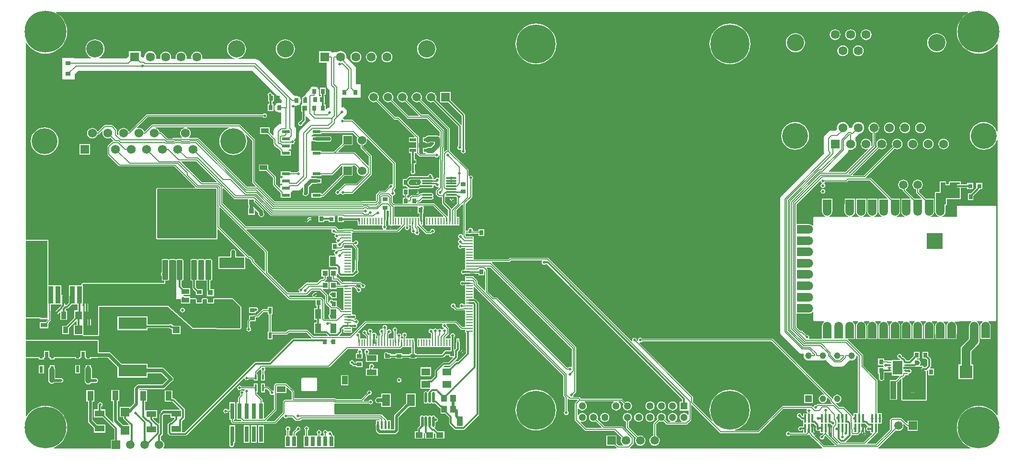
<source format=gtl>
G04*
G04 #@! TF.GenerationSoftware,Altium Limited,Altium Designer,22.1.2 (22)*
G04*
G04 Layer_Physical_Order=1*
G04 Layer_Color=255*
%FSLAX25Y25*%
%MOIN*%
G70*
G04*
G04 #@! TF.SameCoordinates,56094753-5DA1-4506-B589-AA1800A80C84*
G04*
G04*
G04 #@! TF.FilePolarity,Positive*
G04*
G01*
G75*
%ADD13C,0.00600*%
%ADD19C,0.01000*%
%ADD20C,0.00800*%
%ADD22O,0.05906X0.11260*%
%ADD23O,0.11260X0.05906*%
%ADD24C,0.00787*%
%ADD25R,0.05906X0.05906*%
%ADD26R,0.05906X0.05906*%
%ADD27R,0.03772X0.03788*%
%ADD28R,0.04331X0.06693*%
%ADD29R,0.02756X0.03543*%
%ADD30R,0.05750X0.02100*%
%ADD31R,0.06102X0.03937*%
%ADD32R,0.03937X0.06102*%
%ADD33R,0.03150X0.05512*%
%ADD34R,0.03150X0.05906*%
%ADD35R,0.05118X0.05906*%
%ADD36R,0.02756X0.06890*%
%ADD37R,0.07087X0.13583*%
%ADD38R,0.07505X0.06121*%
%ADD39R,0.07087X0.03937*%
%ADD40R,0.03394X0.02985*%
%ADD41R,0.02756X0.03347*%
%ADD42R,0.17323X0.07480*%
%ADD43R,0.05315X0.03347*%
%ADD44R,0.02953X0.03543*%
%ADD45R,0.04921X0.03150*%
%ADD46R,0.03740X0.03740*%
%ADD47R,0.03543X0.02756*%
G04:AMPARAMS|DCode=48|XSize=37.4mil|YSize=137.8mil|CornerRadius=2.06mil|HoleSize=0mil|Usage=FLASHONLY|Rotation=180.000|XOffset=0mil|YOffset=0mil|HoleType=Round|Shape=RoundedRectangle|*
%AMROUNDEDRECTD48*
21,1,0.03740,0.13368,0,0,180.0*
21,1,0.03329,0.13780,0,0,180.0*
1,1,0.00411,-0.01664,0.06684*
1,1,0.00411,0.01664,0.06684*
1,1,0.00411,0.01664,-0.06684*
1,1,0.00411,-0.01664,-0.06684*
%
%ADD48ROUNDEDRECTD48*%
%ADD49R,0.04528X0.02362*%
%ADD50R,0.02047X0.02047*%
%ADD51R,0.02047X0.02047*%
%ADD52R,0.02362X0.04528*%
%ADD53R,0.01575X0.05906*%
%ADD54R,0.00900X0.04800*%
%ADD55R,0.04800X0.00900*%
%ADD56R,0.03504X0.12047*%
%ADD57R,0.21063X0.33622*%
%ADD58R,0.11811X0.07874*%
%ADD59R,0.02362X0.03937*%
%ADD60R,0.01772X0.03937*%
%ADD61R,0.06693X0.04331*%
%ADD62R,0.03150X0.03543*%
%ADD63R,0.03937X0.12598*%
%ADD64R,0.03150X0.03543*%
%ADD65R,0.02972X0.01000*%
%ADD66R,0.06890X0.09646*%
%ADD67O,0.01772X0.07480*%
%ADD68R,0.06299X0.04921*%
%ADD69R,0.03543X0.04724*%
%ADD70R,0.03740X0.05315*%
%ADD71R,0.05512X0.06102*%
%ADD72R,0.05118X0.05709*%
%ADD73R,0.05315X0.03740*%
%ADD74R,0.06102X0.05906*%
G04:AMPARAMS|DCode=75|XSize=413.39mil|YSize=346.46mil|CornerRadius=1.73mil|HoleSize=0mil|Usage=FLASHONLY|Rotation=180.000|XOffset=0mil|YOffset=0mil|HoleType=Round|Shape=RoundedRectangle|*
%AMROUNDEDRECTD75*
21,1,0.41339,0.34299,0,0,180.0*
21,1,0.40992,0.34646,0,0,180.0*
1,1,0.00347,-0.20496,0.17150*
1,1,0.00347,0.20496,0.17150*
1,1,0.00347,0.20496,-0.17150*
1,1,0.00347,-0.20496,-0.17150*
%
%ADD75ROUNDEDRECTD75*%
%ADD76R,0.19685X0.08465*%
%ADD77R,0.01400X0.03200*%
%ADD78R,0.01400X0.05000*%
%ADD79R,0.07480X0.07480*%
%ADD80R,0.06299X0.05512*%
%ADD81R,0.01355X0.05315*%
%ADD82R,0.03150X0.03150*%
%ADD83R,0.03543X0.03150*%
%ADD84R,0.03347X0.03740*%
%ADD85R,0.04134X0.04134*%
%ADD86R,0.02913X0.10984*%
%ADD87O,0.07677X0.01181*%
%ADD88R,0.05118X0.03937*%
%ADD89R,0.03937X0.05118*%
%ADD103R,0.04724X0.04724*%
%ADD141C,0.06260*%
%ADD142R,0.06260X0.06260*%
%ADD143C,0.12008*%
%ADD145C,0.05118*%
%ADD146R,0.05118X0.05118*%
%ADD151R,0.09150X0.09150*%
%ADD152C,0.10243*%
%ADD154R,0.05512X0.08268*%
%ADD155C,0.01200*%
%ADD156C,0.02500*%
%ADD157C,0.02000*%
%ADD158C,0.03500*%
%ADD159C,0.06000*%
%ADD160C,0.04000*%
%ADD161C,0.02000*%
%ADD162R,0.06142X0.06142*%
%ADD163C,0.06142*%
%ADD164C,0.18012*%
%ADD165C,0.27165*%
%ADD166C,0.05906*%
%ADD167C,0.04567*%
%ADD168R,0.04567X0.04567*%
%ADD169O,0.03543X0.06299*%
%ADD170C,0.29134*%
%ADD171C,0.01987*%
%ADD172C,0.01988*%
G36*
X642209Y288846D02*
X640664Y287899D01*
X638848Y286348D01*
X637298Y284533D01*
X636051Y282498D01*
X635137Y280292D01*
X634580Y277971D01*
X634392Y275590D01*
X634580Y273211D01*
X635137Y270889D01*
X636051Y268684D01*
X637298Y266648D01*
X638848Y264833D01*
X640664Y263282D01*
X642699Y262035D01*
X644905Y261121D01*
X647226Y260564D01*
X649606Y260377D01*
X651986Y260564D01*
X654308Y261121D01*
X656513Y262035D01*
X658549Y263282D01*
X660364Y264833D01*
X661914Y266648D01*
X662162Y267052D01*
X662643Y266916D01*
X662645Y206266D01*
X662145Y206192D01*
X661956Y206814D01*
X661064Y208483D01*
X659864Y209945D01*
X658401Y211146D01*
X656733Y212038D01*
X654922Y212587D01*
X653039Y212772D01*
X651156Y212587D01*
X649345Y212038D01*
X647676Y211146D01*
X646213Y209945D01*
X645013Y208483D01*
X644121Y206814D01*
X643572Y205003D01*
X643386Y203120D01*
X643572Y201237D01*
X644121Y199426D01*
X645013Y197757D01*
X646213Y196295D01*
X647676Y195094D01*
X649345Y194202D01*
X651156Y193653D01*
X653039Y193468D01*
X654922Y193653D01*
X656733Y194202D01*
X658401Y195094D01*
X659864Y196295D01*
X661064Y197757D01*
X661956Y199426D01*
X662145Y200048D01*
X662645Y199974D01*
X662650Y8663D01*
X662169Y8527D01*
X661914Y8942D01*
X660364Y10758D01*
X658549Y12308D01*
X656513Y13556D01*
X654308Y14469D01*
X651986Y15026D01*
X649606Y15214D01*
X647226Y15026D01*
X644905Y14469D01*
X642699Y13556D01*
X640664Y12308D01*
X638848Y10758D01*
X637298Y8942D01*
X636051Y6907D01*
X635137Y4701D01*
X634580Y2380D01*
X634392Y0D01*
X634580Y-2380D01*
X635137Y-4701D01*
X636051Y-6907D01*
X637298Y-8942D01*
X638848Y-10758D01*
X640664Y-12308D01*
X642699Y-13556D01*
X643737Y-13985D01*
X643638Y-14485D01*
X579888Y-14485D01*
X579750Y-14239D01*
X579705Y-13985D01*
X591888Y-1803D01*
X591897Y-1810D01*
X592761Y-2168D01*
X593688Y-2290D01*
X594616Y-2168D01*
X595480Y-1810D01*
X596222Y-1240D01*
X596792Y-498D01*
X597150Y366D01*
X597272Y1293D01*
X597150Y2221D01*
X597117Y2300D01*
X597162Y2329D01*
X597593Y2531D01*
X599478Y646D01*
X599775Y447D01*
X600126Y377D01*
X600136D01*
Y-2259D01*
X607241D01*
Y4846D01*
X600136D01*
Y3232D01*
X599674Y3041D01*
X598888Y3827D01*
X598888Y3827D01*
X596222Y6493D01*
X595924Y6692D01*
X595574Y6761D01*
X589534D01*
X589183Y6692D01*
X588886Y6493D01*
X588041Y5647D01*
X587842Y5350D01*
X587772Y5000D01*
Y-1404D01*
X577893Y-11284D01*
X571884D01*
X571693Y-10822D01*
X578345Y-4169D01*
X578544Y-3872D01*
X578545Y-3868D01*
X579572D01*
Y2825D01*
X582131D01*
Y5586D01*
X582245Y5756D01*
X582369Y6378D01*
X582245Y7000D01*
X582131Y7170D01*
Y9931D01*
X579101D01*
Y32774D01*
X579031Y33125D01*
X578833Y33422D01*
X569269Y42986D01*
Y50004D01*
X569199Y50355D01*
X569000Y50652D01*
X558469Y61183D01*
X558676Y61683D01*
X563426D01*
Y65034D01*
X563457Y65267D01*
Y70621D01*
X563335Y71549D01*
X562977Y72413D01*
X562407Y73155D01*
X561871Y73566D01*
X562041Y74066D01*
X565580D01*
X565749Y73566D01*
X565213Y73155D01*
X564644Y72413D01*
X564286Y71549D01*
X564164Y70621D01*
Y65267D01*
X564195Y65034D01*
Y61683D01*
X571300D01*
Y65034D01*
X571331Y65267D01*
Y70621D01*
X571209Y71549D01*
X570851Y72413D01*
X570281Y73155D01*
X569745Y73566D01*
X569915Y74066D01*
X573454D01*
X573623Y73566D01*
X573088Y73155D01*
X572518Y72413D01*
X572160Y71549D01*
X572038Y70621D01*
Y65267D01*
X572069Y65034D01*
Y61683D01*
X579174D01*
Y65034D01*
X579205Y65267D01*
Y70621D01*
X579083Y71549D01*
X578725Y72413D01*
X578155Y73155D01*
X577619Y73566D01*
X577789Y74066D01*
X581328D01*
X581497Y73566D01*
X580962Y73155D01*
X580392Y72413D01*
X580034Y71549D01*
X579912Y70621D01*
Y65267D01*
X579943Y65034D01*
Y61683D01*
X587048D01*
Y65034D01*
X587079Y65267D01*
Y70621D01*
X586957Y71549D01*
X586599Y72413D01*
X586029Y73155D01*
X585493Y73566D01*
X585663Y74066D01*
X589202D01*
X589371Y73566D01*
X588836Y73155D01*
X588266Y72413D01*
X587908Y71549D01*
X587786Y70621D01*
Y65267D01*
X587817Y65034D01*
Y61683D01*
X594922D01*
Y65034D01*
X594953Y65267D01*
Y70621D01*
X594831Y71549D01*
X594473Y72413D01*
X593903Y73155D01*
X593367Y73566D01*
X593537Y74066D01*
X597076D01*
X597246Y73566D01*
X596710Y73155D01*
X596140Y72413D01*
X595782Y71549D01*
X595660Y70621D01*
Y65267D01*
X595691Y65034D01*
Y61683D01*
X602796D01*
Y65034D01*
X602827Y65267D01*
Y70621D01*
X602705Y71549D01*
X602347Y72413D01*
X601777Y73155D01*
X601241Y73566D01*
X601411Y74066D01*
X604950D01*
X605120Y73566D01*
X604584Y73155D01*
X604014Y72413D01*
X603656Y71549D01*
X603534Y70621D01*
Y65267D01*
X603565Y65034D01*
Y61683D01*
X610670D01*
Y65034D01*
X610701Y65267D01*
Y70621D01*
X610579Y71549D01*
X610221Y72413D01*
X609651Y73155D01*
X609116Y73566D01*
X609285Y74066D01*
X612824D01*
X612993Y73566D01*
X612458Y73155D01*
X611888Y72413D01*
X611530Y71549D01*
X611408Y70621D01*
Y65267D01*
X611439Y65034D01*
Y61683D01*
X618544D01*
Y65034D01*
X618575Y65267D01*
Y70621D01*
X618453Y71549D01*
X618095Y72413D01*
X617525Y73155D01*
X616990Y73566D01*
X617159Y74066D01*
X620488D01*
X620624Y74010D01*
X620701Y73438D01*
X620332Y73155D01*
X619762Y72413D01*
X619404Y71549D01*
X619282Y70621D01*
Y65267D01*
X619313Y65034D01*
Y61683D01*
X626418D01*
Y65034D01*
X626449Y65267D01*
Y70621D01*
X626327Y71549D01*
X625969Y72413D01*
X625399Y73155D01*
X625080Y73400D01*
X625250Y73900D01*
X628355D01*
X628525Y73400D01*
X628206Y73155D01*
X627636Y72413D01*
X627278Y71549D01*
X627156Y70621D01*
Y65267D01*
X627187Y65034D01*
Y61683D01*
X634292D01*
Y65034D01*
X634323Y65267D01*
Y70621D01*
X634201Y71549D01*
X633843Y72413D01*
X633273Y73155D01*
X632954Y73400D01*
X633124Y73900D01*
X635789D01*
X636191Y74066D01*
X644320D01*
X644490Y73566D01*
X643954Y73155D01*
X643384Y72413D01*
X643026Y71549D01*
X642904Y70621D01*
Y67586D01*
X642858Y67235D01*
Y61762D01*
X638178Y57082D01*
X637601Y56330D01*
X637239Y55455D01*
X637115Y54516D01*
Y44028D01*
X635569D01*
Y33678D01*
X645919D01*
Y44028D01*
X644374D01*
Y53012D01*
X649054Y57692D01*
X649631Y58444D01*
X649993Y59320D01*
X650117Y60259D01*
Y67235D01*
X650071Y67585D01*
Y70621D01*
X649949Y71549D01*
X649591Y72413D01*
X649021Y73155D01*
X648486Y73566D01*
X648655Y74066D01*
X652194D01*
X652364Y73566D01*
X651828Y73155D01*
X651258Y72413D01*
X650900Y71549D01*
X650778Y70621D01*
Y65267D01*
X650809Y65034D01*
Y61714D01*
X654129D01*
X654362Y61684D01*
X654595Y61714D01*
X657914D01*
Y65034D01*
X657945Y65267D01*
Y70621D01*
X657823Y71549D01*
X657465Y72413D01*
X656895Y73155D01*
X656360Y73566D01*
X656529Y74066D01*
X661055D01*
X661514Y74257D01*
X661704Y74716D01*
Y153850D01*
X661514Y154309D01*
X661055Y154499D01*
X635070D01*
X634611Y154309D01*
X634421Y153850D01*
Y146625D01*
X624188D01*
X624089Y147125D01*
X624657Y147361D01*
X625399Y147930D01*
X625969Y148672D01*
X626327Y149537D01*
X626449Y150464D01*
Y154626D01*
X626802D01*
X627262Y154816D01*
X627452Y155275D01*
Y158983D01*
X636536D01*
X636995Y159173D01*
X637186Y159632D01*
Y166990D01*
X641597D01*
Y166037D01*
X645947D01*
Y170386D01*
X641597D01*
Y169433D01*
X637186D01*
Y170869D01*
X636995Y171328D01*
X636536Y171519D01*
X635069D01*
X635046Y171509D01*
X629735D01*
X629616Y171459D01*
X629486Y171459D01*
X629395Y171368D01*
X629276Y171319D01*
X629226Y171199D01*
X629135Y171107D01*
X628959Y170680D01*
X628959Y170552D01*
X628910Y170433D01*
Y169344D01*
X626961D01*
Y170869D01*
X626771Y171328D01*
X626312Y171519D01*
X623422D01*
X623303Y171469D01*
X623174D01*
X622943Y171374D01*
X622852Y171282D01*
X622732Y171233D01*
X622683Y171113D01*
X622592Y171022D01*
Y170893D01*
X622542Y170774D01*
Y164172D01*
X619887D01*
X619428Y163982D01*
X619237Y163523D01*
Y155446D01*
X619282Y155338D01*
Y150464D01*
X619404Y149537D01*
X619762Y148672D01*
X620332Y147930D01*
X621074Y147361D01*
X621642Y147125D01*
X621543Y146625D01*
X616314D01*
X616215Y147125D01*
X616783Y147361D01*
X617525Y147930D01*
X618095Y148672D01*
X618453Y149537D01*
X618575Y150464D01*
Y155818D01*
X618544Y156051D01*
Y159403D01*
X612734D01*
X608034Y164103D01*
Y165635D01*
X608045Y165636D01*
X608909Y165994D01*
X609651Y166563D01*
X610221Y167306D01*
X610579Y168170D01*
X610701Y169097D01*
X610579Y170025D01*
X610221Y170889D01*
X609651Y171631D01*
X608909Y172201D01*
X608045Y172559D01*
X607118Y172681D01*
X606190Y172559D01*
X605326Y172201D01*
X604584Y171631D01*
X604014Y170889D01*
X603656Y170025D01*
X603534Y169097D01*
X603656Y168170D01*
X604014Y167306D01*
X604584Y166563D01*
X605326Y165994D01*
X606190Y165636D01*
X606202Y165635D01*
Y163724D01*
X606271Y163373D01*
X606470Y163076D01*
X609681Y159864D01*
X609490Y159403D01*
X604860D01*
X598839Y165424D01*
X598908Y165981D01*
X598924Y166006D01*
X599651Y166563D01*
X600221Y167306D01*
X600579Y168170D01*
X600701Y169097D01*
X600579Y170025D01*
X600221Y170889D01*
X599651Y171631D01*
X598909Y172201D01*
X598045Y172559D01*
X597118Y172681D01*
X596190Y172559D01*
X595326Y172201D01*
X594584Y171631D01*
X594014Y170889D01*
X593656Y170025D01*
X593534Y169097D01*
X593656Y168170D01*
X594014Y167306D01*
X594584Y166563D01*
X595326Y165994D01*
X596190Y165636D01*
X596807Y165555D01*
Y165245D01*
X596876Y164894D01*
X597075Y164597D01*
X601807Y159864D01*
X601616Y159403D01*
X595691D01*
Y156051D01*
X595660Y155818D01*
Y150464D01*
X595782Y149537D01*
X596140Y148672D01*
X596710Y147930D01*
X597452Y147361D01*
X598020Y147125D01*
X597921Y146625D01*
X592692D01*
X592593Y147125D01*
X593161Y147361D01*
X593903Y147930D01*
X594473Y148672D01*
X594831Y149537D01*
X594953Y150464D01*
Y155818D01*
X594922Y156051D01*
Y159403D01*
X589112D01*
X574924Y173591D01*
X574626Y173790D01*
X574276Y173860D01*
X571214D01*
X571007Y174360D01*
X590996Y194349D01*
X591030Y194323D01*
X591923Y193953D01*
X592881Y193827D01*
X593840Y193953D01*
X594733Y194323D01*
X595500Y194911D01*
X596088Y195678D01*
X596458Y196571D01*
X596584Y197529D01*
X596458Y198488D01*
X596088Y199381D01*
X595500Y200148D01*
X594733Y200736D01*
X593840Y201106D01*
X592881Y201232D01*
X591923Y201106D01*
X591030Y200736D01*
X590263Y200148D01*
X589675Y199381D01*
X589305Y198488D01*
X589179Y197529D01*
X589305Y196571D01*
X589675Y195678D01*
X589701Y195644D01*
X569593Y175536D01*
X561971D01*
X561779Y175998D01*
X580130Y194349D01*
X580164Y194323D01*
X581057Y193953D01*
X582015Y193827D01*
X582973Y193953D01*
X583867Y194323D01*
X584633Y194911D01*
X585222Y195678D01*
X585592Y196571D01*
X585718Y197529D01*
X585592Y198488D01*
X585222Y199381D01*
X584633Y200148D01*
X583867Y200736D01*
X582973Y201106D01*
X582015Y201232D01*
X581057Y201106D01*
X580164Y200736D01*
X579397Y200148D01*
X578809Y199381D01*
X578439Y198488D01*
X578313Y197529D01*
X578439Y196571D01*
X578809Y195678D01*
X578835Y195644D01*
X559927Y176736D01*
X558988D01*
X558797Y177198D01*
X577309Y195710D01*
X577507Y196008D01*
X577577Y196358D01*
Y205129D01*
X577619Y205134D01*
X578512Y205504D01*
X579279Y206093D01*
X579868Y206859D01*
X580237Y207752D01*
X580364Y208711D01*
X580237Y209669D01*
X579868Y210562D01*
X579279Y211329D01*
X578512Y211917D01*
X577619Y212287D01*
X576661Y212413D01*
X575703Y212287D01*
X574810Y211917D01*
X574043Y211329D01*
X573455Y210562D01*
X573085Y209669D01*
X572959Y208711D01*
X573085Y207752D01*
X573455Y206859D01*
X574043Y206093D01*
X574810Y205504D01*
X575703Y205134D01*
X575745Y205129D01*
Y196738D01*
X575180Y196173D01*
X574757Y196456D01*
X574804Y196571D01*
X574930Y197529D01*
X574804Y198488D01*
X574434Y199381D01*
X573846Y200148D01*
X573079Y200736D01*
X572186Y201106D01*
X571228Y201232D01*
X570269Y201106D01*
X569377Y200736D01*
X568610Y200148D01*
X568021Y199381D01*
X567651Y198488D01*
X567525Y197529D01*
X567651Y196571D01*
X568021Y195678D01*
X568610Y194911D01*
X569377Y194323D01*
X570269Y193953D01*
X571228Y193827D01*
X572186Y193953D01*
X572301Y194001D01*
X572584Y193577D01*
X556944Y177936D01*
X545521D01*
X545329Y178398D01*
X557877Y190945D01*
X558406Y191635D01*
X558738Y192438D01*
X558844Y193243D01*
X558983Y193419D01*
X559267Y193609D01*
X559378Y193563D01*
X560440Y193423D01*
X561503Y193563D01*
X562493Y193974D01*
X563344Y194626D01*
X563996Y195476D01*
X564406Y196467D01*
X564546Y197529D01*
X564406Y198592D01*
X563996Y199582D01*
X563769Y199879D01*
Y202019D01*
X564117Y202287D01*
X566527Y204696D01*
X566897Y204745D01*
X567887Y205155D01*
X568738Y205807D01*
X569390Y206658D01*
X569800Y207648D01*
X569940Y208711D01*
X569800Y209773D01*
X569390Y210764D01*
X568738Y211614D01*
X567887Y212266D01*
X566897Y212677D01*
X565834Y212817D01*
X564772Y212677D01*
X563781Y212266D01*
X562931Y211614D01*
X562278Y210764D01*
X561868Y209773D01*
X561819Y209403D01*
X561010Y208594D01*
X560586Y208650D01*
X559206D01*
X559153Y208711D01*
X559013Y209773D01*
X558603Y210764D01*
X557950Y211614D01*
X557100Y212266D01*
X556110Y212677D01*
X555047Y212817D01*
X553984Y212677D01*
X552994Y212266D01*
X552143Y211614D01*
X551491Y210764D01*
X551081Y209773D01*
X550941Y208711D01*
X551045Y207917D01*
X549898Y206769D01*
X547161D01*
X546300Y206656D01*
X545497Y206323D01*
X544807Y205794D01*
X542629Y203616D01*
X542100Y202927D01*
X541963Y202594D01*
X541768Y202124D01*
X541654Y201263D01*
Y192610D01*
X541654Y192610D01*
X541768Y191748D01*
X541982Y191232D01*
X512304Y161554D01*
X511775Y160864D01*
X511637Y160532D01*
X511443Y160062D01*
X511329Y159200D01*
Y66716D01*
X511443Y65854D01*
X511637Y65384D01*
X511775Y65051D01*
X512304Y64362D01*
X524318Y52349D01*
X525007Y51820D01*
X525810Y51487D01*
X526671Y51374D01*
X527635D01*
X527865Y51029D01*
X527890Y50874D01*
X527783Y50057D01*
X527896Y49196D01*
X528229Y48393D01*
X528758Y47704D01*
X529447Y47175D01*
X530250Y46842D01*
X531111Y46729D01*
X535160D01*
X536021Y46842D01*
X536111Y46880D01*
X536201Y46842D01*
X537063Y46729D01*
X541111D01*
X541973Y46842D01*
X542776Y47175D01*
X542952Y47310D01*
X546942Y43320D01*
X547631Y42791D01*
X548434Y42459D01*
X549296Y42345D01*
X553674D01*
X554535Y42459D01*
X555005Y42654D01*
X555338Y42791D01*
X556027Y43320D01*
X559065Y46358D01*
X559349Y46729D01*
X561111D01*
X561973Y46842D01*
X562776Y47175D01*
X563465Y47704D01*
X563994Y48393D01*
X564326Y49196D01*
X564440Y50057D01*
X564416Y50242D01*
X564889Y50475D01*
X565567Y49797D01*
Y9930D01*
X562536D01*
Y8140D01*
X562243Y7960D01*
X561978Y8063D01*
X561752Y8207D01*
X561694Y8498D01*
X561496Y8795D01*
X556237Y14054D01*
X555939Y14253D01*
X555589Y14322D01*
X552651D01*
X550187Y16786D01*
X550283Y17045D01*
X550443Y17237D01*
X551111Y17149D01*
X551864Y17248D01*
X552565Y17539D01*
X553168Y18001D01*
X553630Y18603D01*
X553921Y19305D01*
X554020Y20057D01*
X553921Y20810D01*
X553630Y21511D01*
X553168Y22114D01*
X552565Y22576D01*
X551864Y22867D01*
X551111Y22966D01*
X550359Y22867D01*
X549657Y22576D01*
X549055Y22114D01*
X548593Y21511D01*
X548302Y20810D01*
X548247Y20391D01*
X547722Y20233D01*
X506307Y61648D01*
X506010Y61846D01*
X505660Y61916D01*
X415378D01*
X415223Y62149D01*
X414695Y62501D01*
X414074Y62625D01*
X413452Y62501D01*
X412924Y62149D01*
X412572Y61622D01*
X412449Y61000D01*
X412466Y60913D01*
X412066Y60362D01*
X411947Y60348D01*
X411570Y60725D01*
X411625Y61000D01*
X411501Y61622D01*
X411149Y62149D01*
X410622Y62501D01*
X410000Y62625D01*
X409378Y62501D01*
X408851Y62149D01*
X408499Y61622D01*
X408375Y61000D01*
X408493Y60407D01*
X408471Y60377D01*
X408006Y60187D01*
X350213Y117981D01*
X349915Y118179D01*
X349565Y118249D01*
X323895D01*
X323544Y118179D01*
X323247Y117981D01*
X322485Y117219D01*
X298095D01*
Y121159D01*
Y125096D01*
Y129033D01*
Y133101D01*
X295025D01*
X294945Y133117D01*
X292904D01*
X292523Y133499D01*
Y134938D01*
X294509D01*
X294627Y134859D01*
X295094Y134766D01*
X295795D01*
X296262Y134859D01*
X296380Y134938D01*
X298095D01*
Y135072D01*
X301589D01*
Y133269D01*
X305544D01*
Y138012D01*
X301589D01*
Y136904D01*
X298095D01*
Y137038D01*
X297759D01*
X297442Y137425D01*
X297444Y137438D01*
X297321Y138060D01*
X296968Y138587D01*
X296441Y138939D01*
X295819Y139063D01*
X295198Y138939D01*
X294670Y138587D01*
X294318Y138060D01*
X294195Y137438D01*
X294197Y137425D01*
X293880Y137038D01*
X292523D01*
Y155884D01*
X296742Y160103D01*
X296941Y160400D01*
X297010Y160751D01*
Y172617D01*
X297243Y172772D01*
X297596Y173300D01*
X297719Y173921D01*
X297596Y174543D01*
X297243Y175070D01*
X296716Y175423D01*
X296094Y175546D01*
X295473Y175423D01*
X295102Y175175D01*
X294602Y175388D01*
Y179258D01*
X294532Y179609D01*
X294334Y179906D01*
X281534Y192706D01*
Y207942D01*
X281464Y208293D01*
X281265Y208590D01*
X261601Y228255D01*
X261608Y228264D01*
X261966Y229128D01*
X262088Y230055D01*
X261966Y230983D01*
X261608Y231847D01*
X261038Y232589D01*
X260296Y233159D01*
X259432Y233517D01*
X258504Y233639D01*
X257577Y233517D01*
X256713Y233159D01*
X255971Y232589D01*
X255401Y231847D01*
X255043Y230983D01*
X254921Y230055D01*
X255043Y229128D01*
X255401Y228264D01*
X255971Y227521D01*
X256713Y226952D01*
X257577Y226594D01*
X258504Y226472D01*
X259432Y226594D01*
X260296Y226952D01*
X260305Y226959D01*
X279702Y207563D01*
Y193242D01*
X279434D01*
X279083Y193173D01*
X278786Y192974D01*
X277871Y192059D01*
X277409Y192251D01*
Y194604D01*
X277521Y194772D01*
X277591Y195122D01*
Y206898D01*
X277521Y207248D01*
X277323Y207545D01*
X267009Y217859D01*
X266712Y218058D01*
X266361Y218127D01*
X261728D01*
X251601Y228255D01*
X251608Y228264D01*
X251966Y229128D01*
X252088Y230055D01*
X251966Y230983D01*
X251608Y231847D01*
X251038Y232589D01*
X250296Y233159D01*
X249432Y233517D01*
X248504Y233639D01*
X247577Y233517D01*
X246713Y233159D01*
X245971Y232589D01*
X245401Y231847D01*
X245043Y230983D01*
X244921Y230055D01*
X245043Y229128D01*
X245401Y228264D01*
X245971Y227521D01*
X246713Y226952D01*
X247577Y226594D01*
X248504Y226472D01*
X249432Y226594D01*
X250296Y226952D01*
X250305Y226959D01*
X259875Y217389D01*
X259684Y216927D01*
X252928D01*
X241601Y228255D01*
X241608Y228264D01*
X241966Y229128D01*
X242088Y230055D01*
X241966Y230983D01*
X241608Y231847D01*
X241038Y232589D01*
X240296Y233159D01*
X239432Y233517D01*
X238504Y233639D01*
X237577Y233517D01*
X236713Y233159D01*
X235971Y232589D01*
X235401Y231847D01*
X235043Y230983D01*
X234921Y230055D01*
X235043Y229128D01*
X235401Y228264D01*
X235971Y227521D01*
X236713Y226952D01*
X237577Y226594D01*
X238504Y226472D01*
X239432Y226594D01*
X240296Y226952D01*
X240305Y226959D01*
X251901Y215364D01*
X252198Y215165D01*
X252548Y215095D01*
X265485D01*
X274559Y206021D01*
Y203281D01*
X274059Y203014D01*
X273741Y203226D01*
X272825Y203408D01*
X266411D01*
X265495Y203226D01*
X264718Y202707D01*
X264302Y202292D01*
X264259Y202226D01*
X262935D01*
Y198664D01*
X264434D01*
X265079Y198233D01*
X265996Y198050D01*
X266912Y198233D01*
X267491Y198619D01*
X270431D01*
Y197709D01*
X268103Y195381D01*
X266411D01*
X265495Y195198D01*
X264817Y194746D01*
X262935D01*
Y191183D01*
X264597D01*
X264706Y191052D01*
X264472Y190552D01*
X261020D01*
X260206Y191366D01*
Y194589D01*
X260136Y194939D01*
X259938Y195237D01*
X259928Y195246D01*
Y198163D01*
X259938Y198173D01*
X260136Y198470D01*
X260206Y198821D01*
Y202069D01*
X260136Y202420D01*
X259938Y202717D01*
X259311Y203344D01*
X259014Y203542D01*
X258663Y203612D01*
X258654D01*
X246119Y216147D01*
X245822Y216346D01*
X245472Y216416D01*
X243440D01*
X231601Y228255D01*
X231608Y228264D01*
X231966Y229128D01*
X232088Y230055D01*
X231966Y230983D01*
X231608Y231847D01*
X231038Y232589D01*
X230296Y233159D01*
X229432Y233517D01*
X228504Y233639D01*
X227577Y233517D01*
X226713Y233159D01*
X225971Y232589D01*
X225401Y231847D01*
X225043Y230983D01*
X224921Y230055D01*
X225043Y229128D01*
X225401Y228264D01*
X225971Y227521D01*
X226713Y226952D01*
X227577Y226594D01*
X228504Y226472D01*
X229432Y226594D01*
X230296Y226952D01*
X230305Y226959D01*
X242412Y214852D01*
X242710Y214653D01*
X243060Y214583D01*
X245092D01*
X256988Y202688D01*
X256796Y202226D01*
X253093D01*
Y198664D01*
X257997D01*
X258096Y198543D01*
Y194867D01*
X257997Y194746D01*
X253093D01*
Y191183D01*
X254538D01*
Y184115D01*
X254630Y183647D01*
X254688Y183562D01*
Y179040D01*
X254408Y178622D01*
X254285Y178000D01*
X254408Y177378D01*
X254761Y176851D01*
X255288Y176499D01*
X255909Y176375D01*
X256531Y176499D01*
X257059Y176851D01*
X257411Y177378D01*
X257534Y178000D01*
X257411Y178622D01*
X257131Y179040D01*
Y183574D01*
X258277D01*
Y186821D01*
X256981D01*
Y191183D01*
X258374D01*
Y190987D01*
X258444Y190636D01*
X258642Y190339D01*
X259993Y188988D01*
X260291Y188789D01*
X260641Y188720D01*
X260641Y188720D01*
X271014D01*
X271170Y188487D01*
X271697Y188135D01*
X272319Y188011D01*
X272941Y188135D01*
X273468Y188487D01*
X273820Y189014D01*
X273877Y189300D01*
X274377Y189251D01*
Y187144D01*
X274225Y186916D01*
X274155Y186566D01*
Y174018D01*
X273655Y173750D01*
X273399Y173921D01*
X272778Y174045D01*
X272156Y173921D01*
X271629Y173569D01*
X271276Y173042D01*
X271270Y173010D01*
X270316D01*
X270040Y173510D01*
X270110Y173858D01*
X270017Y174323D01*
X269754Y174717D01*
X269505Y174883D01*
X269536Y175039D01*
X269413Y175661D01*
X269060Y176188D01*
X268533Y176541D01*
X267911Y176664D01*
X267289Y176541D01*
X266762Y176188D01*
X266410Y175661D01*
X266293Y175072D01*
X265688D01*
X265648Y175080D01*
X253773D01*
X253305Y174987D01*
X252909Y174722D01*
X251176Y172990D01*
X248949D01*
Y168247D01*
X251176D01*
X252536Y166887D01*
X252329Y166387D01*
X248949D01*
Y161644D01*
X250010D01*
Y160194D01*
X248949D01*
Y155879D01*
X242995D01*
X241749Y157125D01*
Y160954D01*
X241733Y161036D01*
X241777Y161143D01*
X242067Y161523D01*
X242103Y161543D01*
X242545Y161631D01*
X243073Y161984D01*
X243425Y162511D01*
X243548Y163133D01*
X243425Y163754D01*
X243073Y164281D01*
X242840Y164437D01*
Y165704D01*
X243491Y166355D01*
X243689Y166652D01*
X243759Y167003D01*
Y184158D01*
X243689Y184508D01*
X243491Y184805D01*
X214123Y214173D01*
X213825Y214372D01*
X213475Y214441D01*
X208036D01*
X207880Y214674D01*
X207353Y215026D01*
X207178Y215061D01*
X207014Y215604D01*
X208830Y217420D01*
X209359Y218110D01*
X209691Y218913D01*
X209805Y219774D01*
X209691Y220635D01*
X209359Y221438D01*
X208830Y222128D01*
X208141Y222656D01*
X207338Y222989D01*
X206476Y223102D01*
X206232Y223317D01*
Y229282D01*
X206586Y229635D01*
X219470Y229604D01*
Y239004D01*
X216244D01*
Y249753D01*
X216130Y250614D01*
X215798Y251417D01*
X215269Y252107D01*
X209518Y257857D01*
X209551Y258111D01*
X209409Y259189D01*
X208993Y260194D01*
X208331Y261057D01*
X207469Y261719D01*
X206464Y262135D01*
X205386Y262277D01*
X204308Y262135D01*
X203303Y261719D01*
X202939Y261440D01*
X201219D01*
X200357Y261326D01*
X199992Y261175D01*
X199627Y261326D01*
X198766Y261440D01*
X198728D01*
Y262241D01*
X190469D01*
Y253981D01*
X195789D01*
Y238480D01*
X195902Y237618D01*
X196097Y237148D01*
X196235Y236816D01*
X196764Y236126D01*
X197825Y235065D01*
Y222834D01*
X197098Y222739D01*
X196295Y222406D01*
X195605Y221877D01*
X195473Y221704D01*
X194973Y221874D01*
Y224944D01*
X194217D01*
Y225912D01*
X194481D01*
Y230655D01*
X194217D01*
Y231859D01*
X194973D01*
Y236603D01*
X191017D01*
Y231859D01*
X191773D01*
Y230655D01*
X190733D01*
X190639Y230715D01*
X190334Y231155D01*
X190418Y231789D01*
Y234231D01*
X190304Y235093D01*
X189972Y235895D01*
X189467Y236553D01*
Y237003D01*
X188898D01*
X188753Y237114D01*
X187951Y237446D01*
X187089Y237560D01*
X186228Y237446D01*
X185425Y237114D01*
X185281Y237003D01*
X184711D01*
Y236553D01*
X184207Y235895D01*
X183874Y235093D01*
X183805Y234570D01*
X183203Y234321D01*
X182514Y233792D01*
X181877Y233155D01*
X181348Y232465D01*
X181210Y232133D01*
X181015Y231663D01*
X180948Y231150D01*
X180404Y231042D01*
X179877Y230690D01*
X179525Y230163D01*
X179500Y230042D01*
X178654D01*
Y225299D01*
X178300Y224946D01*
X178064D01*
Y220006D01*
X178656D01*
Y214580D01*
X177342Y213267D01*
X176849Y213169D01*
X176322Y212817D01*
X175970Y212290D01*
X175846Y211668D01*
X175970Y211046D01*
X176322Y210519D01*
X176849Y210167D01*
X177471Y210043D01*
X178093Y210167D01*
X178620Y210519D01*
X178972Y211046D01*
X179070Y211539D01*
X180742Y213210D01*
X181006Y213607D01*
X181099Y214074D01*
Y216649D01*
X181599Y216818D01*
X181877Y216457D01*
X184354Y213979D01*
X184172Y213454D01*
X183522Y213185D01*
X182832Y212656D01*
X177572Y207395D01*
X177043Y206706D01*
X176905Y206373D01*
X176710Y205903D01*
X176597Y205041D01*
Y178666D01*
X176210Y178349D01*
X176125Y178366D01*
X175503Y178242D01*
X174976Y177890D01*
X174820Y177657D01*
X170778D01*
Y178391D01*
X163828D01*
Y175091D01*
X165251D01*
X165324Y174996D01*
X165240Y174318D01*
X164949Y174094D01*
X164716Y173791D01*
X163428D01*
Y169691D01*
X164716D01*
X164949Y169387D01*
Y169194D01*
X164575Y168791D01*
X163428D01*
Y167126D01*
X162966Y166935D01*
X160415Y169485D01*
Y174337D01*
X160346Y174688D01*
X160147Y174985D01*
X155171Y179961D01*
Y183212D01*
X148656D01*
Y178665D01*
X153876D01*
X158583Y173958D01*
Y169106D01*
X158653Y168755D01*
X158852Y168458D01*
X163812Y163498D01*
Y162491D01*
X163828Y162410D01*
Y160091D01*
X170778D01*
Y163391D01*
X170778Y163391D01*
X170797Y163883D01*
X171455Y164387D01*
X172105Y165037D01*
X175599D01*
X176461Y165151D01*
X176931Y165345D01*
X177263Y165483D01*
X177953Y166012D01*
X179159Y167219D01*
X179621Y167027D01*
Y164219D01*
X179286Y163717D01*
X179143Y162996D01*
X179286Y162275D01*
X179695Y161664D01*
X180306Y161255D01*
X181027Y161112D01*
X181749Y161255D01*
X182360Y161664D01*
X182838Y162142D01*
X183247Y162753D01*
X183390Y163475D01*
Y167566D01*
X185681Y169856D01*
X188753D01*
X189474Y170000D01*
X189610Y170091D01*
X192228D01*
Y173391D01*
X189610D01*
X189474Y173482D01*
X188753Y173625D01*
X185400D01*
X184962Y174125D01*
X185004Y174442D01*
Y174704D01*
X185278Y175091D01*
X185504Y175091D01*
X192228D01*
Y175825D01*
X199542D01*
X199893Y175894D01*
X200190Y176093D01*
X206332Y182235D01*
X206832Y182028D01*
Y176572D01*
X192917Y162657D01*
X192228D01*
Y163391D01*
X185278D01*
Y160091D01*
X192228D01*
Y160825D01*
X193297D01*
X193647Y160894D01*
X193944Y161093D01*
X208128Y175276D01*
X213938D01*
X213938Y182382D01*
X214403Y182465D01*
X215454D01*
X217289Y180630D01*
X217282Y180621D01*
X216924Y179756D01*
X216802Y178829D01*
X216924Y177901D01*
X217282Y177037D01*
X217851Y176295D01*
X218593Y175726D01*
X219457Y175368D01*
X220385Y175246D01*
X221312Y175368D01*
X221391Y175400D01*
X221674Y174976D01*
X216552Y169854D01*
X208736D01*
X208385Y169784D01*
X208088Y169586D01*
X203835Y165332D01*
X203560Y165387D01*
X202938Y165263D01*
X202411Y164911D01*
X202059Y164384D01*
X201935Y163762D01*
X202059Y163140D01*
X202411Y162613D01*
X202938Y162261D01*
X203560Y162137D01*
X204182Y162261D01*
X204709Y162613D01*
X205011Y163065D01*
X205284Y163107D01*
X205556Y163065D01*
X205858Y162613D01*
X206385Y162261D01*
X207007Y162137D01*
X207629Y162261D01*
X208156Y162613D01*
X208312Y162846D01*
X213453D01*
X213803Y162916D01*
X214100Y163115D01*
X226785Y175799D01*
X226983Y176096D01*
X227053Y176446D01*
Y189130D01*
X226983Y189481D01*
X226785Y189778D01*
X221256Y195307D01*
Y196760D01*
X221267Y196762D01*
X222131Y197120D01*
X222874Y197689D01*
X223443Y198431D01*
X223801Y199295D01*
X223923Y200223D01*
X223801Y201150D01*
X223768Y201229D01*
X224192Y201512D01*
X241927Y183778D01*
Y169550D01*
X241427Y169283D01*
X241171Y169454D01*
X240549Y169578D01*
X239927Y169454D01*
X239400Y169102D01*
X239048Y168575D01*
X238924Y167953D01*
X238979Y167678D01*
X236154Y164853D01*
X233130D01*
X232780Y164783D01*
X232482Y164585D01*
X230450Y162552D01*
X230251Y162255D01*
X230181Y161904D01*
Y158075D01*
X229719Y157613D01*
X220237D01*
X219887Y157543D01*
X219614Y157361D01*
X159743D01*
X145942Y171161D01*
Y200106D01*
X145873Y200457D01*
X145674Y200754D01*
X135766Y210662D01*
X135468Y210861D01*
X135118Y210931D01*
X74332D01*
X73981Y210861D01*
X73684Y210662D01*
X69172Y206151D01*
X68583Y206267D01*
X68341Y206851D01*
X67753Y207618D01*
X66986Y208207D01*
X66093Y208576D01*
X65135Y208702D01*
X64176Y208576D01*
X64061Y208529D01*
X63778Y208953D01*
X71146Y216320D01*
X151344D01*
X151499Y216087D01*
X152027Y215735D01*
X152648Y215612D01*
X153270Y215735D01*
X153797Y216087D01*
X154150Y216615D01*
X154273Y217236D01*
X154150Y217858D01*
X153797Y218385D01*
X153270Y218738D01*
X152648Y218861D01*
X152027Y218738D01*
X151499Y218385D01*
X151344Y218152D01*
X70766D01*
X70416Y218083D01*
X70119Y217884D01*
X58385Y206151D01*
X57796Y206267D01*
X57554Y206851D01*
X56965Y207618D01*
X56198Y208207D01*
X55305Y208576D01*
X54347Y208702D01*
X53389Y208576D01*
X52496Y208207D01*
X51729Y207618D01*
X51141Y206851D01*
X50771Y205958D01*
X50644Y205000D01*
X50771Y204042D01*
X50818Y203927D01*
X50394Y203644D01*
X49747Y204291D01*
Y207169D01*
X49678Y207519D01*
X49479Y207816D01*
X46978Y210318D01*
X46681Y210516D01*
X46330Y210586D01*
X41586D01*
X41235Y210516D01*
X40938Y210318D01*
X36771Y206151D01*
X36182Y206267D01*
X35939Y206851D01*
X35351Y207618D01*
X34584Y208207D01*
X33691Y208576D01*
X32733Y208702D01*
X31775Y208576D01*
X30882Y208207D01*
X30115Y207618D01*
X29526Y206851D01*
X29157Y205958D01*
X29030Y205000D01*
X29157Y204042D01*
X29526Y203149D01*
X30115Y202382D01*
X30882Y201794D01*
X31775Y201424D01*
X32733Y201297D01*
X33691Y201424D01*
X34584Y201794D01*
X35351Y202382D01*
X35939Y203149D01*
X36309Y204042D01*
X36315Y204084D01*
X36916D01*
X37266Y204154D01*
X37563Y204352D01*
X39568Y206356D01*
X39992Y206073D01*
X39944Y205958D01*
X39818Y205000D01*
X39944Y204042D01*
X40314Y203149D01*
X40902Y202382D01*
X41669Y201794D01*
X42562Y201424D01*
X43520Y201297D01*
X44479Y201424D01*
X45372Y201794D01*
X45405Y201819D01*
X47358Y199867D01*
X47166Y199405D01*
X46980D01*
X46629Y199335D01*
X46332Y199137D01*
X43596Y196401D01*
X43398Y196104D01*
X43328Y195753D01*
Y190428D01*
X43398Y190078D01*
X43596Y189780D01*
X51180Y182197D01*
X51477Y181998D01*
X51828Y181928D01*
X89668D01*
X104249Y167347D01*
X104058Y166885D01*
X78038D01*
X77736Y166825D01*
X77481Y166655D01*
X77310Y166399D01*
X77250Y166097D01*
Y131798D01*
X77310Y131496D01*
X77481Y131240D01*
X77736Y131069D01*
X78038Y131009D01*
X119030D01*
X119332Y131069D01*
X119588Y131240D01*
X119759Y131496D01*
X119819Y131798D01*
Y138214D01*
X120281Y138406D01*
X138961Y119725D01*
X138754Y119225D01*
X132655D01*
Y122297D01*
X132511Y123018D01*
X132103Y123630D01*
X131491Y124038D01*
X130770Y124182D01*
X130049Y124038D01*
X129437Y123630D01*
X129029Y123018D01*
X128885Y122297D01*
Y119225D01*
X120560D01*
Y110544D01*
X139083D01*
Y118896D01*
X139583Y119103D01*
X140797Y117889D01*
X141094Y117691D01*
X141445Y117621D01*
X141925D01*
X143615Y115931D01*
Y115451D01*
X143684Y115100D01*
X143883Y114803D01*
X169509Y89177D01*
X169806Y88978D01*
X170157Y88909D01*
X188054D01*
Y84766D01*
X188810D01*
Y83013D01*
X187129D01*
Y75121D01*
X188692D01*
Y73171D01*
X187148D01*
Y65278D01*
X191369D01*
X191479Y65256D01*
X195310D01*
X196398Y64169D01*
X196206Y63707D01*
X186823D01*
X182719Y67810D01*
X182422Y68009D01*
X182072Y68078D01*
X169351D01*
X169001Y68009D01*
X168704Y67810D01*
X167585Y66691D01*
X157332D01*
Y78861D01*
X158197D01*
Y83998D01*
X154635D01*
Y82345D01*
X151484D01*
X151134Y82275D01*
X150837Y82077D01*
X147293Y78533D01*
X145377D01*
X145026Y78464D01*
X144729Y78265D01*
X144391Y77927D01*
X141730D01*
Y75562D01*
X140971Y74803D01*
X140773Y74505D01*
X140703Y74155D01*
Y69814D01*
X140470Y69658D01*
X140118Y69131D01*
X139994Y68509D01*
X140118Y67887D01*
X140470Y67360D01*
X140997Y67008D01*
X141619Y66884D01*
X142241Y67008D01*
X142768Y67360D01*
X143120Y67887D01*
X143244Y68509D01*
X143120Y69131D01*
X142768Y69658D01*
X142535Y69814D01*
Y73775D01*
X142731Y73971D01*
X146474D01*
Y76701D01*
X147672D01*
X148023Y76771D01*
X148320Y76970D01*
X151864Y80513D01*
X154635D01*
Y78861D01*
X155500D01*
Y66675D01*
X154635D01*
Y61538D01*
X158197D01*
Y64859D01*
X167964D01*
X168315Y64929D01*
X168612Y65127D01*
X169731Y66246D01*
X181692D01*
X185439Y62499D01*
X185232Y61999D01*
X172765D01*
X172298Y61906D01*
X171901Y61641D01*
X155871Y45611D01*
X146357D01*
X145889Y45518D01*
X145492Y45253D01*
X96954Y-3285D01*
X95063D01*
Y501D01*
X95085Y611D01*
Y4442D01*
X96715Y6071D01*
X96979Y6468D01*
X97072Y6935D01*
Y12415D01*
X96979Y12883D01*
X96715Y13279D01*
X89960Y20034D01*
X89563Y20299D01*
X89096Y20392D01*
X88567D01*
Y25863D01*
X83036D01*
Y17970D01*
X87257D01*
X87367Y17948D01*
X88590D01*
X93635Y12903D01*
X93444Y12441D01*
X87170D01*
Y12289D01*
X82073D01*
X81449Y12165D01*
X80920Y11812D01*
X80567Y11283D01*
X80443Y10659D01*
X80462Y10564D01*
X79744Y9845D01*
X79479Y9449D01*
X79386Y8981D01*
Y3007D01*
X78886Y2800D01*
X78485Y3200D01*
X78089Y3465D01*
X77653Y3552D01*
X75057Y6148D01*
X75247Y6648D01*
X77647D01*
Y12179D01*
X69754D01*
X69412Y12537D01*
Y18122D01*
X70956D01*
Y26015D01*
X65646D01*
X65391Y26501D01*
X65553Y26753D01*
X82026D01*
X82650Y26877D01*
X83179Y27230D01*
X87929Y31980D01*
X88126Y32020D01*
X88737Y32428D01*
X89146Y33040D01*
X89289Y33761D01*
X89146Y34482D01*
X88737Y35093D01*
X82753Y41077D01*
X82142Y41486D01*
X81421Y41629D01*
X71168D01*
Y44577D01*
X52948D01*
X45653Y51872D01*
X45041Y52281D01*
X44320Y52424D01*
X37255D01*
Y60268D01*
X37065Y60728D01*
X36606Y60918D01*
X-13082D01*
X-13582Y61400D01*
X-13582Y75951D01*
X-13582Y75951D01*
X-4000D01*
Y75520D01*
X1478D01*
X1685Y75020D01*
X968Y74302D01*
X769Y74005D01*
X699Y73655D01*
Y73571D01*
X-4000D01*
Y69221D01*
X2122D01*
Y72275D01*
X2263Y72416D01*
X2462Y72714D01*
X2531Y73064D01*
Y73275D01*
X3650Y74394D01*
X3849Y74692D01*
X3919Y75042D01*
Y80704D01*
X3849Y81055D01*
X3650Y81352D01*
X3637Y81366D01*
Y85836D01*
X5827D01*
X6327Y85836D01*
X6531Y85836D01*
X10805D01*
X11031Y85836D01*
X11305Y85449D01*
Y85444D01*
X10109Y84248D01*
X9844Y83851D01*
X9800Y83628D01*
X6004Y79832D01*
X5739Y79436D01*
X5646Y78968D01*
Y78181D01*
X5739Y77713D01*
X6004Y77317D01*
X6400Y77052D01*
X6868Y76959D01*
X7336Y77052D01*
X7732Y77317D01*
X7997Y77713D01*
X8090Y78181D01*
Y78462D01*
X9841Y80213D01*
X10303Y80022D01*
Y74923D01*
X15243D01*
Y81438D01*
X13995D01*
Y82132D01*
X14891Y83028D01*
X15207D01*
X15675Y83121D01*
X16071Y83386D01*
X18391Y85706D01*
X18478Y85836D01*
X20827D01*
X21327Y85836D01*
X21531Y85836D01*
X22457D01*
Y81635D01*
X20046D01*
Y76455D01*
X14479Y70888D01*
X11680D01*
Y64964D01*
X16423D01*
Y68987D01*
X16445Y69097D01*
Y69398D01*
X21355Y74308D01*
X21855Y74101D01*
Y71577D01*
X19721D01*
Y64275D01*
X26002D01*
X26140Y63941D01*
X26600Y63751D01*
X36740D01*
X36967Y63845D01*
X37198Y63939D01*
X37198Y63941D01*
X37199Y63941D01*
X37293Y64169D01*
X37389Y64398D01*
X37462Y84041D01*
X78084Y84041D01*
X78125Y84058D01*
X85122D01*
X102497Y68835D01*
X102711Y68762D01*
X102920Y68673D01*
X135453Y68412D01*
X135454Y68413D01*
X135456Y68412D01*
X135685Y68506D01*
X135914Y68599D01*
X135914Y68600D01*
X135916Y68601D01*
X136271Y68953D01*
X136271Y68954D01*
X136272Y68955D01*
X136367Y69183D01*
X136463Y69411D01*
X136462Y69413D01*
X136463Y69414D01*
Y83791D01*
X136272Y84251D01*
X130770Y89753D01*
X130311Y89943D01*
X117296D01*
X116837Y89753D01*
X116647Y89294D01*
Y87232D01*
X113005D01*
Y89294D01*
X112815Y89753D01*
X112356Y89943D01*
X109430D01*
X108971Y89753D01*
X108781Y89294D01*
Y87232D01*
X105337D01*
Y89294D01*
X105146Y89753D01*
X104687Y89943D01*
X100875D01*
Y91311D01*
X97018D01*
X96999Y91339D01*
X96472Y91691D01*
X96047Y91776D01*
X96096Y92276D01*
X100875D01*
Y97216D01*
X96088D01*
X94756Y98548D01*
Y102269D01*
X95199D01*
X95513Y102331D01*
X95779Y102509D01*
X95957Y102776D01*
X96020Y103090D01*
Y116458D01*
X95957Y116773D01*
X95779Y117039D01*
X95513Y117217D01*
X95199Y117280D01*
X91870D01*
X91556Y117217D01*
X91289Y117039D01*
X91285Y117034D01*
X91275Y117038D01*
X91082Y117141D01*
X91050Y117131D01*
X91018Y117144D01*
X90622D01*
X90513Y117217D01*
X90199Y117280D01*
X86870D01*
X86555Y117217D01*
X86446Y117144D01*
X86050D01*
X86019Y117131D01*
X85986Y117141D01*
X85793Y117038D01*
X85783Y117034D01*
X85779Y117039D01*
X85513Y117217D01*
X85199Y117280D01*
X81870D01*
X81555Y117217D01*
X81289Y117039D01*
X81111Y116773D01*
X81048Y116458D01*
Y108071D01*
X80924Y107988D01*
X80572Y107461D01*
X80448Y106839D01*
X80572Y106217D01*
X80924Y105690D01*
X81048Y105607D01*
Y103090D01*
X81111Y102776D01*
X81289Y102509D01*
X81555Y102331D01*
X81870Y102269D01*
X82885D01*
Y100620D01*
X26082D01*
X26082Y100620D01*
X26082Y100620D01*
X25849Y100524D01*
X25623Y100430D01*
X25623Y100430D01*
X25623Y100429D01*
X25269Y100076D01*
X25269Y100075D01*
X25269Y100075D01*
X25174Y99844D01*
X25080Y99616D01*
X25080Y99616D01*
X25080Y99616D01*
X25080Y99437D01*
X24727Y99083D01*
X21531D01*
X21031Y99083D01*
X20827Y99083D01*
X16327D01*
Y91417D01*
X16305Y91307D01*
Y87076D01*
X14701Y85472D01*
X14385D01*
X14249Y85444D01*
X13749Y85822D01*
Y90801D01*
X14543Y91595D01*
X14808Y91992D01*
X14901Y92459D01*
X14808Y92927D01*
X14543Y93323D01*
X14146Y93588D01*
X13679Y93681D01*
X13211Y93588D01*
X12815Y93323D01*
X11663Y92171D01*
X11531Y91974D01*
X11031Y92125D01*
Y99083D01*
X6531D01*
X6031Y99083D01*
X5827Y99083D01*
X2266D01*
Y130050D01*
X2076Y130509D01*
X1617Y130699D01*
X-13582D01*
X-13582Y267769D01*
X-13082Y267910D01*
X-12308Y266648D01*
X-10758Y264833D01*
X-8942Y263282D01*
X-6907Y262035D01*
X-4701Y261121D01*
X-2380Y260564D01*
X0Y260377D01*
X2380Y260564D01*
X4701Y261121D01*
X6907Y262035D01*
X8942Y263282D01*
X10758Y264833D01*
X12308Y266648D01*
X13556Y268684D01*
X14469Y270889D01*
X15026Y273211D01*
X15214Y275590D01*
X15026Y277971D01*
X14469Y280292D01*
X13556Y282498D01*
X12308Y284533D01*
X10758Y286348D01*
X8942Y287899D01*
X7397Y288846D01*
X7538Y289346D01*
X642068D01*
X642209Y288846D01*
D02*
G37*
G36*
X96746Y208598D02*
X96578Y208576D01*
X95685Y208207D01*
X94918Y207618D01*
X94330Y206851D01*
X93960Y205958D01*
X93834Y205000D01*
X93960Y204042D01*
X94330Y203149D01*
X94918Y202382D01*
X95018Y202305D01*
X94849Y201805D01*
X89214D01*
X88863Y201735D01*
X88566Y201537D01*
X88275Y201246D01*
X85194D01*
X80792Y205648D01*
X80495Y205846D01*
X80144Y205916D01*
X79504D01*
X79498Y205958D01*
X79128Y206851D01*
X78540Y207618D01*
X77773Y208207D01*
X76880Y208576D01*
X76712Y208598D01*
X76745Y209099D01*
X96713D01*
X96746Y208598D01*
D02*
G37*
G36*
X217244Y202024D02*
X217236Y202015D01*
X216879Y201150D01*
X216756Y200223D01*
X216879Y199295D01*
X217236Y198431D01*
X217806Y197689D01*
X218548Y197120D01*
X219412Y196762D01*
X219424Y196760D01*
Y194927D01*
X219494Y194577D01*
X219692Y194280D01*
X225221Y188751D01*
Y182379D01*
X224759Y182188D01*
X215343Y191604D01*
X215046Y191802D01*
X214696Y191872D01*
X204082D01*
X203890Y192334D01*
X208227Y196670D01*
X213893D01*
Y203776D01*
X206787D01*
Y198110D01*
X200651Y191974D01*
X192228D01*
Y192606D01*
X185278D01*
X185004Y192992D01*
Y198919D01*
X185278Y199306D01*
X185504Y199306D01*
X187895D01*
X188031Y199215D01*
X188753Y199071D01*
X188878Y199096D01*
X197380D01*
X198101Y199240D01*
X198713Y199648D01*
X198737Y199673D01*
X199146Y200284D01*
X199289Y201006D01*
X199146Y201727D01*
X198737Y202338D01*
X198126Y202747D01*
X197405Y202890D01*
X197280Y202865D01*
X188777D01*
X188056Y202722D01*
X187883Y202606D01*
X185379Y202606D01*
X185097Y203031D01*
X186372Y204306D01*
X192228D01*
Y205040D01*
X214228D01*
X217244Y202024D01*
D02*
G37*
G36*
X119588Y171118D02*
X119396Y170656D01*
X109079D01*
X94669Y185066D01*
X94861Y185528D01*
X105177D01*
X119588Y171118D01*
D02*
G37*
G36*
X636536Y169433D02*
X632402D01*
X631935Y169340D01*
X631538Y169076D01*
X631273Y168679D01*
X631180Y168211D01*
X631273Y167744D01*
X631538Y167348D01*
X631935Y167083D01*
X632402Y166990D01*
X636536D01*
Y159632D01*
X626802D01*
Y155275D01*
X619958D01*
X619887Y155446D01*
Y163523D01*
X623192D01*
Y170774D01*
X623422Y170869D01*
X626312D01*
Y168694D01*
X629559D01*
Y170433D01*
X629735Y170860D01*
X635069D01*
Y170869D01*
X636536D01*
Y169433D01*
D02*
G37*
G36*
X261235Y172136D02*
X261186Y171890D01*
X261278Y171425D01*
X261380Y171273D01*
X261500Y170906D01*
X261380Y170538D01*
X261278Y170386D01*
X261186Y169921D01*
X261235Y169675D01*
X260911Y169175D01*
X260432D01*
X259964Y169082D01*
X259568Y168817D01*
X259433Y168681D01*
X254198D01*
X252904Y169975D01*
Y171262D01*
X254279Y172636D01*
X260911D01*
X261235Y172136D01*
D02*
G37*
G36*
X127926Y208598D02*
X127031Y208327D01*
X125362Y207435D01*
X123900Y206235D01*
X122699Y204772D01*
X121807Y203103D01*
X121258Y201292D01*
X121073Y199409D01*
X121258Y197526D01*
X121807Y195716D01*
X122699Y194047D01*
X123900Y192584D01*
X125362Y191384D01*
X127031Y190492D01*
X128842Y189943D01*
X130725Y189757D01*
X132608Y189943D01*
X134419Y190492D01*
X136088Y191384D01*
X137550Y192584D01*
X138751Y194047D01*
X139643Y195716D01*
X140192Y197526D01*
X140377Y199409D01*
X140192Y201292D01*
X139643Y203103D01*
X139202Y203928D01*
X139608Y204229D01*
X144110Y199726D01*
Y170782D01*
X144180Y170431D01*
X144379Y170134D01*
X146382Y168131D01*
X146191Y167669D01*
X140481D01*
X106613Y201537D01*
X106316Y201735D01*
X105965Y201805D01*
X100224D01*
X100054Y202305D01*
X100154Y202382D01*
X100742Y203149D01*
X101112Y204042D01*
X101239Y205000D01*
X101112Y205958D01*
X100742Y206851D01*
X100154Y207618D01*
X99387Y208207D01*
X98494Y208576D01*
X98326Y208598D01*
X98359Y209099D01*
X127852D01*
X127926Y208598D01*
D02*
G37*
G36*
X586059Y159864D02*
X585868Y159403D01*
X579943D01*
Y156051D01*
X579912Y155818D01*
Y150464D01*
X580034Y149537D01*
X580392Y148672D01*
X580962Y147930D01*
X581704Y147361D01*
X582272Y147125D01*
X582173Y146625D01*
X576944D01*
X576845Y147125D01*
X577413Y147361D01*
X578155Y147930D01*
X578725Y148672D01*
X579083Y149537D01*
X579205Y150464D01*
Y155818D01*
X579174Y156051D01*
Y159403D01*
X572069D01*
Y156051D01*
X572038Y155818D01*
Y150464D01*
X572160Y149537D01*
X572518Y148672D01*
X573088Y147930D01*
X573830Y147361D01*
X574398Y147125D01*
X574299Y146625D01*
X569070D01*
X568971Y147125D01*
X569539Y147361D01*
X570281Y147930D01*
X570851Y148672D01*
X571209Y149537D01*
X571331Y150464D01*
Y155818D01*
X571300Y156051D01*
Y159403D01*
X564195D01*
Y156051D01*
X564164Y155818D01*
Y150464D01*
X564286Y149537D01*
X564644Y148672D01*
X565213Y147930D01*
X565956Y147361D01*
X566524Y147125D01*
X566425Y146625D01*
X561196D01*
X561097Y147125D01*
X561665Y147361D01*
X562407Y147930D01*
X562977Y148672D01*
X563335Y149537D01*
X563457Y150464D01*
Y155818D01*
X563426Y156051D01*
Y159403D01*
X556321D01*
Y156051D01*
X556290Y155818D01*
Y150464D01*
X556412Y149537D01*
X556770Y148672D01*
X557339Y147930D01*
X558082Y147361D01*
X558650Y147125D01*
X558551Y146625D01*
X545448D01*
X545349Y147125D01*
X545917Y147361D01*
X546659Y147930D01*
X547229Y148672D01*
X547587Y149537D01*
X547709Y150464D01*
Y155818D01*
X547678Y156051D01*
Y159403D01*
X540573D01*
Y156051D01*
X540542Y155818D01*
Y150464D01*
X540664Y149537D01*
X541022Y148672D01*
X541592Y147930D01*
X542334Y147361D01*
X542902Y147125D01*
X542802Y146625D01*
X535070D01*
X534611Y146435D01*
X534421Y145976D01*
Y140747D01*
X533947Y140586D01*
X533903Y140643D01*
X533161Y141213D01*
X532297Y141571D01*
X531369Y141693D01*
X526015D01*
X525782Y141662D01*
X522774D01*
Y155337D01*
X539131Y171694D01*
X539674Y171530D01*
X539734Y171228D01*
X540086Y170701D01*
X540463Y170449D01*
X540479Y170399D01*
Y169943D01*
X540463Y169893D01*
X540086Y169641D01*
X539734Y169114D01*
X539610Y168492D01*
X539734Y167870D01*
X540086Y167343D01*
X540613Y166991D01*
X541235Y166867D01*
X541857Y166991D01*
X542384Y167343D01*
X542736Y167870D01*
X542860Y168492D01*
X542736Y169114D01*
X542384Y169641D01*
X542007Y169893D01*
X541990Y169943D01*
Y170399D01*
X542007Y170449D01*
X542384Y170701D01*
X542539Y170934D01*
X557396D01*
X557747Y171003D01*
X558044Y171202D01*
X558869Y172027D01*
X573896D01*
X586059Y159864D01*
D02*
G37*
G36*
X271276Y168496D02*
X271629Y167968D01*
X272156Y167616D01*
X272778Y167492D01*
X273220Y167580D01*
X273685Y167347D01*
X273773Y167264D01*
X273790Y167148D01*
X272002Y165360D01*
X271803Y165063D01*
X271733Y164712D01*
Y162812D01*
X271803Y162462D01*
X272002Y162164D01*
X273345Y160821D01*
X273642Y160622D01*
X273993Y160553D01*
X275965D01*
Y156468D01*
X276051Y156039D01*
X276293Y155676D01*
X280218Y151751D01*
Y147413D01*
X279718Y147206D01*
X271071Y155853D01*
X270774Y156051D01*
X270423Y156121D01*
X258902D01*
X258810Y156196D01*
Y156906D01*
X260162D01*
X260513Y156976D01*
X260810Y157175D01*
X262500Y158865D01*
X268896D01*
X269360Y158957D01*
X269754Y159221D01*
X270017Y159614D01*
X270110Y160079D01*
X270017Y160543D01*
X269916Y160695D01*
X269795Y161063D01*
X269916Y161431D01*
X270017Y161583D01*
X270110Y162047D01*
X270017Y162512D01*
X269754Y162906D01*
X269360Y163169D01*
X268896Y163261D01*
X262400D01*
X261935Y163169D01*
X261628Y162963D01*
X260909D01*
X260559Y162893D01*
X260261Y162695D01*
X259422Y161856D01*
X255103D01*
X254752Y161786D01*
X254455Y161588D01*
X253606Y160739D01*
X253408Y160442D01*
X253374Y160269D01*
X252904Y160194D01*
X252904Y160194D01*
X252904Y160194D01*
X251842D01*
Y161644D01*
X252904D01*
Y165943D01*
X252981Y166035D01*
X253404Y166295D01*
X253692Y166238D01*
X259939D01*
X260406Y166331D01*
X260803Y166595D01*
X260938Y166731D01*
X265648D01*
X265688Y166739D01*
X268896D01*
X269360Y166831D01*
X269754Y167095D01*
X270017Y167488D01*
X270110Y167953D01*
X270040Y168301D01*
X270316Y168801D01*
X271216D01*
X271276Y168496D01*
D02*
G37*
G36*
X279132Y160833D02*
X281082D01*
X281191Y160722D01*
X281413Y160333D01*
X281362Y160079D01*
Y159324D01*
X281439Y158934D01*
X281660Y158604D01*
X283161Y157103D01*
X283491Y156882D01*
X283881Y156805D01*
X284271Y156882D01*
X284601Y157103D01*
X284822Y157433D01*
X284899Y157823D01*
X284822Y158212D01*
X284601Y158542D01*
X283398Y159746D01*
Y160079D01*
X283347Y160333D01*
X283569Y160722D01*
X283678Y160833D01*
X285628D01*
X285897Y160887D01*
X286059Y160726D01*
X286145Y160293D01*
X286390Y159926D01*
Y155736D01*
X282943Y152289D01*
X282409Y152462D01*
X282372Y152644D01*
X282130Y153007D01*
X278205Y156932D01*
Y160633D01*
X278649Y160914D01*
X278705Y160918D01*
X279132Y160833D01*
D02*
G37*
G36*
X259215Y153739D02*
X259241Y153692D01*
Y149081D01*
X260300D01*
Y146839D01*
X242884D01*
Y153915D01*
X242993Y154048D01*
X258660D01*
X258849Y154085D01*
X259215Y153739D01*
D02*
G37*
G36*
X290691Y155096D02*
Y134143D01*
X290191Y133992D01*
X290006Y134268D01*
X289479Y134620D01*
X288857Y134744D01*
X288235Y134620D01*
X287708Y134268D01*
X287356Y133741D01*
X287232Y133119D01*
X287356Y132497D01*
X287708Y131970D01*
X288235Y131618D01*
X288422Y131581D01*
Y131071D01*
X288235Y131034D01*
X287708Y130682D01*
X287356Y130154D01*
X287232Y129533D01*
X287356Y128911D01*
X287708Y128384D01*
X288107Y128117D01*
X288136Y128013D01*
Y127665D01*
X288107Y127561D01*
X287708Y127295D01*
X287356Y126767D01*
X287232Y126146D01*
X287356Y125524D01*
X287708Y124997D01*
X288235Y124644D01*
X288857Y124521D01*
X289479Y124644D01*
X290006Y124997D01*
X290162Y125230D01*
X292094D01*
Y121159D01*
Y117222D01*
Y113285D01*
Y110024D01*
X291595Y109757D01*
X291541Y109793D01*
X290919Y109916D01*
X290297Y109793D01*
X289770Y109440D01*
X289418Y108913D01*
X289294Y108291D01*
X289418Y107669D01*
X289770Y107142D01*
X290297Y106790D01*
X290919Y106666D01*
X291541Y106790D01*
X292062Y107138D01*
X295026D01*
X295493Y107231D01*
X295610Y107309D01*
X298674D01*
X298682Y107303D01*
X299111Y107218D01*
X301589D01*
Y106058D01*
X305545D01*
Y108639D01*
X306045Y108906D01*
X306091Y108875D01*
Y95445D01*
X305629Y95253D01*
X300698Y100184D01*
Y102224D01*
X300628Y102575D01*
X300430Y102872D01*
X298593Y104709D01*
X298295Y104907D01*
X298095Y104947D01*
Y105542D01*
X292094D01*
Y101777D01*
X291316D01*
X290897Y102056D01*
X290276Y102180D01*
X289654Y102056D01*
X289127Y101704D01*
X288774Y101177D01*
X288651Y100555D01*
X288774Y99933D01*
X289127Y99406D01*
X289654Y99054D01*
X290276Y98930D01*
X290897Y99054D01*
X291315Y99333D01*
X292094D01*
Y97537D01*
Y93600D01*
Y89663D01*
Y85723D01*
X291249D01*
X291093Y85956D01*
X290566Y86308D01*
X289944Y86432D01*
X289322Y86308D01*
X288795Y85956D01*
X288443Y85429D01*
X288319Y84807D01*
X288443Y84185D01*
X288614Y83929D01*
X288347Y83429D01*
X286529D01*
X285426Y84532D01*
X285481Y84807D01*
X285357Y85429D01*
X285005Y85956D01*
X284478Y86308D01*
X283856Y86432D01*
X283234Y86308D01*
X282707Y85956D01*
X282355Y85429D01*
X282231Y84807D01*
X282355Y84185D01*
X282707Y83658D01*
X283234Y83306D01*
X283856Y83182D01*
X284131Y83237D01*
X285502Y81866D01*
X285799Y81667D01*
X286150Y81597D01*
X290907D01*
X291257Y81667D01*
X291554Y81866D01*
X291595Y81906D01*
X292094Y81882D01*
Y77852D01*
Y73915D01*
Y69975D01*
X290274D01*
X286280Y73969D01*
X285983Y74168D01*
X285632Y74237D01*
X223122D01*
X222771Y74168D01*
X222474Y73969D01*
X212211Y63707D01*
X204881D01*
X204690Y64169D01*
X206266Y65745D01*
X206531Y66141D01*
X206624Y66609D01*
Y68272D01*
X207032Y68681D01*
X207494Y68490D01*
Y66041D01*
X213494D01*
Y69674D01*
X214374D01*
X214799Y69390D01*
X215421Y69266D01*
X216043Y69390D01*
X216570Y69742D01*
X216923Y70270D01*
X217046Y70891D01*
X216923Y71513D01*
X216816Y71672D01*
X217003Y72219D01*
X217530Y72571D01*
X217882Y73099D01*
X218006Y73721D01*
X217882Y74342D01*
X217530Y74870D01*
X217003Y75222D01*
X216381Y75345D01*
X215759Y75222D01*
X215404Y74985D01*
X215157Y75168D01*
X215287Y75694D01*
X215292Y75695D01*
X215819Y76047D01*
X216171Y76574D01*
X216295Y77196D01*
X216171Y77818D01*
X215819Y78345D01*
X215292Y78697D01*
X214670Y78821D01*
X214048Y78697D01*
X213995Y78661D01*
X213494Y78928D01*
Y81789D01*
Y85726D01*
Y89663D01*
Y93600D01*
Y97674D01*
X215088D01*
X216664Y96098D01*
X216610Y95823D01*
X216734Y95201D01*
X217086Y94674D01*
X217613Y94322D01*
X218235Y94198D01*
X218857Y94322D01*
X219384Y94674D01*
X219736Y95201D01*
X219860Y95823D01*
X219736Y96445D01*
X219384Y96972D01*
X218857Y97325D01*
X218235Y97448D01*
X217960Y97394D01*
X216214Y99139D01*
X216324Y99529D01*
X216403Y99639D01*
X218837D01*
X219521Y98955D01*
X219466Y98680D01*
X219590Y98058D01*
X219942Y97531D01*
X220469Y97179D01*
X221091Y97055D01*
X221713Y97179D01*
X222240Y97531D01*
X222592Y98058D01*
X222716Y98680D01*
X222592Y99302D01*
X222240Y99829D01*
X221713Y100181D01*
X221091Y100305D01*
X220816Y100250D01*
X219864Y101203D01*
X219567Y101401D01*
X219216Y101471D01*
X213494D01*
Y101605D01*
X207494D01*
Y101573D01*
X206928D01*
X204280Y104221D01*
X203950Y104441D01*
X203560Y104519D01*
X203102D01*
X202950Y104956D01*
X202950D01*
Y106703D01*
X203450Y106855D01*
X203494Y106789D01*
X204686Y105597D01*
X205082Y105332D01*
X205550Y105239D01*
X214290D01*
X214757Y105332D01*
X215154Y105597D01*
X216510Y106953D01*
X217003Y107051D01*
X217530Y107403D01*
X217882Y107930D01*
X218006Y108552D01*
X217882Y109174D01*
X217530Y109701D01*
X217297Y109856D01*
Y115881D01*
X217561Y116146D01*
X217760Y116443D01*
X217830Y116793D01*
Y124730D01*
X217760Y125081D01*
X217561Y125378D01*
X216374Y126565D01*
X216538Y127108D01*
X216815Y127163D01*
X217342Y127515D01*
X217694Y128042D01*
X217818Y128664D01*
X217694Y129286D01*
X217342Y129813D01*
X216815Y130165D01*
X216193Y130289D01*
X215571Y130165D01*
X215044Y129813D01*
X214692Y129286D01*
X214641Y129030D01*
X213494D01*
Y131001D01*
Y135571D01*
X213995Y135953D01*
X214003Y135951D01*
X245289D01*
X245639Y136021D01*
X245936Y136220D01*
X250049Y140332D01*
X250585Y140161D01*
X250591Y140122D01*
X250309Y139699D01*
X250185Y139077D01*
X250309Y138455D01*
X250661Y137928D01*
X251188Y137576D01*
X251810Y137452D01*
X252432Y137576D01*
X252959Y137928D01*
X253311Y138455D01*
X253435Y139077D01*
X253311Y139699D01*
X252959Y140226D01*
X252789Y140339D01*
X252793Y140839D01*
X254400D01*
Y139087D01*
X254470Y138736D01*
X254668Y138439D01*
X254856Y138252D01*
Y137994D01*
X254536Y137515D01*
X254413Y136893D01*
X254536Y136271D01*
X254888Y135744D01*
X255416Y135392D01*
X256037Y135268D01*
X256659Y135392D01*
X256711Y135427D01*
X257267Y135197D01*
X257285Y135103D01*
X257638Y134575D01*
X258165Y134223D01*
X258787Y134100D01*
X259409Y134223D01*
X259936Y134575D01*
X260288Y135103D01*
X260412Y135724D01*
X260288Y136346D01*
X259936Y136873D01*
X259703Y137029D01*
Y138384D01*
X259633Y138735D01*
X259435Y139032D01*
X258632Y139835D01*
Y140553D01*
X259132Y140704D01*
X259187Y140622D01*
X264816Y134993D01*
X265113Y134794D01*
X265464Y134724D01*
X268067D01*
X268418Y134794D01*
X268715Y134993D01*
X269084Y135362D01*
X269477Y135284D01*
X270099Y135408D01*
X270626Y135760D01*
X270978Y136287D01*
X271102Y136909D01*
X270978Y137531D01*
X270626Y138058D01*
X270099Y138410D01*
X269477Y138534D01*
X268855Y138410D01*
X268328Y138058D01*
X267975Y137531D01*
X267852Y136909D01*
X267458Y136556D01*
X265843D01*
X262022Y140377D01*
X262214Y140839D01*
X262703D01*
Y143254D01*
X262782Y143372D01*
X262875Y143839D01*
X262782Y144307D01*
X262744Y144364D01*
Y149081D01*
X263196D01*
Y152100D01*
X263323Y152289D01*
X263447Y152911D01*
X263352Y153388D01*
X263323Y153533D01*
X263196Y153824D01*
X263224Y153976D01*
X263419Y154289D01*
X270043D01*
X277031Y147301D01*
X276840Y146839D01*
X264540D01*
Y140839D01*
X288293D01*
Y146839D01*
X286191D01*
Y151249D01*
X290229Y155287D01*
X290691Y155096D01*
D02*
G37*
G36*
X238711Y151205D02*
X239083Y150897D01*
Y146839D01*
X238949D01*
Y140839D01*
X240565D01*
X240615Y140339D01*
X240424Y140302D01*
X240127Y140103D01*
X239928Y139806D01*
X239859Y139455D01*
Y139397D01*
X239928Y139047D01*
X240127Y138749D01*
X240424Y138551D01*
X240775Y138481D01*
X241125Y138551D01*
X241422Y138749D01*
X241621Y139047D01*
X241691Y139397D01*
Y139455D01*
X241621Y139806D01*
X241422Y140103D01*
X241125Y140302D01*
X240935Y140339D01*
X240984Y140839D01*
X247312D01*
X247503Y140377D01*
X244909Y137783D01*
X237118D01*
X237039Y137881D01*
X237141Y138550D01*
X237211Y138597D01*
X237563Y139124D01*
X237687Y139746D01*
X237563Y140367D01*
X237211Y140895D01*
X237112Y140961D01*
Y144088D01*
X237328Y144411D01*
X237413Y144839D01*
Y151205D01*
X238711D01*
D02*
G37*
G36*
X131293Y159413D02*
X131590Y159214D01*
X131941Y159144D01*
X141176D01*
Y154650D01*
X141564D01*
Y153069D01*
X141176D01*
Y148129D01*
X145722D01*
Y151332D01*
X146184Y151523D01*
X148151Y149556D01*
Y148932D01*
X148295Y148211D01*
X148703Y147600D01*
X149182Y147121D01*
X149793Y146713D01*
X150514Y146569D01*
X151236Y146713D01*
X151847Y147121D01*
X152256Y147733D01*
X152399Y148454D01*
X152256Y149175D01*
X151921Y149677D01*
Y150337D01*
X151777Y151058D01*
X151369Y151669D01*
X145722Y157316D01*
Y157955D01*
X146184Y158146D01*
X156746Y147584D01*
X157043Y147386D01*
X157394Y147316D01*
X190230D01*
Y143019D01*
X194185D01*
Y144082D01*
X197098D01*
Y143042D01*
X201448D01*
Y147316D01*
X203397D01*
Y143042D01*
X207747D01*
Y143995D01*
X217124D01*
Y143839D01*
X217217Y143372D01*
X217296Y143254D01*
Y140839D01*
X234301D01*
X234557Y140427D01*
X234555Y140339D01*
X234437Y139746D01*
X234561Y139124D01*
X234913Y138597D01*
X234983Y138550D01*
X235085Y137881D01*
X235006Y137783D01*
X214383D01*
X213993Y138173D01*
X213695Y138372D01*
X213345Y138442D01*
X207644D01*
X207294Y138372D01*
X206996Y138173D01*
X206881Y138058D01*
X204001D01*
X202314Y139746D01*
X202016Y139944D01*
X201666Y140014D01*
X139722D01*
X123590Y156146D01*
Y166463D01*
X124051Y166654D01*
X131293Y159413D01*
D02*
G37*
G36*
X624540Y124350D02*
X613540D01*
Y135350D01*
X624540D01*
Y124350D01*
D02*
G37*
G36*
X152959Y122032D02*
Y108971D01*
X152497Y108780D01*
X145447Y115830D01*
Y116311D01*
X145377Y116662D01*
X145178Y116959D01*
X142952Y119185D01*
X142655Y119383D01*
X142305Y119453D01*
X141824D01*
X121207Y140070D01*
Y153131D01*
X121669Y153322D01*
X152959Y122032D01*
D02*
G37*
G36*
X213494Y127064D02*
X213772Y126679D01*
X213774Y126673D01*
X213972Y126376D01*
X215998Y124351D01*
Y117173D01*
X215733Y116908D01*
X215535Y116611D01*
X215465Y116261D01*
Y109856D01*
X215232Y109701D01*
X214880Y109174D01*
X214782Y108681D01*
X213995Y107894D01*
X213494Y108101D01*
Y109348D01*
Y113285D01*
Y117222D01*
Y121159D01*
Y125227D01*
X207909D01*
X207732Y125543D01*
X207686Y125727D01*
X207853Y125977D01*
X207923Y126327D01*
Y126667D01*
X208305Y127048D01*
X210345D01*
X210425Y127064D01*
X213494Y127064D01*
D02*
G37*
G36*
X199385Y137682D02*
X199215Y137426D01*
X199091Y136804D01*
X199215Y136182D01*
X199567Y135655D01*
X200094Y135303D01*
X200716Y135179D01*
X201124Y135261D01*
X201371Y135096D01*
X201535Y135063D01*
X201647Y134805D01*
X201699Y134587D01*
X201697Y134536D01*
X201385Y134070D01*
X201261Y133448D01*
X201385Y132826D01*
X201737Y132299D01*
X202265Y131947D01*
X202687Y131863D01*
X202796Y131334D01*
X202766Y131315D01*
X202414Y130788D01*
X202290Y130166D01*
X202414Y129544D01*
X202766Y129017D01*
X203018Y128849D01*
X202866Y128349D01*
X199319D01*
Y123605D01*
X201713D01*
X201818Y123105D01*
X201398Y122824D01*
X201046Y122297D01*
X200922Y121675D01*
X201046Y121053D01*
X201398Y120526D01*
X201500Y120458D01*
X201633Y119779D01*
X201580Y119700D01*
X197479D01*
Y111807D01*
X201700D01*
X201810Y111785D01*
X202485D01*
X203136Y111134D01*
Y110367D01*
X202950Y109944D01*
X197977D01*
Y104956D01*
X199526D01*
Y103501D01*
X199603Y103111D01*
X199824Y102781D01*
X200154Y102560D01*
X200544Y102483D01*
X203138D01*
X205599Y100022D01*
X205392Y99522D01*
X202915D01*
Y101449D01*
X197942D01*
Y96461D01*
X202915D01*
Y97486D01*
X207494D01*
Y93600D01*
Y89663D01*
Y85726D01*
Y81786D01*
X206150D01*
X204678Y83258D01*
X204604Y83307D01*
X203780Y84131D01*
X203483Y84330D01*
X203132Y84399D01*
X202915D01*
Y88516D01*
X200254D01*
X200216Y88573D01*
X199689Y88925D01*
X199067Y89049D01*
X198445Y88925D01*
X197918Y88573D01*
X197566Y88046D01*
X197442Y87424D01*
X197466Y87303D01*
X197013Y87022D01*
X196762Y87215D01*
Y91917D01*
X196692Y92267D01*
X196493Y92564D01*
X193059Y95999D01*
X193251Y96461D01*
X197190D01*
Y101449D01*
X194823D01*
X194616Y101948D01*
X195459Y102791D01*
X195680Y103122D01*
X195757Y103511D01*
X195757Y103511D01*
Y104956D01*
X197225D01*
Y109944D01*
X192253D01*
Y104956D01*
X193721D01*
Y103933D01*
X193220Y103432D01*
X192111D01*
X191722Y103354D01*
X191392Y103134D01*
X189180Y100922D01*
X181867D01*
X181478Y100845D01*
X181147Y100624D01*
X181147Y100624D01*
X177883Y97360D01*
X177822Y97372D01*
X177200Y97248D01*
X176673Y96896D01*
X176321Y96369D01*
X176197Y95747D01*
X176321Y95125D01*
X176673Y94598D01*
X176734Y94558D01*
X176582Y94058D01*
X168992D01*
X154791Y108259D01*
Y122411D01*
X154722Y122762D01*
X154523Y123059D01*
X139862Y137720D01*
X140053Y138182D01*
X199118D01*
X199385Y137682D01*
D02*
G37*
G36*
X534421Y80354D02*
Y74716D01*
X534611Y74257D01*
X535070Y74066D01*
X541958D01*
X542127Y73566D01*
X541592Y73155D01*
X541022Y72413D01*
X540664Y71549D01*
X540542Y70621D01*
Y65267D01*
X540573Y65034D01*
Y61822D01*
X540097Y61625D01*
X540054Y61631D01*
X531712D01*
X531445Y62131D01*
X531608Y62374D01*
X531731Y62996D01*
X531608Y63618D01*
X531255Y64145D01*
X530728Y64497D01*
X530106Y64621D01*
X529832Y64566D01*
X527271Y67127D01*
X526973Y67326D01*
X526623Y67396D01*
X525455D01*
X522774Y70077D01*
Y79439D01*
X525782D01*
X526015Y79408D01*
X531369D01*
X532297Y79530D01*
X533161Y79888D01*
X533903Y80458D01*
X533947Y80515D01*
X534421Y80354D01*
D02*
G37*
G36*
X1617Y99083D02*
X1327D01*
Y85836D01*
X1617D01*
Y76601D01*
X-13582D01*
Y130050D01*
X1617D01*
Y99083D01*
D02*
G37*
G36*
X194930Y91537D02*
Y86745D01*
X194999Y86395D01*
X195198Y86098D01*
X197912Y83384D01*
X197758Y83013D01*
X197758D01*
Y78929D01*
X197566Y78801D01*
X197214Y78274D01*
X197090Y77652D01*
X197214Y77030D01*
X197566Y76503D01*
X197758Y76375D01*
Y75549D01*
X194289D01*
X194063Y75775D01*
Y88710D01*
X193993Y89061D01*
X193795Y89358D01*
X193127Y90026D01*
X193127Y90026D01*
X192680Y90472D01*
X192383Y90671D01*
X192032Y90741D01*
X187812D01*
X187660Y91241D01*
X187848Y91366D01*
X188303Y91821D01*
X190032D01*
X190499Y91914D01*
X190896Y92179D01*
X191161Y92576D01*
X191254Y93043D01*
X191161Y93511D01*
X190896Y93907D01*
X190499Y94172D01*
X190032Y94265D01*
X187797D01*
X187330Y94172D01*
X186933Y93907D01*
X186120Y93094D01*
X185855Y92698D01*
X185762Y92230D01*
X185855Y91763D01*
X186120Y91366D01*
X186308Y91241D01*
X186156Y90741D01*
X170536D01*
X169513Y91764D01*
X169705Y92226D01*
X181846D01*
X182196Y92295D01*
X182493Y92494D01*
X185375Y95375D01*
X191092D01*
X194930Y91537D01*
D02*
G37*
G36*
X91048Y116458D02*
Y103090D01*
X91111Y102776D01*
X91137Y102737D01*
Y89294D01*
X94360D01*
Y86370D01*
X100875D01*
Y89294D01*
X104687D01*
Y86582D01*
X109430D01*
Y89294D01*
X112356D01*
Y86582D01*
X117296D01*
Y89294D01*
X130311D01*
X135813Y83791D01*
Y69414D01*
X135458Y69062D01*
X102925Y69323D01*
X85386Y84690D01*
Y84707D01*
X78084D01*
Y84690D01*
X36814Y84690D01*
X36740Y64401D01*
X26600D01*
Y84690D01*
X25761D01*
X25759Y85563D01*
X26031Y85836D01*
X26031D01*
Y99083D01*
X25730D01*
X25729Y99617D01*
X26082Y99971D01*
X83534D01*
Y102269D01*
X85199D01*
X85513Y102331D01*
X85779Y102509D01*
X85957Y102776D01*
X86020Y103090D01*
Y116458D01*
X86050Y116495D01*
X91018D01*
X91048Y116458D01*
D02*
G37*
G36*
X276393Y71905D02*
X276222Y71649D01*
X276098Y71028D01*
X276222Y70406D01*
X276574Y69879D01*
X277101Y69526D01*
X277309Y69485D01*
Y68975D01*
X277101Y68934D01*
X276574Y68582D01*
X276428Y68362D01*
X275826D01*
X275735Y68498D01*
X275208Y68850D01*
X274586Y68974D01*
X273965Y68850D01*
X273437Y68498D01*
X273307Y68303D01*
X272706D01*
X272575Y68498D01*
X272048Y68850D01*
X271426Y68974D01*
X270804Y68850D01*
X270277Y68498D01*
X270116Y68257D01*
X269515D01*
X269485Y68301D01*
X268958Y68653D01*
X268337Y68777D01*
X267715Y68653D01*
X267188Y68301D01*
X266835Y67774D01*
X266711Y67152D01*
X266835Y66530D01*
X267188Y66003D01*
X267715Y65651D01*
X268336Y65527D01*
X268611Y65142D01*
Y62239D01*
X258634D01*
Y56239D01*
X282084D01*
Y53685D01*
X278771D01*
X278632Y53713D01*
X278009Y53589D01*
X277480Y53236D01*
X277127Y52707D01*
X277027Y52206D01*
X275959Y51138D01*
X258304D01*
Y51894D01*
X257052D01*
Y59405D01*
X256967Y59833D01*
X256797Y60088D01*
Y62239D01*
X250831D01*
Y63099D01*
X251137Y63304D01*
X251489Y63831D01*
X251613Y64453D01*
X251489Y65074D01*
X251137Y65602D01*
X250610Y65954D01*
X249988Y66078D01*
X249366Y65954D01*
X248839Y65602D01*
X248486Y65074D01*
X248363Y64453D01*
X248486Y63831D01*
X248839Y63304D01*
X248999Y63197D01*
Y62239D01*
X247410D01*
X247293Y62739D01*
X247414Y62821D01*
X247766Y63348D01*
X247890Y63970D01*
X247766Y64591D01*
X247414Y65119D01*
X246887Y65471D01*
X246265Y65595D01*
X245643Y65471D01*
X245116Y65119D01*
X244921Y64827D01*
X244421Y64978D01*
Y66900D01*
X244479Y66939D01*
X244831Y67466D01*
X244955Y68088D01*
X244831Y68709D01*
X244479Y69237D01*
X243952Y69589D01*
X243330Y69713D01*
X242708Y69589D01*
X242181Y69237D01*
X241829Y68709D01*
X241705Y68088D01*
X241829Y67466D01*
X242181Y66939D01*
X242589Y66666D01*
Y62239D01*
X238947D01*
Y64844D01*
X239226Y65229D01*
X239848Y65353D01*
X240375Y65705D01*
X240727Y66233D01*
X240851Y66854D01*
X240727Y67476D01*
X240375Y68003D01*
X239848Y68356D01*
X239226Y68479D01*
X238604Y68356D01*
X238077Y68003D01*
X238005Y67896D01*
X237505Y68048D01*
Y68748D01*
X237794Y69180D01*
X237918Y69802D01*
X237794Y70424D01*
X237442Y70951D01*
X236915Y71303D01*
X236293Y71427D01*
X235671Y71303D01*
X235144Y70951D01*
X234792Y70424D01*
X234668Y69802D01*
X234792Y69180D01*
X234893Y69028D01*
X234564Y68622D01*
X234094Y68715D01*
X233472Y68591D01*
X232945Y68239D01*
X232593Y67712D01*
X232469Y67090D01*
X232593Y66468D01*
X232945Y65941D01*
X232649Y65552D01*
X232519Y65639D01*
X232169Y65709D01*
X231818Y65639D01*
X231521Y65440D01*
X231322Y65143D01*
X231299Y65025D01*
X231251Y64953D01*
X231181Y64602D01*
Y62239D01*
X230078D01*
Y63451D01*
X230357Y63869D01*
X230481Y64490D01*
X230357Y65112D01*
X230005Y65640D01*
X229478Y65992D01*
X228856Y66115D01*
X228234Y65992D01*
X227909Y65775D01*
X227747Y65771D01*
X227384Y65920D01*
X227345Y65953D01*
X227313Y66153D01*
X227603Y66587D01*
X227727Y67208D01*
X227603Y67830D01*
X227251Y68357D01*
X226723Y68710D01*
X226102Y68833D01*
X225480Y68710D01*
X224953Y68357D01*
X224600Y67830D01*
X224477Y67208D01*
X224600Y66587D01*
X224953Y66059D01*
X225304Y65825D01*
Y64568D01*
X225177Y64478D01*
X224804Y64378D01*
X223722Y65459D01*
X223785Y65553D01*
X223909Y66175D01*
X223785Y66797D01*
X223433Y67324D01*
X222906Y67676D01*
X222284Y67800D01*
X221662Y67676D01*
X221135Y67324D01*
X220783Y66797D01*
X220659Y66175D01*
X220783Y65553D01*
X221135Y65026D01*
X221662Y64674D01*
X221979Y64611D01*
X223335Y63255D01*
Y62239D01*
X219125D01*
Y63407D01*
X219055Y63758D01*
X219000Y63841D01*
X219122Y64453D01*
X218998Y65074D01*
X218646Y65602D01*
X218119Y65954D01*
X217817Y66014D01*
X217652Y66556D01*
X223501Y72405D01*
X276126D01*
X276393Y71905D01*
D02*
G37*
G36*
X542036Y23328D02*
X541940Y23070D01*
X541779Y22878D01*
X541111Y22966D01*
X540359Y22867D01*
X539657Y22576D01*
X539055Y22114D01*
X538593Y21511D01*
X538302Y20810D01*
X538203Y20057D01*
X538302Y19305D01*
X538593Y18603D01*
X539055Y18001D01*
X539657Y17539D01*
X540359Y17248D01*
X541111Y17149D01*
X541864Y17248D01*
X542565Y17539D01*
X543168Y18001D01*
X543630Y18603D01*
X543921Y19305D01*
X544020Y20057D01*
X543932Y20725D01*
X544124Y20886D01*
X544382Y20982D01*
X546313Y19051D01*
Y18449D01*
X546382Y18099D01*
X546581Y17801D01*
X547508Y16874D01*
X547317Y16412D01*
X537603D01*
X537252Y16342D01*
X536955Y16144D01*
X536547Y15735D01*
X536251Y15794D01*
X535630Y15670D01*
X535102Y15318D01*
X534750Y14791D01*
X534690Y14489D01*
X534148Y14325D01*
X533699Y14773D01*
X533402Y14972D01*
X533051Y15042D01*
X513335D01*
X512985Y14972D01*
X512688Y14773D01*
X495792Y-2122D01*
X479974D01*
X479915Y-1622D01*
X480896Y-1386D01*
X482959Y-532D01*
X484862Y635D01*
X486560Y2084D01*
X488010Y3782D01*
X489176Y5685D01*
X490030Y7748D01*
X490551Y9919D01*
X490727Y12144D01*
X490551Y14370D01*
X490030Y16540D01*
X489176Y18603D01*
X488010Y20506D01*
X486560Y22204D01*
X484862Y23654D01*
X482959Y24820D01*
X480896Y25674D01*
X478726Y26195D01*
X476500Y26371D01*
X474274Y26195D01*
X472104Y25674D01*
X470041Y24820D01*
X468138Y23654D01*
X466440Y22204D01*
X464991Y20506D01*
X463824Y18603D01*
X462970Y16540D01*
X462449Y14370D01*
X462274Y12144D01*
X462449Y9919D01*
X462970Y7748D01*
X463824Y5685D01*
X464352Y4825D01*
X463956Y4513D01*
X450774Y17695D01*
Y21142D01*
X450704Y21492D01*
X450506Y21790D01*
X413421Y58874D01*
X413436Y58992D01*
X413986Y59392D01*
X414074Y59375D01*
X414695Y59499D01*
X415223Y59851D01*
X415378Y60084D01*
X505280D01*
X542036Y23328D01*
D02*
G37*
G36*
X360487Y36107D02*
Y22275D01*
X360557Y21925D01*
X360755Y21628D01*
X361612Y20771D01*
Y11608D01*
X361379Y11452D01*
X361027Y10925D01*
X360903Y10303D01*
X361027Y9681D01*
X361379Y9154D01*
X361906Y8802D01*
X362528Y8678D01*
X363150Y8802D01*
X363677Y9154D01*
X364029Y9681D01*
X364153Y10303D01*
X364029Y10925D01*
X363677Y11452D01*
X363444Y11608D01*
Y19983D01*
X363906Y20174D01*
X364402Y19678D01*
X364699Y19480D01*
X365050Y19410D01*
X370196D01*
X370388Y18948D01*
X368828Y17388D01*
X368629Y17091D01*
X368560Y16740D01*
Y5422D01*
X368629Y5071D01*
X368828Y4774D01*
X375531Y-1929D01*
X375828Y-2128D01*
X376179Y-2198D01*
X395976D01*
X400977Y-7199D01*
X400970Y-7208D01*
X400612Y-8072D01*
X400490Y-9000D01*
X400612Y-9928D01*
X400970Y-10792D01*
X401540Y-11534D01*
X402282Y-12103D01*
X402361Y-12136D01*
X402261Y-12636D01*
X399005D01*
X397626Y-11257D01*
Y-5447D01*
X390521D01*
Y-12553D01*
X396331D01*
X397763Y-13985D01*
X397556Y-14485D01*
X82379Y-14485D01*
X82158Y-14037D01*
X82346Y-13792D01*
X82704Y-12927D01*
X82826Y-12000D01*
X82704Y-11073D01*
X82346Y-10208D01*
X81776Y-9466D01*
X81034Y-8897D01*
X80465Y-8661D01*
Y-6199D01*
X81472Y-5192D01*
X81737Y-4796D01*
X81830Y-4328D01*
Y8475D01*
X82384Y9030D01*
X87170D01*
Y6910D01*
X89895D01*
Y6216D01*
X87499Y3820D01*
X87195D01*
X86728Y3727D01*
X86331Y3462D01*
X85519Y2650D01*
X85254Y2253D01*
X85161Y1786D01*
Y-3694D01*
X85254Y-4162D01*
X85519Y-4558D01*
X86331Y-5371D01*
X86728Y-5636D01*
X87195Y-5729D01*
X97460D01*
X97928Y-5636D01*
X98324Y-5371D01*
X138108Y34413D01*
X138651Y34249D01*
X138710Y33954D01*
X139062Y33427D01*
X139589Y33074D01*
X140211Y32951D01*
X140833Y33074D01*
X141360Y33427D01*
X141516Y33659D01*
X145048D01*
Y32802D01*
X147648D01*
Y37202D01*
X147264D01*
Y38342D01*
X149362Y40440D01*
X149905Y40276D01*
X149964Y39974D01*
X150317Y39447D01*
X150550Y39291D01*
Y37202D01*
X150166D01*
Y32802D01*
X152766D01*
Y37202D01*
X152382D01*
Y39291D01*
X152615Y39447D01*
X152967Y39974D01*
X153091Y40596D01*
X152967Y41217D01*
X152796Y41473D01*
X153063Y41973D01*
X197251D01*
X197601Y42043D01*
X197898Y42242D01*
X210493Y54836D01*
X217758D01*
X217843Y54734D01*
X217748Y54069D01*
X217682Y54025D01*
X217330Y53498D01*
X217206Y52876D01*
X217302Y52394D01*
X217015Y51894D01*
X216159D01*
Y47938D01*
X220902D01*
Y51894D01*
X220647D01*
X220360Y52394D01*
X220456Y52876D01*
X220332Y53498D01*
X219980Y54025D01*
X219914Y54069D01*
X219818Y54734D01*
X219904Y54836D01*
X223374D01*
X223423Y54336D01*
X223086Y54269D01*
X222559Y53917D01*
X222207Y53390D01*
X222083Y52768D01*
X222207Y52146D01*
X222559Y51619D01*
X222869Y51411D01*
Y50212D01*
X222939Y49862D01*
X223082Y49648D01*
Y45779D01*
X231368D01*
Y50916D01*
X224701D01*
Y51515D01*
X224857Y51619D01*
X225209Y52146D01*
X225333Y52768D01*
X225209Y53390D01*
X224857Y53917D01*
X224330Y54269D01*
X223993Y54336D01*
X224042Y54836D01*
X246843D01*
X247193Y54906D01*
X247490Y55104D01*
X248625Y56239D01*
X254812D01*
Y51894D01*
X253561D01*
Y51035D01*
X248462D01*
Y51894D01*
X243718D01*
Y51035D01*
X240587D01*
Y51894D01*
X238530D01*
X238406Y52079D01*
X237879Y52431D01*
X237257Y52555D01*
X236635Y52431D01*
X236108Y52079D01*
X235984Y51894D01*
X235844D01*
Y51684D01*
X235756Y51552D01*
X235632Y50930D01*
X235756Y50308D01*
X235844Y50175D01*
Y47938D01*
X240587D01*
Y48796D01*
X243718D01*
Y47938D01*
X248462D01*
Y48796D01*
X253561D01*
Y47938D01*
X258304D01*
Y48694D01*
X276465D01*
X276933Y48787D01*
X277329Y49052D01*
X278703Y50426D01*
X281060D01*
Y48928D01*
X283397D01*
X283588Y48466D01*
X280687Y45565D01*
X277192D01*
X276725Y45472D01*
X276328Y45207D01*
X271343Y40222D01*
X271078Y39826D01*
X270985Y39358D01*
Y35857D01*
X268435Y33307D01*
X261012D01*
Y27185D01*
X267706D01*
X267913Y26685D01*
X266665Y25437D01*
X266400Y25041D01*
X266196Y24970D01*
X265898Y24901D01*
X265440Y25207D01*
X264860Y25323D01*
X264280Y25207D01*
X263789Y24879D01*
X263460Y24387D01*
X263345Y23808D01*
Y18099D01*
X263460Y17519D01*
X263789Y17028D01*
X264280Y16700D01*
X264860Y16584D01*
X265440Y16700D01*
X265931Y17028D01*
X266348D01*
X266840Y16700D01*
X267419Y16584D01*
X267999Y16700D01*
X268363Y16942D01*
X268699Y16995D01*
X269035Y16942D01*
X269398Y16700D01*
X269978Y16584D01*
X270558Y16700D01*
X270660Y16768D01*
X271304D01*
X274143Y13929D01*
X274540Y13664D01*
X274988Y13575D01*
Y9675D01*
X278397D01*
X281047Y7025D01*
Y3070D01*
X281140Y2602D01*
X281405Y2206D01*
X284749Y-1138D01*
X285145Y-1403D01*
X285613Y-1496D01*
X291093D01*
X291561Y-1403D01*
X291957Y-1138D01*
X301546Y8450D01*
X301811Y8847D01*
X301904Y9315D01*
Y86577D01*
X301811Y87045D01*
X301546Y87441D01*
X299510Y89477D01*
X299114Y89742D01*
X298646Y89835D01*
X298095D01*
Y93600D01*
Y97846D01*
X298556Y98038D01*
X360487Y36107D01*
D02*
G37*
G36*
X36606Y49066D02*
X27992D01*
Y53404D01*
X24430D01*
Y49066D01*
X2812D01*
Y53273D01*
X-750D01*
Y49066D01*
X-13539D01*
Y60268D01*
X36606D01*
Y49066D01*
D02*
G37*
G36*
X27342D02*
X27533Y48607D01*
X27992Y48416D01*
X28170D01*
Y47676D01*
X31732D01*
Y48416D01*
X36606D01*
X37065Y48607D01*
X37085Y48655D01*
X43540D01*
X50283Y41912D01*
Y34912D01*
X71168D01*
Y37860D01*
X80640D01*
X84920Y33581D01*
X81351Y30012D01*
X64762D01*
X64138Y29888D01*
X63609Y29535D01*
X63609Y29535D01*
X62438Y28363D01*
X62084Y27834D01*
X61960Y27211D01*
Y16951D01*
X59517Y14508D01*
X59055Y14365D01*
Y14365D01*
X59055Y14365D01*
X51950D01*
Y7259D01*
X54281D01*
Y6491D01*
X54374Y6023D01*
X54638Y5627D01*
X57999Y2266D01*
X57792Y1766D01*
X54058D01*
X50348Y5477D01*
Y18338D01*
X51483D01*
Y26231D01*
X45952D01*
Y18338D01*
X47088D01*
Y4801D01*
X47212Y4178D01*
X47565Y3649D01*
X47207Y3306D01*
X41666Y8848D01*
Y12650D01*
X38941D01*
Y14622D01*
X39335Y14886D01*
X39688Y15413D01*
X39811Y16035D01*
X39688Y16656D01*
X39335Y17184D01*
X38808Y17536D01*
X38186Y17660D01*
X37565Y17536D01*
X37037Y17184D01*
X36685Y16656D01*
X36561Y16035D01*
X36601Y15837D01*
X36590Y15822D01*
X36498Y15355D01*
Y12650D01*
X33773D01*
Y7120D01*
X39938D01*
X48021Y-963D01*
Y-8447D01*
X45690D01*
Y-14485D01*
X5969Y-14485D01*
X5870Y-13985D01*
X6907Y-13556D01*
X8942Y-12308D01*
X10758Y-10758D01*
X12308Y-8942D01*
X13556Y-6907D01*
X14469Y-4701D01*
X15026Y-2380D01*
X15214Y0D01*
X15026Y2380D01*
X14469Y4701D01*
X13556Y6907D01*
X12308Y8942D01*
X10758Y10758D01*
X8942Y12308D01*
X6907Y13556D01*
X4701Y14469D01*
X2380Y15026D01*
X0Y15214D01*
X-2380Y15026D01*
X-4701Y14469D01*
X-6907Y13556D01*
X-8942Y12308D01*
X-10758Y10758D01*
X-12308Y8942D01*
X-13082Y7680D01*
X-13582Y7821D01*
X-13582Y48388D01*
X-13539Y48416D01*
X-4490D01*
Y47545D01*
X-928D01*
Y48416D01*
X-750D01*
X-291Y48607D01*
X-101Y49066D01*
Y52623D01*
X2163D01*
Y49066D01*
X2353Y48607D01*
X2812Y48416D01*
X2990D01*
Y47545D01*
X6552D01*
Y48416D01*
X16488D01*
Y48367D01*
X19736D01*
Y48416D01*
X20689D01*
Y47676D01*
X24252D01*
Y48416D01*
X24430D01*
X24889Y48607D01*
X25079Y49066D01*
Y52754D01*
X27342D01*
Y49066D01*
D02*
G37*
G36*
X366428Y54866D02*
Y42277D01*
X365928Y42009D01*
X365672Y42180D01*
X365050Y42304D01*
X364428Y42180D01*
X363901Y41828D01*
X363745Y41595D01*
X363019D01*
X314299Y90315D01*
X314002Y90513D01*
X313652Y90583D01*
X311996D01*
X307923Y94656D01*
Y109676D01*
X307853Y110027D01*
X307655Y110324D01*
X306868Y111110D01*
X307060Y111572D01*
X309721D01*
X366428Y54866D01*
D02*
G37*
G36*
X289247Y68411D02*
X289544Y68213D01*
X289894Y68143D01*
X292094D01*
Y66041D01*
X292898D01*
Y51870D01*
X287110Y46083D01*
X285971D01*
X285504Y45990D01*
X285107Y45725D01*
X281350Y41968D01*
X277198D01*
X277007Y42430D01*
X277698Y43121D01*
X281193D01*
X281661Y43214D01*
X282057Y43479D01*
X286667Y48090D01*
X286932Y48486D01*
X287025Y48954D01*
Y52765D01*
X287976Y53716D01*
X288241Y54112D01*
X288334Y54580D01*
Y58715D01*
X288372Y58772D01*
X288465Y59239D01*
X288372Y59707D01*
X288293Y59825D01*
Y62239D01*
X286193D01*
Y59890D01*
X285983Y59576D01*
X285890Y59108D01*
Y55086D01*
X285028Y54224D01*
X284682Y54311D01*
X284528Y54416D01*
Y59239D01*
Y62915D01*
X284612Y62971D01*
X284964Y63498D01*
X285087Y64120D01*
X284964Y64742D01*
X284612Y65269D01*
X284084Y65621D01*
X283463Y65745D01*
X282841Y65621D01*
X282313Y65269D01*
X281961Y64742D01*
X281838Y64120D01*
X281961Y63498D01*
X282084Y63314D01*
Y62239D01*
X278317D01*
Y62870D01*
X280665Y65218D01*
X280863Y65515D01*
X280933Y65865D01*
Y68734D01*
X280863Y69084D01*
X280665Y69382D01*
X279293Y70753D01*
X279348Y71028D01*
X279224Y71649D01*
X279053Y71905D01*
X279321Y72405D01*
X285253D01*
X289247Y68411D01*
D02*
G37*
G36*
X345678Y115917D02*
X345507Y115661D01*
X345384Y115039D01*
X345507Y114417D01*
X345859Y113890D01*
X346387Y113538D01*
X347008Y113414D01*
X347630Y113538D01*
X348048Y113817D01*
X349153D01*
X443278Y19693D01*
Y18177D01*
X441341D01*
Y11859D01*
X447659D01*
X447742Y11394D01*
Y8938D01*
X447293Y8756D01*
X447242Y8760D01*
X446753Y9397D01*
X446093Y9904D01*
X445325Y10222D01*
X444500Y10330D01*
X443675Y10222D01*
X442907Y9904D01*
X442247Y9397D01*
X441741Y8737D01*
X441422Y7969D01*
X441314Y7144D01*
X441422Y6319D01*
X441741Y5551D01*
X442247Y4891D01*
X442884Y4402D01*
X442888Y4351D01*
X442706Y3902D01*
X438420D01*
X438238Y4351D01*
X438242Y4402D01*
X438879Y4891D01*
X439385Y5551D01*
X439704Y6319D01*
X439812Y7144D01*
X439704Y7969D01*
X439385Y8737D01*
X438879Y9397D01*
X438219Y9904D01*
X437451Y10222D01*
X436626Y10330D01*
X435801Y10222D01*
X435033Y9904D01*
X434373Y9397D01*
X433867Y8737D01*
X433548Y7969D01*
X433440Y7144D01*
X433548Y6319D01*
X433867Y5551D01*
X434373Y4891D01*
X435010Y4402D01*
X435014Y4351D01*
X434832Y3902D01*
X433290D01*
X431549Y5642D01*
X431830Y6319D01*
X431938Y7144D01*
X431830Y7969D01*
X431511Y8737D01*
X431005Y9397D01*
X430345Y9904D01*
X429577Y10222D01*
X428752Y10330D01*
X427927Y10222D01*
X427159Y9904D01*
X426499Y9397D01*
X425992Y8737D01*
X425674Y7969D01*
X425566Y7144D01*
X425674Y6319D01*
X425955Y5642D01*
X423426Y3113D01*
X423227Y2816D01*
X423158Y2466D01*
Y-5537D01*
X423146Y-5539D01*
X422282Y-5897D01*
X421540Y-6466D01*
X420970Y-7208D01*
X420612Y-8072D01*
X420490Y-9000D01*
X420612Y-9928D01*
X420970Y-10792D01*
X421540Y-11534D01*
X422282Y-12103D01*
X423146Y-12461D01*
X424074Y-12583D01*
X425001Y-12461D01*
X425865Y-12103D01*
X426607Y-11534D01*
X427177Y-10792D01*
X427535Y-9928D01*
X427657Y-9000D01*
X427535Y-8072D01*
X427177Y-7208D01*
X426607Y-6466D01*
X425865Y-5897D01*
X425001Y-5539D01*
X424990Y-5537D01*
Y2086D01*
X427250Y4347D01*
X427927Y4066D01*
X428752Y3958D01*
X429577Y4066D01*
X430254Y4347D01*
X432262Y2338D01*
X432560Y2140D01*
X432910Y2070D01*
X446222D01*
X446573Y2140D01*
X446870Y2338D01*
X449306Y4774D01*
X449505Y5071D01*
X449574Y5422D01*
Y15651D01*
X450036Y15842D01*
X469564Y-3686D01*
X469861Y-3884D01*
X470212Y-3954D01*
X496172D01*
X496523Y-3884D01*
X496820Y-3686D01*
X513715Y13210D01*
X529778D01*
X530046Y12710D01*
X529875Y12454D01*
X529751Y11832D01*
X529875Y11210D01*
X530227Y10683D01*
X530460Y10527D01*
Y9823D01*
X527429D01*
Y8125D01*
X526930Y7918D01*
X526304Y8544D01*
X526206Y9037D01*
X525853Y9564D01*
X525326Y9917D01*
X524704Y10040D01*
X524083Y9917D01*
X523555Y9564D01*
X523203Y9037D01*
X523079Y8415D01*
X523203Y7794D01*
X523555Y7266D01*
X524083Y6914D01*
X524576Y6816D01*
X525986Y5406D01*
X526382Y5141D01*
X526850Y5048D01*
X527429D01*
Y799D01*
X525854D01*
X525834Y795D01*
X525511Y859D01*
X524889Y735D01*
X524362Y383D01*
X524010Y-144D01*
X523886Y-766D01*
X524010Y-1388D01*
X524362Y-1915D01*
X524889Y-2267D01*
X525511Y-2391D01*
X526133Y-2267D01*
X526660Y-1915D01*
X526841Y-1645D01*
X527429D01*
Y-3547D01*
X518431D01*
X518207Y-3211D01*
X517680Y-2859D01*
X517058Y-2735D01*
X516436Y-2859D01*
X515909Y-3211D01*
X515557Y-3738D01*
X515433Y-4360D01*
X515557Y-4982D01*
X515909Y-5509D01*
X516436Y-5861D01*
X517058Y-5985D01*
X517680Y-5861D01*
X518207Y-5509D01*
X518294Y-5379D01*
X530055D01*
X530405Y-5310D01*
X530702Y-5111D01*
X531376Y-4437D01*
X532087Y-5149D01*
Y-5310D01*
X532157Y-5661D01*
X532355Y-5958D01*
X533699Y-7301D01*
X533996Y-7500D01*
X534347Y-7570D01*
X534508D01*
X540924Y-13985D01*
X540879Y-14239D01*
X540741Y-14485D01*
X407028Y-14485D01*
X406821Y-13985D01*
X409273Y-11533D01*
X409472Y-11236D01*
X409542Y-10886D01*
Y-7114D01*
X409472Y-6764D01*
X409273Y-6467D01*
X402240Y566D01*
X401943Y765D01*
X401592Y835D01*
X389113D01*
X384305Y5642D01*
X384586Y6319D01*
X384694Y7144D01*
X384586Y7969D01*
X384267Y8737D01*
X383761Y9397D01*
X383101Y9904D01*
X382332Y10222D01*
X381508Y10330D01*
X380683Y10222D01*
X379915Y9904D01*
X379255Y9397D01*
X378748Y8737D01*
X378430Y7969D01*
X378322Y7144D01*
X378430Y6319D01*
X378748Y5551D01*
X379255Y4891D01*
X379915Y4385D01*
X380683Y4066D01*
X381508Y3958D01*
X382332Y4066D01*
X383010Y4347D01*
X387260Y96D01*
X387069Y-365D01*
X376558D01*
X372610Y3583D01*
X372798Y4030D01*
X372837Y4063D01*
X373634Y3958D01*
X374459Y4066D01*
X375227Y4385D01*
X375887Y4891D01*
X376393Y5551D01*
X376712Y6319D01*
X376820Y7144D01*
X376712Y7969D01*
X376393Y8737D01*
X375887Y9397D01*
X375227Y9904D01*
X374459Y10222D01*
X373634Y10330D01*
X372809Y10222D01*
X372041Y9904D01*
X371381Y9397D01*
X370892Y8760D01*
X370841Y8756D01*
X370392Y8938D01*
Y13224D01*
X370841Y13407D01*
X370892Y13402D01*
X371381Y12765D01*
X372041Y12259D01*
X372809Y11940D01*
X373634Y11832D01*
X374459Y11940D01*
X375227Y12259D01*
X375887Y12765D01*
X376393Y13425D01*
X376712Y14193D01*
X376820Y15018D01*
X376712Y15843D01*
X376393Y16611D01*
X375887Y17271D01*
X375250Y17760D01*
X375245Y17811D01*
X375428Y18260D01*
X395462D01*
X395644Y17811D01*
X395640Y17760D01*
X395003Y17271D01*
X394496Y16611D01*
X394178Y15843D01*
X394070Y15018D01*
X394178Y14193D01*
X394496Y13425D01*
X395003Y12765D01*
X395663Y12259D01*
X396431Y11940D01*
X397256Y11832D01*
X398081Y11940D01*
X398849Y12259D01*
X399509Y12765D01*
X400015Y13425D01*
X400334Y14193D01*
X400442Y15018D01*
X400334Y15843D01*
X400015Y16611D01*
X399509Y17271D01*
X398871Y17760D01*
X398868Y17811D01*
X399050Y18260D01*
X400592D01*
X402333Y16520D01*
X402052Y15843D01*
X401944Y15018D01*
X402052Y14193D01*
X402371Y13425D01*
X402877Y12765D01*
X403537Y12259D01*
X404305Y11940D01*
X405130Y11832D01*
X405955Y11940D01*
X406723Y12259D01*
X407383Y12765D01*
X407889Y13425D01*
X408208Y14193D01*
X408316Y15018D01*
X408208Y15843D01*
X407889Y16611D01*
X407383Y17271D01*
X406723Y17777D01*
X405955Y18096D01*
X405130Y18204D01*
X404305Y18096D01*
X403628Y17815D01*
X401619Y19824D01*
X401322Y20023D01*
X400972Y20092D01*
X372765D01*
X372758Y20129D01*
X372559Y20426D01*
X372012Y20974D01*
X371714Y21172D01*
X371364Y21242D01*
X367598D01*
X367330Y21742D01*
X367501Y21998D01*
X367625Y22620D01*
X367570Y22894D01*
X369191Y24516D01*
X369390Y24813D01*
X369460Y25163D01*
Y55742D01*
X369390Y56093D01*
X369191Y56390D01*
X310694Y114887D01*
X310795Y115260D01*
X310884Y115387D01*
X322865D01*
X323215Y115457D01*
X323513Y115655D01*
X324274Y116417D01*
X345411D01*
X345678Y115917D01*
D02*
G37*
G36*
X545925Y2868D02*
X546391D01*
X546483Y2404D01*
X546836Y1877D01*
X547363Y1525D01*
X547664Y1465D01*
X547829Y922D01*
X547738Y832D01*
X547540Y535D01*
X547470Y184D01*
Y-6115D01*
X547540Y-6465D01*
X547738Y-6762D01*
X551648Y-10672D01*
X551454Y-11180D01*
X551145Y-11215D01*
X545064Y-5135D01*
X545076Y-5107D01*
X545359Y-4722D01*
X545637Y-4778D01*
X546027Y-4700D01*
X546357Y-4479D01*
X546578Y-4149D01*
X546655Y-3760D01*
Y-253D01*
X546578Y137D01*
X546357Y467D01*
X546027Y688D01*
X545637Y765D01*
X545248Y688D01*
X544966Y500D01*
X544740Y555D01*
X544466Y691D01*
Y2888D01*
X545824D01*
X545925Y2868D01*
D02*
G37*
G36*
X534122Y2695D02*
X534791D01*
X536391Y1096D01*
Y48D01*
X536262Y-144D01*
X536138Y-766D01*
X536262Y-1388D01*
X536614Y-1915D01*
X537141Y-2267D01*
X537763Y-2391D01*
X538385Y-2267D01*
X538632Y-2102D01*
X539132Y-2370D01*
Y-3805D01*
X541328D01*
X541519Y-4267D01*
X540674Y-5112D01*
X540519Y-5081D01*
X539897Y-5205D01*
X539370Y-5557D01*
X539018Y-6084D01*
X538894Y-6706D01*
X539018Y-7328D01*
X539370Y-7855D01*
X539897Y-8207D01*
X540519Y-8331D01*
X541141Y-8207D01*
X541668Y-7855D01*
X542020Y-7328D01*
X542144Y-6706D01*
X542066Y-6312D01*
X542858Y-5520D01*
X549360Y-12022D01*
X549169Y-12484D01*
X542013D01*
X535535Y-6006D01*
X535302Y-5850D01*
X535356Y-5474D01*
X535397Y-5358D01*
X535686Y-5300D01*
X536017Y-5080D01*
X536237Y-4750D01*
X536315Y-4360D01*
X536237Y-3970D01*
X536017Y-3640D01*
X534953Y-2576D01*
Y-423D01*
X534875Y-33D01*
X534655Y297D01*
X534324Y518D01*
X533935Y595D01*
X533545Y518D01*
X533263Y329D01*
X533038Y384D01*
X532763Y521D01*
Y2717D01*
X534012D01*
X534122Y2695D01*
D02*
G37*
G36*
X569229Y2803D02*
X570545D01*
X572134Y1214D01*
X572160Y1104D01*
X572160Y1083D01*
X572090Y629D01*
X571721Y383D01*
X571369Y-144D01*
X571245Y-766D01*
X571369Y-1388D01*
X571721Y-1915D01*
X572248Y-2267D01*
X572870Y-2391D01*
X573492Y-2267D01*
X573739Y-2102D01*
X574239Y-2327D01*
Y-3868D01*
X575402D01*
X575594Y-4330D01*
X569840Y-10084D01*
X557547D01*
X557356Y-9622D01*
X560687Y-6291D01*
X560952Y-5895D01*
X561032Y-5488D01*
X561276Y-5313D01*
X561469Y-5218D01*
X561545Y-5210D01*
X561853Y-5271D01*
X565162D01*
X565512Y-5201D01*
X565809Y-5003D01*
X566643Y-4169D01*
X566842Y-3872D01*
X566843Y-3868D01*
X567870D01*
Y-1796D01*
X568370Y-1511D01*
X568377Y-1515D01*
X568411Y-1582D01*
Y-3445D01*
X568489Y-3834D01*
X568709Y-4165D01*
X568922Y-4377D01*
X568975Y-4642D01*
X569195Y-4972D01*
X569525Y-5192D01*
X569915Y-5270D01*
X570305Y-5192D01*
X570635Y-4972D01*
X570856Y-4642D01*
X570933Y-4252D01*
Y-3931D01*
X570856Y-3541D01*
X570635Y-3211D01*
X570447Y-3023D01*
Y-702D01*
X570447Y-702D01*
X570370Y-313D01*
X570149Y17D01*
X569762Y405D01*
X569431Y625D01*
X569042Y703D01*
X568652Y625D01*
X568370Y437D01*
X568145Y493D01*
X567870Y629D01*
Y2825D01*
X569120D01*
X569229Y2803D01*
D02*
G37*
%LPC*%
G36*
X571228Y277367D02*
X570254Y277239D01*
X569347Y276863D01*
X568568Y276265D01*
X567970Y275486D01*
X567594Y274579D01*
X567466Y273605D01*
X567594Y272631D01*
X567970Y271724D01*
X568568Y270945D01*
X569347Y270347D01*
X570254Y269971D01*
X571228Y269843D01*
X572202Y269971D01*
X573109Y270347D01*
X573888Y270945D01*
X574486Y271724D01*
X574862Y272631D01*
X574990Y273605D01*
X574862Y274579D01*
X574486Y275486D01*
X573888Y276265D01*
X573109Y276863D01*
X572202Y277239D01*
X571228Y277367D01*
D02*
G37*
G36*
X560441D02*
X559467Y277239D01*
X558560Y276863D01*
X557780Y276265D01*
X557183Y275486D01*
X556807Y274579D01*
X556678Y273605D01*
X556807Y272631D01*
X557183Y271724D01*
X557780Y270945D01*
X558560Y270347D01*
X559467Y269971D01*
X560441Y269843D01*
X561414Y269971D01*
X562322Y270347D01*
X563101Y270945D01*
X563699Y271724D01*
X564075Y272631D01*
X564203Y273605D01*
X564075Y274579D01*
X563699Y275486D01*
X563101Y276265D01*
X562322Y276863D01*
X561414Y277239D01*
X560441Y277367D01*
D02*
G37*
G36*
X549653D02*
X548679Y277239D01*
X547772Y276863D01*
X546993Y276265D01*
X546395Y275486D01*
X546019Y274579D01*
X545891Y273605D01*
X546019Y272631D01*
X546395Y271724D01*
X546993Y270945D01*
X547772Y270347D01*
X548679Y269971D01*
X549653Y269843D01*
X550627Y269971D01*
X551534Y270347D01*
X552313Y270945D01*
X552911Y271724D01*
X553287Y272631D01*
X553415Y273605D01*
X553287Y274579D01*
X552911Y275486D01*
X552313Y276265D01*
X551534Y276863D01*
X550627Y277239D01*
X549653Y277367D01*
D02*
G37*
G36*
X620401Y274650D02*
X619107Y274523D01*
X617862Y274145D01*
X616714Y273532D01*
X615709Y272707D01*
X614884Y271701D01*
X614270Y270554D01*
X613893Y269309D01*
X613765Y268014D01*
X613893Y266720D01*
X614270Y265475D01*
X614884Y264328D01*
X615709Y263322D01*
X616714Y262497D01*
X617862Y261884D01*
X619107Y261506D01*
X620401Y261379D01*
X621696Y261506D01*
X622941Y261884D01*
X624088Y262497D01*
X625094Y263322D01*
X625919Y264328D01*
X626532Y265475D01*
X626910Y266720D01*
X627037Y268014D01*
X626910Y269309D01*
X626532Y270554D01*
X625919Y271701D01*
X625094Y272707D01*
X624088Y273532D01*
X622941Y274145D01*
X621696Y274523D01*
X620401Y274650D01*
D02*
G37*
G36*
X522015D02*
X520721Y274523D01*
X519476Y274145D01*
X518329Y273532D01*
X517323Y272707D01*
X516498Y271701D01*
X515885Y270554D01*
X515507Y269309D01*
X515379Y268014D01*
X515507Y266720D01*
X515885Y265475D01*
X516498Y264328D01*
X517323Y263322D01*
X518329Y262497D01*
X519476Y261884D01*
X520721Y261506D01*
X522015Y261379D01*
X523310Y261506D01*
X524555Y261884D01*
X525702Y262497D01*
X526708Y263322D01*
X527533Y264328D01*
X528146Y265475D01*
X528524Y266720D01*
X528651Y268014D01*
X528524Y269309D01*
X528146Y270554D01*
X527533Y271701D01*
X526708Y272707D01*
X525702Y273532D01*
X524555Y274145D01*
X523310Y274523D01*
X522015Y274650D01*
D02*
G37*
G36*
X565834Y266186D02*
X564860Y266058D01*
X563953Y265682D01*
X563174Y265084D01*
X562576Y264305D01*
X562200Y263398D01*
X562072Y262424D01*
X562200Y261450D01*
X562576Y260543D01*
X563174Y259764D01*
X563953Y259166D01*
X564860Y258790D01*
X565834Y258662D01*
X566808Y258790D01*
X567715Y259166D01*
X568494Y259764D01*
X569092Y260543D01*
X569468Y261450D01*
X569596Y262424D01*
X569468Y263398D01*
X569092Y264305D01*
X568494Y265084D01*
X567715Y265682D01*
X566808Y266058D01*
X565834Y266186D01*
D02*
G37*
G36*
X555047D02*
X554073Y266058D01*
X553166Y265682D01*
X552387Y265084D01*
X551789Y264305D01*
X551413Y263398D01*
X551285Y262424D01*
X551413Y261450D01*
X551789Y260543D01*
X552387Y259764D01*
X553166Y259166D01*
X554073Y258790D01*
X555047Y258662D01*
X556020Y258790D01*
X556928Y259166D01*
X557707Y259764D01*
X558305Y260543D01*
X558681Y261450D01*
X558809Y262424D01*
X558681Y263398D01*
X558305Y264305D01*
X557707Y265084D01*
X556928Y265682D01*
X556020Y266058D01*
X555047Y266186D01*
D02*
G37*
G36*
X265386Y270338D02*
X264091Y270210D01*
X262846Y269832D01*
X261699Y269219D01*
X260694Y268394D01*
X259868Y267388D01*
X259255Y266241D01*
X258877Y264996D01*
X258750Y263702D01*
X258877Y262407D01*
X259255Y261162D01*
X259868Y260015D01*
X260694Y259009D01*
X261699Y258184D01*
X262846Y257571D01*
X264091Y257193D01*
X265386Y257066D01*
X266680Y257193D01*
X267925Y257571D01*
X269073Y258184D01*
X270078Y259009D01*
X270903Y260015D01*
X271517Y261162D01*
X271894Y262407D01*
X272022Y263702D01*
X271894Y264996D01*
X271517Y266241D01*
X270903Y267388D01*
X270078Y268394D01*
X269073Y269219D01*
X267925Y269832D01*
X266680Y270210D01*
X265386Y270338D01*
D02*
G37*
G36*
X167000D02*
X165705Y270210D01*
X164461Y269832D01*
X163313Y269219D01*
X162308Y268394D01*
X161483Y267388D01*
X160869Y266241D01*
X160492Y264996D01*
X160364Y263702D01*
X160492Y262407D01*
X160869Y261162D01*
X161483Y260015D01*
X162308Y259009D01*
X163313Y258184D01*
X164461Y257571D01*
X165705Y257193D01*
X167000Y257066D01*
X168295Y257193D01*
X169539Y257571D01*
X170687Y258184D01*
X171692Y259009D01*
X172518Y260015D01*
X173131Y261162D01*
X173508Y262407D01*
X173636Y263702D01*
X173508Y264996D01*
X173131Y266241D01*
X172518Y267388D01*
X171692Y268394D01*
X170687Y269219D01*
X169539Y269832D01*
X168295Y270210D01*
X167000Y270338D01*
D02*
G37*
G36*
X133000Y270294D02*
X131705Y270166D01*
X130461Y269789D01*
X129313Y269176D01*
X128308Y268350D01*
X127482Y267345D01*
X126869Y266197D01*
X126492Y264953D01*
X126364Y263658D01*
X126492Y262363D01*
X126869Y261119D01*
X127482Y259971D01*
X128308Y258966D01*
X129313Y258140D01*
X130461Y257527D01*
X131705Y257150D01*
X131629Y256667D01*
X109269D01*
X109090Y256935D01*
X109006Y257167D01*
X109124Y258067D01*
X108996Y259041D01*
X108620Y259948D01*
X108022Y260728D01*
X107243Y261326D01*
X106336Y261701D01*
X105362Y261829D01*
X104388Y261701D01*
X103481Y261326D01*
X102702Y260728D01*
X102104Y259948D01*
X101728Y259041D01*
X101600Y258067D01*
X101719Y257167D01*
X101634Y256935D01*
X101455Y256667D01*
X98482D01*
X98303Y256935D01*
X98218Y257167D01*
X98337Y258067D01*
X98209Y259041D01*
X97833Y259948D01*
X97235Y260728D01*
X96456Y261326D01*
X95548Y261701D01*
X94575Y261829D01*
X93601Y261701D01*
X92694Y261326D01*
X91915Y260728D01*
X91317Y259948D01*
X90941Y259041D01*
X90813Y258067D01*
X90931Y257167D01*
X90847Y256935D01*
X90668Y256667D01*
X87695D01*
X87515Y256935D01*
X87431Y257167D01*
X87550Y258067D01*
X87421Y259041D01*
X87046Y259948D01*
X86448Y260728D01*
X85668Y261326D01*
X84761Y261701D01*
X83787Y261829D01*
X82814Y261701D01*
X81906Y261326D01*
X81127Y260728D01*
X80529Y259948D01*
X80154Y259041D01*
X80025Y258067D01*
X80144Y257167D01*
X80060Y256935D01*
X79880Y256667D01*
X77371D01*
X77047Y257167D01*
X77166Y258067D01*
X77024Y259146D01*
X76608Y260150D01*
X75946Y261013D01*
X75083Y261675D01*
X74078Y262091D01*
X73000Y262233D01*
X71922Y262091D01*
X70917Y261675D01*
X70055Y261013D01*
X69393Y260150D01*
X68976Y259146D01*
X68834Y258067D01*
X68849Y257959D01*
X68524Y257634D01*
X68389Y257616D01*
X67371D01*
X66343Y258645D01*
Y262197D01*
X58083D01*
Y258645D01*
X56507Y257069D01*
X37604D01*
X37529Y257161D01*
X37657Y257797D01*
X38301Y258140D01*
X39307Y258966D01*
X40132Y259971D01*
X40745Y261119D01*
X41123Y262363D01*
X41250Y263658D01*
X41123Y264953D01*
X40745Y266197D01*
X40132Y267345D01*
X39307Y268350D01*
X38301Y269176D01*
X37154Y269789D01*
X35909Y270166D01*
X34614Y270294D01*
X33320Y270166D01*
X32075Y269789D01*
X30928Y269176D01*
X29922Y268350D01*
X29097Y267345D01*
X28483Y266197D01*
X28106Y264953D01*
X27978Y263658D01*
X28106Y262363D01*
X28483Y261119D01*
X29097Y259971D01*
X29922Y258966D01*
X30928Y258140D01*
X31571Y257797D01*
X31699Y257161D01*
X31624Y257069D01*
X20291D01*
X20288Y257509D01*
X11956D01*
X11893Y257445D01*
Y243084D01*
X12457Y242520D01*
X20402D01*
X20375Y245991D01*
X22914Y248529D01*
X67366D01*
X67391Y248532D01*
X67776Y248373D01*
X68637Y248260D01*
X144184D01*
X164358Y228086D01*
Y226222D01*
X162772D01*
X161911Y226109D01*
X161108Y225776D01*
X160964Y225665D01*
X160395D01*
Y225216D01*
X159890Y224558D01*
X159557Y223755D01*
X159444Y222894D01*
X159557Y222032D01*
X159890Y221229D01*
X160395Y220572D01*
Y220122D01*
X160964D01*
X161108Y220011D01*
X161911Y219678D01*
X162772Y219565D01*
X164225D01*
Y211404D01*
X163984D01*
X163123Y211291D01*
X162320Y210958D01*
X161631Y210429D01*
X159804Y208603D01*
X159275Y207913D01*
X159137Y207581D01*
X158943Y207111D01*
X158829Y206249D01*
Y203529D01*
X158367Y203338D01*
X156036Y205669D01*
Y208920D01*
X149521D01*
Y204374D01*
X154740D01*
X158829Y200285D01*
Y198226D01*
X158943Y197364D01*
X159137Y196894D01*
X159275Y196562D01*
X159804Y195872D01*
X160394Y195282D01*
X161083Y194753D01*
X161886Y194421D01*
X162137Y194388D01*
X163812Y192713D01*
Y191706D01*
X163828Y191625D01*
Y189306D01*
X170778D01*
Y192606D01*
X169354D01*
X169281Y192700D01*
X169365Y193379D01*
X169656Y193602D01*
X169889Y193906D01*
X171178D01*
Y197083D01*
X171678Y197417D01*
X172061Y197341D01*
X172683Y197464D01*
X173210Y197817D01*
X173562Y198344D01*
X173686Y198966D01*
X173562Y199587D01*
X173210Y200115D01*
X173191Y200312D01*
X173601Y200722D01*
X174130Y201412D01*
X174463Y202214D01*
X174576Y203076D01*
Y207449D01*
X174463Y208311D01*
X174130Y209113D01*
X173601Y209803D01*
X173506Y209898D01*
Y222154D01*
X173968Y222345D01*
X174485Y221829D01*
X174782Y221630D01*
X175133Y221560D01*
X175483Y221630D01*
X175780Y221829D01*
X175979Y222126D01*
X176049Y222476D01*
X175979Y222827D01*
X175780Y223124D01*
X175027Y223877D01*
X175206Y224405D01*
X175588Y224456D01*
X176391Y224788D01*
X176535Y224899D01*
X177104D01*
Y225349D01*
X177609Y226006D01*
X177942Y226809D01*
X178055Y227671D01*
X177942Y228532D01*
X177609Y229335D01*
X177104Y229993D01*
Y230442D01*
X176535D01*
X176391Y230553D01*
X175588Y230886D01*
X174726Y230999D01*
X173334D01*
X172531Y231802D01*
X148641Y255692D01*
X147952Y256221D01*
X147619Y256359D01*
X147149Y256553D01*
X146287Y256667D01*
X134371D01*
X134295Y257150D01*
X135539Y257527D01*
X136687Y258140D01*
X137692Y258966D01*
X138517Y259971D01*
X139131Y261119D01*
X139508Y262363D01*
X139636Y263658D01*
X139508Y264953D01*
X139131Y266197D01*
X138517Y267345D01*
X137692Y268350D01*
X136687Y269176D01*
X135539Y269789D01*
X134295Y270166D01*
X133000Y270294D01*
D02*
G37*
G36*
X237748Y261873D02*
X236774Y261745D01*
X235867Y261369D01*
X235088Y260771D01*
X234490Y259992D01*
X234114Y259085D01*
X233986Y258111D01*
X234114Y257137D01*
X234490Y256230D01*
X235088Y255451D01*
X235867Y254853D01*
X236774Y254477D01*
X237748Y254349D01*
X238722Y254477D01*
X239629Y254853D01*
X240408Y255451D01*
X241006Y256230D01*
X241382Y257137D01*
X241510Y258111D01*
X241382Y259085D01*
X241006Y259992D01*
X240408Y260771D01*
X239629Y261369D01*
X238722Y261745D01*
X237748Y261873D01*
D02*
G37*
G36*
X226961D02*
X225987Y261745D01*
X225080Y261369D01*
X224300Y260771D01*
X223703Y259992D01*
X223327Y259085D01*
X223199Y258111D01*
X223327Y257137D01*
X223703Y256230D01*
X224300Y255451D01*
X225080Y254853D01*
X225987Y254477D01*
X226961Y254349D01*
X227934Y254477D01*
X228842Y254853D01*
X229621Y255451D01*
X230219Y256230D01*
X230594Y257137D01*
X230723Y258111D01*
X230594Y259085D01*
X230219Y259992D01*
X229621Y260771D01*
X228842Y261369D01*
X227934Y261745D01*
X226961Y261873D01*
D02*
G37*
G36*
X216173D02*
X215199Y261745D01*
X214292Y261369D01*
X213513Y260771D01*
X212915Y259992D01*
X212539Y259085D01*
X212411Y258111D01*
X212539Y257137D01*
X212915Y256230D01*
X213513Y255451D01*
X214292Y254853D01*
X215199Y254477D01*
X216173Y254349D01*
X217147Y254477D01*
X218054Y254853D01*
X218833Y255451D01*
X219431Y256230D01*
X219807Y257137D01*
X219935Y258111D01*
X219807Y259085D01*
X219431Y259992D01*
X218833Y260771D01*
X218054Y261369D01*
X217147Y261745D01*
X216173Y261873D01*
D02*
G37*
G36*
X476500Y281371D02*
X474274Y281195D01*
X472104Y280674D01*
X470041Y279820D01*
X468138Y278654D01*
X466440Y277204D01*
X464991Y275506D01*
X463824Y273603D01*
X462970Y271540D01*
X462449Y269370D01*
X462274Y267144D01*
X462449Y264919D01*
X462970Y262748D01*
X463824Y260685D01*
X464991Y258782D01*
X466440Y257084D01*
X468138Y255635D01*
X470041Y254468D01*
X472104Y253614D01*
X474274Y253093D01*
X476500Y252918D01*
X478725Y253093D01*
X480896Y253614D01*
X482959Y254468D01*
X484862Y255635D01*
X486560Y257084D01*
X488010Y258782D01*
X489176Y260685D01*
X490030Y262748D01*
X490551Y264919D01*
X490727Y267144D01*
X490551Y269370D01*
X490030Y271540D01*
X489176Y273603D01*
X488010Y275506D01*
X486560Y277204D01*
X484862Y278654D01*
X482959Y279820D01*
X480896Y280674D01*
X478725Y281195D01*
X476500Y281371D01*
D02*
G37*
G36*
X341500Y281371D02*
X339275Y281195D01*
X337104Y280674D01*
X335041Y279820D01*
X333138Y278654D01*
X331440Y277204D01*
X329991Y275506D01*
X328824Y273603D01*
X327970Y271540D01*
X327449Y269370D01*
X327274Y267144D01*
X327449Y264919D01*
X327970Y262748D01*
X328824Y260685D01*
X329991Y258782D01*
X331440Y257084D01*
X333138Y255635D01*
X335041Y254468D01*
X337104Y253614D01*
X339275Y253093D01*
X341500Y252918D01*
X343726Y253093D01*
X345896Y253614D01*
X347959Y254468D01*
X349862Y255635D01*
X351560Y257084D01*
X353010Y258782D01*
X354176Y260685D01*
X355030Y262748D01*
X355551Y264919D01*
X355727Y267144D01*
X355551Y269370D01*
X355030Y271540D01*
X354176Y273603D01*
X353010Y275506D01*
X351560Y277204D01*
X349862Y278654D01*
X347959Y279820D01*
X345896Y280674D01*
X343726Y281195D01*
X341500Y281371D01*
D02*
G37*
G36*
X156377Y233369D02*
X155755Y233245D01*
X155228Y232893D01*
X154876Y232366D01*
X154752Y231744D01*
X154876Y231122D01*
X154987Y230955D01*
Y227024D01*
X155645D01*
Y225265D01*
X154889D01*
Y220522D01*
X158845D01*
Y225265D01*
X158089D01*
Y227024D01*
X159140D01*
Y231767D01*
X157997D01*
X157878Y232366D01*
X157526Y232893D01*
X156999Y233245D01*
X156377Y233369D01*
D02*
G37*
G36*
X609062Y212413D02*
X608104Y212287D01*
X607211Y211917D01*
X606444Y211329D01*
X605856Y210562D01*
X605486Y209669D01*
X605360Y208711D01*
X605486Y207752D01*
X605856Y206859D01*
X606444Y206093D01*
X607211Y205504D01*
X608104Y205134D01*
X609062Y205008D01*
X610021Y205134D01*
X610914Y205504D01*
X611681Y206093D01*
X612269Y206859D01*
X612639Y207752D01*
X612765Y208711D01*
X612639Y209669D01*
X612269Y210562D01*
X611681Y211329D01*
X610914Y211917D01*
X610021Y212287D01*
X609062Y212413D01*
D02*
G37*
G36*
X598236D02*
X597277Y212287D01*
X596384Y211917D01*
X595618Y211329D01*
X595029Y210562D01*
X594659Y209669D01*
X594533Y208711D01*
X594659Y207752D01*
X595029Y206859D01*
X595618Y206093D01*
X596384Y205504D01*
X597277Y205134D01*
X598236Y205008D01*
X599194Y205134D01*
X600087Y205504D01*
X600854Y206093D01*
X601442Y206859D01*
X601812Y207752D01*
X601938Y208711D01*
X601812Y209669D01*
X601442Y210562D01*
X600854Y211329D01*
X600087Y211917D01*
X599194Y212287D01*
X598236Y212413D01*
D02*
G37*
G36*
X587448D02*
X586490Y212287D01*
X585597Y211917D01*
X584830Y211329D01*
X584242Y210562D01*
X583872Y209669D01*
X583746Y208711D01*
X583872Y207752D01*
X584242Y206859D01*
X584830Y206093D01*
X585597Y205504D01*
X586490Y205134D01*
X587448Y205008D01*
X588407Y205134D01*
X589300Y205504D01*
X590066Y206093D01*
X590655Y206859D01*
X591025Y207752D01*
X591151Y208711D01*
X591025Y209669D01*
X590655Y210562D01*
X590066Y211329D01*
X589300Y211917D01*
X588407Y212287D01*
X587448Y212413D01*
D02*
G37*
G36*
X625244Y201232D02*
X624285Y201106D01*
X623392Y200736D01*
X622625Y200148D01*
X622037Y199381D01*
X621667Y198488D01*
X621541Y197529D01*
X621667Y196571D01*
X622037Y195678D01*
X622625Y194911D01*
X623392Y194323D01*
X624285Y193953D01*
X625244Y193827D01*
X626202Y193953D01*
X627095Y194323D01*
X627862Y194911D01*
X628450Y195678D01*
X628820Y196571D01*
X628946Y197529D01*
X628820Y198488D01*
X628450Y199381D01*
X627862Y200148D01*
X627095Y200736D01*
X626202Y201106D01*
X625244Y201232D01*
D02*
G37*
G36*
X614456D02*
X613498Y201106D01*
X612605Y200736D01*
X611838Y200148D01*
X611250Y199381D01*
X610880Y198488D01*
X610754Y197529D01*
X610880Y196571D01*
X611250Y195678D01*
X611838Y194911D01*
X612605Y194323D01*
X613498Y193953D01*
X614456Y193827D01*
X615414Y193953D01*
X616307Y194323D01*
X617074Y194911D01*
X617663Y195678D01*
X618033Y196571D01*
X618159Y197529D01*
X618033Y198488D01*
X617663Y199381D01*
X617074Y200148D01*
X616307Y200736D01*
X615414Y201106D01*
X614456Y201232D01*
D02*
G37*
G36*
X603669D02*
X602710Y201106D01*
X601818Y200736D01*
X601051Y200148D01*
X600462Y199381D01*
X600092Y198488D01*
X599966Y197529D01*
X600092Y196571D01*
X600462Y195678D01*
X601051Y194911D01*
X601818Y194323D01*
X602710Y193953D01*
X603669Y193827D01*
X604627Y193953D01*
X605520Y194323D01*
X606287Y194911D01*
X606875Y195678D01*
X607245Y196571D01*
X607371Y197529D01*
X607245Y198488D01*
X606875Y199381D01*
X606287Y200148D01*
X605520Y200736D01*
X604627Y201106D01*
X603669Y201232D01*
D02*
G37*
G36*
X521858Y212772D02*
X519975Y212587D01*
X518164Y212038D01*
X516495Y211146D01*
X515032Y209945D01*
X513832Y208483D01*
X512940Y206814D01*
X512391Y205003D01*
X512205Y203120D01*
X512391Y201237D01*
X512940Y199426D01*
X513832Y197757D01*
X515032Y196295D01*
X516495Y195094D01*
X518164Y194202D01*
X519975Y193653D01*
X521858Y193468D01*
X523741Y193653D01*
X525552Y194202D01*
X527220Y195094D01*
X528683Y196295D01*
X529883Y197757D01*
X530775Y199426D01*
X531325Y201237D01*
X531510Y203120D01*
X531325Y205003D01*
X530775Y206814D01*
X529883Y208483D01*
X528683Y209945D01*
X527220Y211146D01*
X525552Y212038D01*
X523741Y212587D01*
X521858Y212772D01*
D02*
G37*
G36*
X268504Y233639D02*
X267577Y233517D01*
X266713Y233159D01*
X265971Y232589D01*
X265401Y231847D01*
X265043Y230983D01*
X264921Y230055D01*
X265043Y229128D01*
X265401Y228264D01*
X265971Y227521D01*
X266713Y226952D01*
X267577Y226594D01*
X268504Y226472D01*
X269432Y226594D01*
X270104Y226872D01*
X287305Y209671D01*
Y196182D01*
X287276Y196163D01*
X286924Y195636D01*
X286800Y195014D01*
X286924Y194392D01*
X287276Y193865D01*
X287803Y193513D01*
X288425Y193389D01*
X289047Y193513D01*
X289139Y193574D01*
X289499Y193213D01*
X289418Y193091D01*
X289294Y192469D01*
X289418Y191848D01*
X289770Y191320D01*
X290297Y190968D01*
X290919Y190845D01*
X291541Y190968D01*
X292068Y191320D01*
X292420Y191848D01*
X292544Y192469D01*
X292420Y193091D01*
X292068Y193618D01*
X292039Y193638D01*
Y217641D01*
X291953Y218070D01*
X291711Y218433D01*
X282057Y228086D01*
Y233608D01*
X274952D01*
Y226503D01*
X280473D01*
X289799Y217177D01*
Y210956D01*
X289621Y210855D01*
X289299Y210804D01*
X289217Y210927D01*
X271687Y228456D01*
X271966Y229128D01*
X272088Y230055D01*
X271966Y230983D01*
X271608Y231847D01*
X271038Y232589D01*
X270296Y233159D01*
X269432Y233517D01*
X268504Y233639D01*
D02*
G37*
G36*
X31010Y197490D02*
X23668D01*
Y190148D01*
X31010D01*
Y197490D01*
D02*
G37*
G36*
X-456Y209062D02*
X-2339Y208876D01*
X-4150Y208327D01*
X-5819Y207435D01*
X-7281Y206235D01*
X-8482Y204772D01*
X-9374Y203103D01*
X-9923Y201292D01*
X-10108Y199409D01*
X-9923Y197526D01*
X-9374Y195716D01*
X-8482Y194047D01*
X-7281Y192584D01*
X-5819Y191384D01*
X-4150Y190492D01*
X-2339Y189943D01*
X-456Y189757D01*
X1427Y189943D01*
X3238Y190492D01*
X4907Y191384D01*
X6369Y192584D01*
X7570Y194047D01*
X8462Y195716D01*
X9011Y197526D01*
X9196Y199409D01*
X9011Y201292D01*
X8462Y203103D01*
X7570Y204772D01*
X6369Y206235D01*
X4907Y207435D01*
X3238Y208327D01*
X1427Y208876D01*
X-456Y209062D01*
D02*
G37*
G36*
X652246Y170386D02*
X647896D01*
Y166826D01*
X644218Y163149D01*
X641991D01*
Y158405D01*
X645947D01*
Y161421D01*
X650298Y165772D01*
X650475Y166037D01*
X652246D01*
Y170386D01*
D02*
G37*
G36*
X115199Y117280D02*
X111870D01*
X111556Y117217D01*
X111353Y117081D01*
X111289Y117039D01*
X110779D01*
X110716Y117081D01*
X110513Y117217D01*
X110199Y117280D01*
X106870D01*
X106555Y117217D01*
X106352Y117081D01*
X106289Y117039D01*
X105779D01*
X105716Y117081D01*
X105513Y117217D01*
X105199Y117280D01*
X101870D01*
X101556Y117217D01*
X101289Y117039D01*
X101111Y116773D01*
X101048Y116458D01*
Y103090D01*
X101111Y102776D01*
X101289Y102509D01*
X101556Y102331D01*
X101870Y102269D01*
X102312D01*
Y97400D01*
X102405Y96932D01*
X102670Y96536D01*
X104687Y94519D01*
Y92488D01*
X109430D01*
Y96444D01*
X106218D01*
X104756Y97906D01*
Y102269D01*
X105199D01*
X105513Y102331D01*
X105716Y102467D01*
X105779Y102509D01*
X106289D01*
X106352Y102467D01*
X106555Y102331D01*
X106870Y102269D01*
X110199D01*
X110513Y102331D01*
X110716Y102467D01*
X110779Y102509D01*
X111289D01*
X111352Y102467D01*
X111556Y102331D01*
X111870Y102269D01*
X112312D01*
Y95265D01*
X112356Y95046D01*
Y91504D01*
X117296D01*
Y96444D01*
X114756D01*
Y102269D01*
X115199D01*
X115513Y102331D01*
X115779Y102509D01*
X115957Y102776D01*
X116020Y103090D01*
Y116458D01*
X115957Y116773D01*
X115779Y117039D01*
X115513Y117217D01*
X115199Y117280D01*
D02*
G37*
G36*
X146474Y83832D02*
Y83832D01*
X141730D01*
Y79876D01*
X146474D01*
Y80525D01*
X146517Y80560D01*
X147139Y80684D01*
X147666Y81036D01*
X148018Y81563D01*
X148142Y82185D01*
X148018Y82807D01*
X147666Y83334D01*
X147139Y83686D01*
X146930Y83728D01*
X146474Y83832D01*
X146474Y83832D01*
D02*
G37*
G36*
X71168Y77451D02*
X50283D01*
Y67787D01*
X71168D01*
Y69361D01*
X86156D01*
X86574Y69082D01*
X87195Y68958D01*
X87287Y68976D01*
X87422Y68842D01*
X87818Y68577D01*
X88175Y68506D01*
Y64982D01*
X94099D01*
Y70906D01*
X89485D01*
X89375Y70928D01*
X88792D01*
X88742Y70978D01*
X88697Y71205D01*
X88344Y71732D01*
X87817Y72084D01*
X87195Y72208D01*
X86574Y72084D01*
X86156Y71805D01*
X71168D01*
Y77451D01*
D02*
G37*
G36*
X614442Y52905D02*
X610486D01*
Y48162D01*
X612714D01*
X613351Y47524D01*
X613640Y47331D01*
X613938Y47034D01*
Y43353D01*
X612530Y41945D01*
X611235D01*
X611235Y41946D01*
X611186Y42446D01*
X611083Y42639D01*
X610999Y42841D01*
X610967Y42854D01*
X610951Y42884D01*
X610742Y42948D01*
X610539Y43032D01*
X608467D01*
Y43829D01*
X608790Y44044D01*
X609142Y44572D01*
X609266Y45193D01*
X609142Y45815D01*
X608790Y46342D01*
X608467Y46558D01*
Y47565D01*
X606627D01*
X606359Y48065D01*
X606424Y48162D01*
X608536D01*
Y52905D01*
X604580D01*
Y50124D01*
X601223Y46767D01*
X599144D01*
X599072Y46838D01*
Y47005D01*
X598979Y47473D01*
X598714Y47869D01*
X597901Y48682D01*
X597505Y48947D01*
X597037Y49040D01*
X596870D01*
X596154Y49756D01*
X596040Y50328D01*
X595688Y50855D01*
X595161Y51207D01*
X594539Y51331D01*
X593918Y51207D01*
X593390Y50855D01*
X593038Y50328D01*
X592914Y49706D01*
X593038Y49084D01*
X593390Y48557D01*
X593918Y48205D01*
X594332Y48122D01*
X594962Y47493D01*
X594770Y47031D01*
X588973D01*
Y46645D01*
X586329D01*
X586203Y46670D01*
X583891D01*
Y48202D01*
X579541D01*
Y43459D01*
X583157D01*
X583281Y42838D01*
X583499Y42511D01*
X583251Y42011D01*
X579541D01*
Y37268D01*
X580117D01*
Y34359D01*
X580260Y33638D01*
X580669Y33026D01*
X581280Y32618D01*
X582001Y32474D01*
X582722Y32618D01*
X583334Y33026D01*
X583742Y33638D01*
X583886Y34359D01*
Y37268D01*
X583891D01*
Y38417D01*
X587398D01*
X587866Y38510D01*
X587909Y38539D01*
X588973D01*
Y36185D01*
X594434D01*
X594626Y35723D01*
X592062Y33159D01*
X591012D01*
X590931Y33143D01*
X587640D01*
Y19344D01*
X592777D01*
Y31394D01*
X592792Y31396D01*
X593089Y31595D01*
X595396Y33903D01*
X595858Y33711D01*
X595858Y19354D01*
X596049Y18895D01*
X596508Y18704D01*
X612854D01*
X613083Y18799D01*
X613313Y18894D01*
X613313Y18894D01*
X613313Y18895D01*
X613409Y19124D01*
X613504Y19354D01*
X613513Y39147D01*
X613505Y39528D01*
X613905Y39830D01*
X614090Y39789D01*
X614368Y39674D01*
Y36482D01*
X618324D01*
Y41225D01*
X615919D01*
X615728Y41687D01*
X616024Y41983D01*
X616289Y42380D01*
X616382Y42847D01*
Y47540D01*
X616289Y48007D01*
X616024Y48404D01*
X615175Y49252D01*
X614887Y49445D01*
X614442Y49890D01*
Y52905D01*
D02*
G37*
%LPD*%
G36*
X598497Y42382D02*
X598637Y42354D01*
X605266D01*
X605405Y42382D01*
X610539Y42382D01*
X610589Y41882D01*
X610438Y41852D01*
X610042Y41587D01*
X609777Y41191D01*
X609684Y40723D01*
X609777Y40256D01*
X610042Y39859D01*
X610438Y39595D01*
X610906Y39502D01*
X612510D01*
X612864Y39148D01*
X612854Y19354D01*
X596508D01*
X596508Y34782D01*
X596913D01*
X597263Y34851D01*
X597561Y35050D01*
X598198Y35687D01*
X598396Y35984D01*
X598466Y36335D01*
Y36571D01*
X600723D01*
Y37373D01*
X601110Y37690D01*
X601263Y37660D01*
X601885Y37783D01*
X602412Y38136D01*
X602764Y38663D01*
X602888Y39285D01*
X602764Y39906D01*
X602412Y40433D01*
X601885Y40786D01*
X601263Y40909D01*
X600641Y40786D01*
X600633Y40780D01*
X599045D01*
X598637Y40861D01*
X598170Y40768D01*
X598127Y40739D01*
X597062D01*
Y42382D01*
X598497D01*
D02*
G37*
%LPC*%
G36*
X603922Y25920D02*
X603660D01*
X603310Y25850D01*
X603013Y25652D01*
X602814Y25355D01*
X602744Y25004D01*
X602814Y24654D01*
X603013Y24356D01*
X603310Y24158D01*
X603660Y24088D01*
X603922D01*
X604272Y24158D01*
X604570Y24356D01*
X604768Y24654D01*
X604838Y25004D01*
X604768Y25355D01*
X604570Y25652D01*
X604272Y25850D01*
X603922Y25920D01*
D02*
G37*
G36*
X257226Y171841D02*
X257226D01*
X256758Y171748D01*
X256362Y171483D01*
X256097Y171086D01*
X256004Y170619D01*
X256097Y170151D01*
X256362Y169755D01*
X256758Y169490D01*
X257226Y169397D01*
X257226D01*
X257693Y169490D01*
X258090Y169755D01*
X258355Y170151D01*
X258448Y170619D01*
X258355Y171086D01*
X258090Y171483D01*
X257693Y171748D01*
X257226Y171841D01*
D02*
G37*
G36*
X541235Y166170D02*
X540613Y166047D01*
X540086Y165694D01*
X539734Y165167D01*
X539610Y164545D01*
X539734Y163924D01*
X540086Y163396D01*
X540613Y163044D01*
X541235Y162920D01*
X541857Y163044D01*
X542384Y163396D01*
X542736Y163924D01*
X542860Y164545D01*
X542736Y165167D01*
X542384Y165694D01*
X541857Y166047D01*
X541235Y166170D01*
D02*
G37*
G36*
X258604Y165238D02*
X256832D01*
X256364Y165145D01*
X255968Y164880D01*
X255703Y164483D01*
X255610Y164016D01*
X255703Y163548D01*
X255968Y163152D01*
X256364Y162887D01*
X256832Y162794D01*
X258604D01*
X259071Y162887D01*
X259468Y163152D01*
X259733Y163548D01*
X259826Y164016D01*
X259733Y164483D01*
X259468Y164880D01*
X259071Y165145D01*
X258604Y165238D01*
D02*
G37*
G36*
X254919Y152674D02*
X254452Y152581D01*
X254055Y152316D01*
X253790Y151920D01*
X253697Y151452D01*
X253790Y150985D01*
X254055Y150588D01*
X254055Y150588D01*
X254452Y150323D01*
X254919Y150230D01*
X255313D01*
X255781Y150323D01*
X256177Y150588D01*
X256442Y150985D01*
X256535Y151452D01*
X256442Y151920D01*
X256177Y152316D01*
X255781Y152581D01*
X255313Y152674D01*
X254919D01*
X254919Y152674D01*
D02*
G37*
G36*
X275391Y136779D02*
X275041Y136709D01*
X274744Y136511D01*
X274545Y136214D01*
X274475Y135863D01*
Y135831D01*
X274545Y135480D01*
X274744Y135183D01*
X275041Y134985D01*
X275391Y134915D01*
X275742Y134985D01*
X276039Y135183D01*
X276238Y135480D01*
X276307Y135831D01*
Y135863D01*
X276238Y136214D01*
X276039Y136511D01*
X275742Y136709D01*
X275391Y136779D01*
D02*
G37*
G36*
X186302Y146408D02*
X183514D01*
X183125Y146331D01*
X182795Y146110D01*
X181755Y145070D01*
X181490Y145018D01*
X181160Y144797D01*
X180939Y144467D01*
X180862Y144077D01*
X180939Y143687D01*
X181160Y143357D01*
X181490Y143137D01*
X181880Y143059D01*
X182201D01*
X182591Y143137D01*
X182921Y143357D01*
X183936Y144372D01*
X186302D01*
X186692Y144450D01*
X187022Y144671D01*
X187242Y145001D01*
X187320Y145390D01*
X187242Y145780D01*
X187022Y146110D01*
X186692Y146331D01*
X186302Y146408D01*
D02*
G37*
G36*
X202915Y94618D02*
X198959D01*
Y94245D01*
X198466Y94147D01*
X197939Y93795D01*
X197587Y93268D01*
X197463Y92646D01*
X197587Y92024D01*
X197939Y91497D01*
X198466Y91145D01*
X198959Y91047D01*
Y90072D01*
X202915D01*
Y94618D01*
D02*
G37*
G36*
X95461Y83393D02*
X94840Y83269D01*
X94312Y82917D01*
X93960Y82390D01*
X93836Y81768D01*
X93960Y81146D01*
X94312Y80619D01*
X94840Y80267D01*
X95461Y80143D01*
X96083Y80267D01*
X96610Y80619D01*
X96963Y81146D01*
X97086Y81768D01*
X96963Y82390D01*
X96610Y82917D01*
X96083Y83269D01*
X95461Y83393D01*
D02*
G37*
G36*
X28679Y93681D02*
X28211Y93588D01*
X27815Y93323D01*
X27550Y92927D01*
X27457Y92459D01*
Y79006D01*
X27550Y78538D01*
X27815Y78142D01*
X29335Y76622D01*
Y67926D01*
X29428Y67458D01*
X29693Y67062D01*
X30089Y66797D01*
X30557Y66704D01*
X31025Y66797D01*
X31421Y67062D01*
X31686Y67458D01*
X31779Y67926D01*
Y77128D01*
X31686Y77596D01*
X31421Y77992D01*
X29901Y79512D01*
Y92459D01*
X29808Y92927D01*
X29543Y93323D01*
X29147Y93588D01*
X28679Y93681D01*
D02*
G37*
G36*
X533995Y22941D02*
X528228D01*
Y17174D01*
X533995D01*
Y22941D01*
D02*
G37*
G36*
X213444Y46944D02*
X212823Y46821D01*
X212296Y46469D01*
X211943Y45941D01*
X211820Y45320D01*
X211943Y44698D01*
X212296Y44171D01*
X212823Y43818D01*
X213316Y43720D01*
X213890Y43146D01*
X214286Y42881D01*
X214754Y42788D01*
X216159D01*
Y42032D01*
X220902D01*
Y45988D01*
X216159D01*
Y45232D01*
X215260D01*
X215044Y45448D01*
X214946Y45941D01*
X214594Y46469D01*
X214066Y46821D01*
X213444Y46944D01*
D02*
G37*
G36*
X227024Y44439D02*
X226402Y44315D01*
X225875Y43963D01*
X225523Y43436D01*
X225399Y42814D01*
X225523Y42192D01*
X225527Y42186D01*
X225489Y41994D01*
Y41073D01*
X223082D01*
Y35936D01*
X231368D01*
Y41073D01*
X228187D01*
X228035Y41573D01*
X228173Y41665D01*
X228525Y42192D01*
X228649Y42814D01*
X228525Y43436D01*
X228173Y43963D01*
X227646Y44315D01*
X227024Y44439D01*
D02*
G37*
G36*
X268512Y41968D02*
X261012D01*
Y35847D01*
X268512D01*
Y41968D01*
D02*
G37*
G36*
X246283Y34673D02*
X245662Y34549D01*
X245134Y34197D01*
X244782Y33670D01*
X244658Y33048D01*
X244782Y32426D01*
X245134Y31899D01*
X245662Y31547D01*
X246283Y31423D01*
X246905Y31547D01*
X247432Y31899D01*
X247785Y32426D01*
X247908Y33048D01*
X247785Y33670D01*
X247432Y34197D01*
X246905Y34549D01*
X246283Y34673D01*
D02*
G37*
G36*
X210961Y36577D02*
X205824D01*
Y29274D01*
X210961D01*
Y36577D01*
D02*
G37*
G36*
X188609Y34658D02*
X178766D01*
X178307Y34468D01*
X178117Y34008D01*
Y26134D01*
X178307Y25675D01*
X178766Y25485D01*
X188609D01*
X189068Y25675D01*
X189258Y26134D01*
Y34008D01*
X189068Y34468D01*
X188609Y34658D01*
D02*
G37*
G36*
X240477Y23867D02*
X233766D01*
Y21018D01*
X231627D01*
X230906Y20874D01*
X230294Y20466D01*
X230071Y20243D01*
X229662Y19631D01*
X229519Y18910D01*
X229662Y18189D01*
X230071Y17577D01*
X230682Y17169D01*
X231404Y17025D01*
X232125Y17169D01*
X232244Y17248D01*
X233766D01*
Y14399D01*
X240477D01*
Y23867D01*
D02*
G37*
G36*
X269978Y8394D02*
X269398Y8278D01*
X269035Y8035D01*
X268699Y7982D01*
X268363Y8035D01*
X267999Y8278D01*
X267419Y8394D01*
X266840Y8278D01*
X266348Y7950D01*
X265931D01*
X265440Y8278D01*
X264860Y8394D01*
X264280Y8278D01*
X263917Y8035D01*
X263581Y7982D01*
X263245Y8035D01*
X262881Y8278D01*
X262301Y8394D01*
X261721Y8278D01*
X261230Y7950D01*
X260901Y7458D01*
X260786Y6879D01*
Y1383D01*
X259370Y-33D01*
X259105Y-429D01*
X259012Y-897D01*
Y-2557D01*
X257075D01*
Y-7694D01*
X263393D01*
Y-4019D01*
X263893Y-3867D01*
X263996Y-4021D01*
X264260Y-4285D01*
Y-7694D01*
X270578D01*
Y-4089D01*
X271040Y-3898D01*
X271427Y-4285D01*
Y-7694D01*
X277746D01*
Y-2557D01*
X273155D01*
X271411Y-812D01*
X271014Y-547D01*
X270990Y-542D01*
X270885Y-11D01*
X271049Y99D01*
X271378Y590D01*
X271493Y1170D01*
Y3681D01*
X271634Y3797D01*
X272256Y3920D01*
X272783Y4273D01*
X273135Y4800D01*
X273259Y5422D01*
X273135Y6044D01*
X272783Y6571D01*
X272256Y6923D01*
X271634Y7047D01*
X271466Y7013D01*
X271378Y7458D01*
X271049Y7950D01*
X270558Y8278D01*
X269978Y8394D01*
D02*
G37*
G36*
X152766Y30702D02*
X150166D01*
Y24502D01*
X152766D01*
Y26686D01*
X154309D01*
X156171Y24823D01*
X156061Y24270D01*
X156185Y23649D01*
X156537Y23121D01*
X157064Y22769D01*
X157686Y22646D01*
X158308Y22769D01*
X158564Y22940D01*
X159064Y22673D01*
Y12655D01*
X152758Y6350D01*
X152258Y6557D01*
Y17658D01*
X151117D01*
Y19353D01*
X151047Y19704D01*
X150849Y20001D01*
X147264Y23586D01*
Y24502D01*
X147648D01*
Y30702D01*
X145048D01*
Y28518D01*
X136573D01*
X136350Y28851D01*
X135823Y29203D01*
X135201Y29327D01*
X134579Y29203D01*
X134052Y28851D01*
X133700Y28324D01*
X133576Y27702D01*
X133700Y27080D01*
X134052Y26553D01*
X134579Y26201D01*
X135201Y26077D01*
X135823Y26201D01*
X136350Y26553D01*
X136439Y26686D01*
X138511D01*
X138778Y26186D01*
X138608Y25930D01*
X138547Y25627D01*
X138349Y25538D01*
X138007Y25472D01*
X137558Y25772D01*
X136936Y25895D01*
X136314Y25772D01*
X135787Y25419D01*
X135435Y24892D01*
X135311Y24270D01*
X135435Y23649D01*
X135787Y23121D01*
X135784Y22560D01*
X134553Y21329D01*
X134355Y21032D01*
X134285Y20681D01*
Y17658D01*
X133144D01*
Y5474D01*
X135962D01*
X136504Y4932D01*
X136313Y4470D01*
X131334D01*
X131117Y4687D01*
Y5474D01*
X132258D01*
Y17658D01*
X128144D01*
Y12482D01*
X126794D01*
X126638Y12715D01*
X126111Y13067D01*
X125489Y13191D01*
X124867Y13067D01*
X124340Y12715D01*
X123988Y12188D01*
X123864Y11566D01*
X123988Y10944D01*
X124340Y10417D01*
X124867Y10065D01*
X125489Y9941D01*
X126111Y10065D01*
X126638Y10417D01*
X126794Y10650D01*
X128144D01*
Y5474D01*
X129285D01*
Y4307D01*
X129355Y3957D01*
X129553Y3660D01*
X130307Y2907D01*
X130604Y2708D01*
X130954Y2638D01*
X159637D01*
X159987Y2708D01*
X160285Y2907D01*
X165228Y7850D01*
X165770Y7685D01*
X165830Y7383D01*
X166182Y6856D01*
X166710Y6504D01*
X167332Y6380D01*
X167953Y6504D01*
X168480Y6856D01*
X168568Y6987D01*
X171883D01*
X173978Y4892D01*
X174309Y4671D01*
X174698Y4593D01*
X176944D01*
X177333Y4671D01*
X177664Y4892D01*
X178586Y5814D01*
X232521D01*
X232818Y5490D01*
X232598Y5043D01*
X230271D01*
Y2750D01*
X230043Y2409D01*
X229919Y1785D01*
X229963Y1564D01*
Y-1603D01*
X230087Y-2227D01*
X230440Y-2755D01*
X231806Y-4121D01*
X232335Y-4475D01*
X232959Y-4599D01*
X243157D01*
X243780Y-4475D01*
X244309Y-4121D01*
X245481Y-2950D01*
X245481Y-2950D01*
X245834Y-2421D01*
X245958Y-1798D01*
Y7186D01*
X252654Y13882D01*
X252712Y13894D01*
X253241Y14247D01*
X253393Y14399D01*
X257800D01*
Y23867D01*
X251089D01*
Y16802D01*
X250714Y16552D01*
X243176Y9014D01*
X242823Y8485D01*
X242698Y7861D01*
Y-1122D01*
X242481Y-1339D01*
X240503D01*
Y5043D01*
X237949D01*
X237641Y5415D01*
X237607Y5582D01*
X237387Y5913D01*
X234347Y8952D01*
X234017Y9173D01*
X233627Y9250D01*
X201499D01*
X201266Y9599D01*
Y16318D01*
X201706Y16740D01*
X225165D01*
X225251Y16612D01*
X225778Y16260D01*
X226400Y16136D01*
X227022Y16260D01*
X227549Y16612D01*
X227901Y17139D01*
X228025Y17761D01*
X227901Y18383D01*
X227549Y18910D01*
X227022Y19262D01*
X226400Y19386D01*
X225778Y19262D01*
X225251Y18910D01*
X225025Y18573D01*
X221793D01*
X221602Y19035D01*
X225267Y22700D01*
X225542Y22646D01*
X226164Y22769D01*
X226691Y23121D01*
X227043Y23649D01*
X227167Y24270D01*
X227043Y24892D01*
X226691Y25419D01*
X226164Y25772D01*
X225542Y25895D01*
X224920Y25772D01*
X224393Y25419D01*
X224041Y24892D01*
X223917Y24270D01*
X223972Y23996D01*
X219749Y19773D01*
X202582D01*
X202134Y20221D01*
X201837Y20419D01*
X201486Y20489D01*
X173214D01*
Y25061D01*
X173144Y25411D01*
X172945Y25708D01*
X168243Y30411D01*
X167946Y30610D01*
X167595Y30679D01*
X160606D01*
X160256Y30610D01*
X159959Y30411D01*
X159332Y29784D01*
X159133Y29487D01*
X159064Y29136D01*
Y25868D01*
X158564Y25601D01*
X158308Y25772D01*
X157691Y25894D01*
X155336Y28249D01*
X155039Y28448D01*
X154688Y28518D01*
X152766D01*
Y30702D01*
D02*
G37*
G36*
X341500Y26371D02*
X339275Y26195D01*
X337104Y25674D01*
X335041Y24820D01*
X333138Y23654D01*
X331440Y22204D01*
X329991Y20506D01*
X328824Y18603D01*
X327970Y16540D01*
X327449Y14370D01*
X327274Y12144D01*
X327449Y9919D01*
X327970Y7748D01*
X328824Y5685D01*
X329991Y3782D01*
X331440Y2084D01*
X333138Y635D01*
X335041Y-532D01*
X337104Y-1386D01*
X339275Y-1907D01*
X341500Y-2082D01*
X343726Y-1907D01*
X345896Y-1386D01*
X347959Y-532D01*
X349862Y635D01*
X351560Y2084D01*
X353010Y3782D01*
X354176Y5685D01*
X355030Y7748D01*
X355551Y9919D01*
X355727Y12144D01*
X355551Y14370D01*
X355030Y16540D01*
X354176Y18603D01*
X353010Y20506D01*
X351560Y22204D01*
X349862Y23654D01*
X347959Y24820D01*
X345896Y25674D01*
X343726Y26195D01*
X341500Y26371D01*
D02*
G37*
G36*
X168818Y738D02*
X168196Y615D01*
X167669Y262D01*
X167316Y-265D01*
X167193Y-887D01*
X167316Y-1508D01*
X167669Y-2036D01*
X167800Y-2123D01*
Y-5549D01*
X166749D01*
Y-13639D01*
X170580D01*
X170705Y-13639D01*
X171080D01*
X171205Y-13639D01*
X175035D01*
Y-5549D01*
X174166D01*
Y-4166D01*
X175824Y-2508D01*
X175979Y-2539D01*
X176600Y-2415D01*
X177128Y-2063D01*
X177480Y-1536D01*
X177603Y-914D01*
X177480Y-292D01*
X177128Y235D01*
X176600Y587D01*
X175979Y711D01*
X175357Y587D01*
X174830Y235D01*
X174477Y-292D01*
X174354Y-914D01*
X174384Y-1068D01*
X172428Y-3025D01*
X172208Y-3355D01*
X172130Y-3744D01*
Y-5549D01*
X171205D01*
X171080Y-5549D01*
X170705D01*
X170580Y-5549D01*
X169836D01*
Y-2123D01*
X169967Y-2036D01*
X170319Y-1508D01*
X170442Y-887D01*
X170319Y-265D01*
X169967Y262D01*
X169439Y615D01*
X168818Y738D01*
D02*
G37*
G36*
X152258Y1635D02*
X148144D01*
Y-10550D01*
X152258D01*
Y1635D01*
D02*
G37*
G36*
X147258D02*
X143144D01*
Y-10550D01*
X147258D01*
Y1635D01*
D02*
G37*
G36*
X142258D02*
X138144D01*
Y-10550D01*
X142258D01*
Y1635D01*
D02*
G37*
G36*
X132258D02*
X128144D01*
Y-10550D01*
X128145D01*
Y-12000D01*
X128269Y-12624D01*
X128622Y-13152D01*
X129151Y-13506D01*
X129774Y-13630D01*
X130398Y-13506D01*
X130927Y-13152D01*
X131280Y-12624D01*
X131404Y-12000D01*
Y-10550D01*
X132258D01*
Y1635D01*
D02*
G37*
G36*
X181810Y936D02*
X181188Y812D01*
X180661Y460D01*
X180308Y-67D01*
X180185Y-689D01*
X180308Y-1311D01*
X180661Y-1838D01*
X180792Y-1925D01*
Y-5549D01*
X179741D01*
Y-13639D01*
X183572D01*
X183697Y-13639D01*
X184072D01*
X184197Y-13639D01*
X187902D01*
X188028Y-13639D01*
X188402D01*
X188528Y-13639D01*
X192233D01*
X192358Y-13639D01*
X192733D01*
X192858Y-13639D01*
X196564D01*
X196689Y-13639D01*
X197064D01*
X197189Y-13639D01*
X201020D01*
Y-5549D01*
X200087D01*
Y-5171D01*
X200010Y-4782D01*
X199789Y-4451D01*
X199663Y-4325D01*
X199697Y-4154D01*
X199573Y-3532D01*
X199221Y-3005D01*
X198694Y-2653D01*
X198072Y-2529D01*
X197450Y-2653D01*
X196923Y-3005D01*
X196882Y-3066D01*
X196351Y-2961D01*
X196303Y-2719D01*
X195951Y-2192D01*
X195424Y-1840D01*
X194802Y-1716D01*
X194180Y-1840D01*
X193653Y-2192D01*
X193301Y-2719D01*
X193177Y-3341D01*
X193301Y-3963D01*
X193653Y-4490D01*
X193784Y-4577D01*
Y-5549D01*
X192858D01*
X192733Y-5549D01*
X192358D01*
X192233Y-5549D01*
X191489D01*
Y-4598D01*
X191620Y-4510D01*
X191972Y-3983D01*
X192096Y-3361D01*
X191972Y-2740D01*
X191620Y-2212D01*
X191093Y-1860D01*
X190471Y-1736D01*
X189849Y-1860D01*
X189322Y-2212D01*
X188970Y-2740D01*
X188846Y-3361D01*
X188970Y-3983D01*
X189322Y-4510D01*
X189453Y-4598D01*
Y-5549D01*
X188528D01*
X188402Y-5549D01*
X188028D01*
X187902Y-5549D01*
X184197D01*
X184072Y-5549D01*
X183697D01*
X183572Y-5549D01*
X182828D01*
Y-1925D01*
X182959Y-1838D01*
X183311Y-1311D01*
X183434Y-689D01*
X183311Y-67D01*
X182959Y460D01*
X182431Y812D01*
X181810Y936D01*
D02*
G37*
%LPD*%
G36*
X171382Y24681D02*
Y19924D01*
X171409Y19789D01*
X171086Y19289D01*
X166779D01*
X166429Y19219D01*
X166131Y19021D01*
X165604Y18493D01*
X165406Y18196D01*
X165336Y17846D01*
Y10549D01*
X159257Y4470D01*
X154123D01*
X153931Y4932D01*
X160627Y11628D01*
X160826Y11925D01*
X160896Y12276D01*
Y24156D01*
X167752D01*
Y27658D01*
X168214Y27849D01*
X171382Y24681D01*
D02*
G37*
%LPC*%
G36*
X24252Y43561D02*
X20689D01*
Y37833D01*
X24252D01*
Y43561D01*
D02*
G37*
G36*
X-928Y43430D02*
X-4490D01*
Y37703D01*
X-928D01*
Y43430D01*
D02*
G37*
G36*
X6552D02*
X2990D01*
Y42206D01*
X2775Y42063D01*
X2256Y41286D01*
X2074Y40369D01*
Y35148D01*
X2021D01*
Y31901D01*
X2325D01*
X2775Y31227D01*
X3552Y30708D01*
X4468Y30526D01*
X5385Y30708D01*
X6162Y31227D01*
X6192Y31273D01*
X10877D01*
X11501Y31397D01*
X12030Y31751D01*
X12383Y32279D01*
X12507Y32903D01*
X12383Y33527D01*
X12030Y34056D01*
X11501Y34409D01*
X10877Y34533D01*
X6863D01*
Y40369D01*
X6681Y41286D01*
X6552Y41478D01*
Y43430D01*
D02*
G37*
G36*
X31732Y43561D02*
X28170D01*
Y42409D01*
X28098Y42354D01*
X27681Y41811D01*
X27419Y41179D01*
X27330Y40500D01*
Y32747D01*
X27419Y32068D01*
X27499Y31875D01*
Y31769D01*
X27543D01*
X27681Y31436D01*
X28098Y30893D01*
X28640Y30477D01*
X29272Y30215D01*
X29951Y30126D01*
X30629Y30215D01*
X31261Y30477D01*
X31804Y30893D01*
X31962Y31100D01*
X35025D01*
X35649Y31224D01*
X36178Y31577D01*
X36219Y31618D01*
X36572Y32147D01*
X36696Y32770D01*
X36572Y33394D01*
X36219Y33923D01*
X35690Y34276D01*
X35066Y34400D01*
X34861Y34359D01*
X32572D01*
Y40500D01*
X32482Y41179D01*
X32220Y41811D01*
X31804Y42354D01*
X31732Y42409D01*
Y43561D01*
D02*
G37*
G36*
X34062Y26118D02*
X28531D01*
Y18225D01*
X29667D01*
Y4497D01*
X29791Y3873D01*
X30144Y3344D01*
X33773Y-284D01*
Y-3510D01*
X41666D01*
Y2021D01*
X36078D01*
X32926Y5172D01*
Y18225D01*
X34062D01*
Y26118D01*
D02*
G37*
G36*
X290715Y54483D02*
X290325Y54406D01*
X289995Y54185D01*
X288224Y52413D01*
X288003Y52083D01*
X287926Y51694D01*
Y51300D01*
X288003Y50910D01*
X288224Y50580D01*
X288554Y50359D01*
X288944Y50282D01*
X289333Y50359D01*
X289663Y50580D01*
X289884Y50910D01*
X289955Y51265D01*
X291435Y52745D01*
X291656Y53076D01*
X291733Y53465D01*
X291656Y53855D01*
X291435Y54185D01*
X291105Y54406D01*
X290715Y54483D01*
D02*
G37*
G36*
X436626Y18204D02*
X435801Y18096D01*
X435033Y17777D01*
X434373Y17271D01*
X433867Y16611D01*
X433548Y15843D01*
X433440Y15018D01*
X433548Y14193D01*
X433867Y13425D01*
X434373Y12765D01*
X435033Y12259D01*
X435801Y11940D01*
X436626Y11832D01*
X437451Y11940D01*
X438219Y12259D01*
X438879Y12765D01*
X439385Y13425D01*
X439704Y14193D01*
X439812Y15018D01*
X439704Y15843D01*
X439385Y16611D01*
X438879Y17271D01*
X438219Y17777D01*
X437451Y18096D01*
X436626Y18204D01*
D02*
G37*
G36*
X428752D02*
X427927Y18096D01*
X427159Y17777D01*
X426499Y17271D01*
X425992Y16611D01*
X425674Y15843D01*
X425566Y15018D01*
X425674Y14193D01*
X425992Y13425D01*
X426499Y12765D01*
X427159Y12259D01*
X427927Y11940D01*
X428752Y11832D01*
X429577Y11940D01*
X430345Y12259D01*
X431005Y12765D01*
X431511Y13425D01*
X431830Y14193D01*
X431938Y15018D01*
X431830Y15843D01*
X431511Y16611D01*
X431005Y17271D01*
X430345Y17777D01*
X429577Y18096D01*
X428752Y18204D01*
D02*
G37*
G36*
X420878D02*
X420053Y18096D01*
X419285Y17777D01*
X418625Y17271D01*
X418118Y16611D01*
X417800Y15843D01*
X417692Y15018D01*
X417800Y14193D01*
X418118Y13425D01*
X418625Y12765D01*
X419285Y12259D01*
X420053Y11940D01*
X420878Y11832D01*
X421703Y11940D01*
X422471Y12259D01*
X423131Y12765D01*
X423637Y13425D01*
X423956Y14193D01*
X424064Y15018D01*
X423956Y15843D01*
X423637Y16611D01*
X423131Y17271D01*
X422471Y17777D01*
X421703Y18096D01*
X420878Y18204D01*
D02*
G37*
G36*
Y10330D02*
X420053Y10222D01*
X419285Y9904D01*
X418625Y9397D01*
X418118Y8737D01*
X417800Y7969D01*
X417692Y7144D01*
X417800Y6319D01*
X418118Y5551D01*
X418625Y4891D01*
X419285Y4385D01*
X420053Y4066D01*
X420878Y3958D01*
X421703Y4066D01*
X422471Y4385D01*
X423131Y4891D01*
X423637Y5551D01*
X423956Y6319D01*
X424064Y7144D01*
X423956Y7969D01*
X423637Y8737D01*
X423131Y9397D01*
X422471Y9904D01*
X421703Y10222D01*
X420878Y10330D01*
D02*
G37*
G36*
X413004D02*
X412179Y10222D01*
X411411Y9904D01*
X410751Y9397D01*
X410245Y8737D01*
X409926Y7969D01*
X409818Y7144D01*
X409926Y6319D01*
X410245Y5551D01*
X410751Y4891D01*
X411411Y4385D01*
X412179Y4066D01*
X413004Y3958D01*
X413829Y4066D01*
X414597Y4385D01*
X415257Y4891D01*
X415763Y5551D01*
X416082Y6319D01*
X416190Y7144D01*
X416082Y7969D01*
X415763Y8737D01*
X415257Y9397D01*
X414597Y9904D01*
X413829Y10222D01*
X413004Y10330D01*
D02*
G37*
G36*
X389382D02*
X388557Y10222D01*
X387789Y9904D01*
X387129Y9397D01*
X386622Y8737D01*
X386304Y7969D01*
X386196Y7144D01*
X386304Y6319D01*
X386622Y5551D01*
X387129Y4891D01*
X387789Y4385D01*
X388557Y4066D01*
X389382Y3958D01*
X390207Y4066D01*
X390975Y4385D01*
X391635Y4891D01*
X392141Y5551D01*
X392460Y6319D01*
X392568Y7144D01*
X392460Y7969D01*
X392141Y8737D01*
X391635Y9397D01*
X390975Y9904D01*
X390207Y10222D01*
X389382Y10330D01*
D02*
G37*
G36*
X405130D02*
X404305Y10222D01*
X403537Y9904D01*
X402877Y9397D01*
X402371Y8737D01*
X402052Y7969D01*
X401944Y7144D01*
X402052Y6319D01*
X402371Y5551D01*
X402877Y4891D01*
X403537Y4385D01*
X404214Y4104D01*
Y-56D01*
X404284Y-407D01*
X404482Y-704D01*
X410977Y-7199D01*
X410970Y-7208D01*
X410612Y-8072D01*
X410490Y-9000D01*
X410612Y-9928D01*
X410970Y-10792D01*
X411540Y-11534D01*
X412282Y-12103D01*
X413146Y-12461D01*
X414074Y-12583D01*
X415001Y-12461D01*
X415865Y-12103D01*
X416607Y-11534D01*
X417177Y-10792D01*
X417535Y-9928D01*
X417657Y-9000D01*
X417535Y-8072D01*
X417177Y-7208D01*
X416607Y-6466D01*
X415865Y-5897D01*
X415001Y-5539D01*
X414074Y-5417D01*
X413146Y-5539D01*
X412282Y-5897D01*
X412273Y-5904D01*
X406046Y323D01*
Y4104D01*
X406723Y4385D01*
X407383Y4891D01*
X407889Y5551D01*
X408208Y6319D01*
X408316Y7144D01*
X408208Y7969D01*
X407889Y8737D01*
X407383Y9397D01*
X406723Y9904D01*
X405955Y10222D01*
X405130Y10330D01*
D02*
G37*
%LPD*%
D13*
X214620Y127024D02*
X216914Y124730D01*
X216381Y116261D02*
X216914Y116793D01*
X216381Y108552D02*
Y116261D01*
X216914Y116793D02*
Y124730D01*
X214620Y127024D02*
Y128114D01*
X215643D02*
X216193Y128664D01*
X214620Y128114D02*
X215643D01*
X210494D02*
X214620D01*
X210345Y127964D02*
X210494Y128114D01*
X202203Y18857D02*
X220128D01*
X225542Y24270D01*
X172649Y19573D02*
X201486D01*
X201706Y17657D02*
X226295D01*
X172298Y19924D02*
X172649Y19573D01*
X201486D02*
X202203Y18857D01*
X166252Y10169D02*
Y17846D01*
X172298Y19924D02*
Y25061D01*
X226295Y17657D02*
X226400Y17761D01*
X166779Y18373D02*
X200989D01*
X201706Y17657D01*
X166252Y17846D02*
X166779Y18373D01*
X145026Y170782D02*
Y200106D01*
X135118Y210015D02*
X145026Y200106D01*
Y170782D02*
X159364Y156445D01*
X277693Y176357D02*
Y190586D01*
X277471Y176135D02*
X277693Y176357D01*
X280618Y192326D02*
X293686Y179258D01*
Y165936D02*
Y179258D01*
Y165936D02*
X293778Y165844D01*
X279987Y189636D02*
X288088Y181534D01*
Y177205D02*
Y181534D01*
X265864Y216011D02*
X275475Y206401D01*
X279434Y192326D02*
X280618D01*
X277693Y190586D02*
X279434Y192326D01*
X276493Y186202D02*
Y194940D01*
X275293Y186788D02*
Y195438D01*
X275475Y195619D01*
X266361Y217211D02*
X276675Y206898D01*
X276271Y185980D02*
X276493Y186202D01*
X275475Y195619D02*
Y206401D01*
X276675Y195122D02*
Y206898D01*
X275071Y186566D02*
X275293Y186788D01*
X276493Y194940D02*
X276675Y195122D01*
X277471Y167265D02*
Y176135D01*
X276271Y165112D02*
Y185980D01*
X278975Y165984D02*
X282380D01*
X278667Y166292D02*
X278975Y165984D01*
X274943Y163784D02*
X276271Y165112D01*
X272649Y164712D02*
X275071Y167134D01*
X278444Y166292D02*
X278667D01*
X275071Y167134D02*
Y186566D01*
X274943Y163762D02*
Y163784D01*
X277471Y167265D02*
X278444Y166292D01*
X181846Y93142D02*
X184995Y96291D01*
X191471D02*
X195846Y91917D01*
X184995Y96291D02*
X191471D01*
X204030Y82610D02*
X205770Y80870D01*
X195846Y86745D02*
X199108Y83483D01*
X203132D01*
X204006Y82610D02*
X204030D01*
X203132Y83483D02*
X204006Y82610D01*
X108700Y169740D02*
X120539D01*
X122673Y155767D02*
Y167606D01*
X120539Y169740D02*
X122673Y167606D01*
X108203Y168540D02*
X120042D01*
X121474Y154813D02*
Y155270D01*
X120273Y154316D02*
Y154773D01*
X139342Y139098D02*
X201666D01*
X107706Y167340D02*
X119545D01*
X120273Y166612D01*
X105552Y167340D02*
X107706D01*
X106049Y168540D02*
X108203D01*
X93196Y185244D02*
X108700Y169740D01*
X79142Y185244D02*
X93196D01*
X122673Y155767D02*
X139342Y139098D01*
X121474Y155270D02*
Y167109D01*
X120042Y168540D02*
X121474Y167109D01*
X120273Y154773D02*
Y166612D01*
X58688Y184044D02*
X92242D01*
X153875Y107879D02*
Y122411D01*
X90048Y182844D02*
X105552Y167340D01*
X98759Y175830D02*
X106049Y168540D01*
X121474Y154813D02*
X153875Y122411D01*
X92242Y184044D02*
X98759Y177528D01*
Y175830D02*
Y177528D01*
X51828Y182844D02*
X90048D01*
X120291Y139691D02*
Y154298D01*
X120273Y154316D02*
X120291Y154298D01*
X159637Y3554D02*
X166252Y10169D01*
X130954Y3554D02*
X159637D01*
X204917Y119820D02*
X207155Y122059D01*
X154688Y27602D02*
X157686Y24604D01*
X152708Y5004D02*
X159980Y12276D01*
X157686Y24270D02*
Y24604D01*
X159980Y12276D02*
Y29136D01*
X167595Y29763D02*
X172298Y25061D01*
X160606Y29763D02*
X167595D01*
X159980Y29136D02*
X160606Y29763D01*
X137728Y5004D02*
X152708D01*
X135201Y7531D02*
X137728Y5004D01*
X135201Y7531D02*
Y20681D01*
X142305Y118537D02*
X144531Y116311D01*
X141445Y118537D02*
X142305D01*
X120291Y139691D02*
X141445Y118537D01*
X144531Y115451D02*
X170157Y89825D01*
X144531Y115451D02*
Y116311D01*
X170157Y89825D02*
X192032D01*
X192479Y89378D02*
X192479D01*
X192032Y89825D02*
X192479Y89378D01*
X192479D02*
X193147Y88710D01*
X153875Y107879D02*
X168613Y93142D01*
X147358Y166753D02*
X159148Y154964D01*
X139196Y162460D02*
X146560D01*
X157891Y149432D02*
X220782D01*
X147057Y163661D02*
X158153Y152564D01*
X159148Y154964D02*
X220201D01*
X145565Y160061D02*
X157394Y148232D01*
X146861Y165553D02*
X158651Y153763D01*
X146560Y162460D02*
X158217Y150803D01*
X158651Y153763D02*
X220698D01*
X159364Y156445D02*
X219985D01*
X132438Y161260D02*
X146063D01*
X157891Y149432D01*
X140102Y166753D02*
X147358D01*
X157394Y148232D02*
X207220D01*
X158153Y152564D02*
X221195D01*
X158217Y150803D02*
X222679D01*
X139497Y165553D02*
X146861D01*
X141742Y163661D02*
X147057D01*
X131941Y160061D02*
X145565D01*
X179925Y175167D02*
Y205041D01*
X181675Y174442D02*
Y204316D01*
X185911Y208552D01*
X179925Y205041D02*
X185186Y210302D01*
X175599Y168366D02*
X181675Y174442D01*
X174874Y170116D02*
X179925Y175167D01*
X220340Y194927D02*
X226137Y189130D01*
X201073Y190956D02*
X214696D01*
X224937Y176944D02*
Y180714D01*
X214696Y190956D02*
X224937Y180714D01*
X208736Y168938D02*
X216931D01*
X224937Y176944D01*
X203560Y163762D02*
X208736Y168938D01*
X213453Y163762D02*
X226137Y176446D01*
X207007Y163762D02*
X213453D01*
X226137Y176446D02*
Y189130D01*
X215833Y183381D02*
X220385Y178829D01*
X206183Y183381D02*
X215833D01*
X193297Y161741D02*
X210385Y178829D01*
X188753Y161741D02*
X193297D01*
X220340Y194927D02*
Y200223D01*
X219985Y156445D02*
X220237Y156697D01*
X207220Y148232D02*
X208143Y147309D01*
X220237Y156697D02*
X230098D01*
X231097Y157696D02*
Y161904D01*
X221195Y152564D02*
X221728Y153097D01*
X220698Y153763D02*
X221232Y154297D01*
X223629Y153097D02*
X224162Y152564D01*
X220782Y149432D02*
X221704Y148509D01*
X221728Y153097D02*
X223629D01*
X224162Y152564D02*
X224374Y152352D01*
X220734Y155497D02*
X224623D01*
X224659Y153763D02*
X224871Y153552D01*
X224126Y154297D02*
X224659Y153763D01*
X220201Y154964D02*
X220734Y155497D01*
X221232Y154297D02*
X224126D01*
X230098Y156697D02*
X231097Y157696D01*
X170203Y168366D02*
X175599D01*
X167303Y176741D02*
X176125D01*
X170203Y170116D02*
X174874D01*
X167000Y177043D02*
X167303Y176741D01*
X151913Y180939D02*
X152898D01*
X159499Y174337D01*
Y169106D02*
Y174337D01*
X164728Y162491D02*
Y163877D01*
X159499Y169106D02*
X164728Y163877D01*
Y162491D02*
X165478Y161741D01*
X167303D01*
X70766Y217236D02*
X152648D01*
X58530Y205000D02*
X70766Y217236D01*
X202904Y216512D02*
Y237168D01*
Y216512D02*
X203214D01*
X196850Y210302D02*
X199416Y212868D01*
X201166Y212143D02*
Y214534D01*
X202024Y215392D01*
X197575Y208552D02*
X201166Y212143D01*
X203214Y216512D02*
X206476Y219774D01*
X202024Y215392D02*
X202095D01*
X199416Y212868D02*
Y215499D01*
X203059Y216356D02*
X203214Y216512D01*
X202095Y215392D02*
X203059Y216356D01*
X201154Y217236D02*
Y236443D01*
X199416Y215499D02*
X201154Y217236D01*
X187542Y215499D02*
X199416D01*
X185911Y208552D02*
X197575D01*
X185186Y210302D02*
X196850D01*
X184230Y218810D02*
X187542Y215499D01*
X187127Y222179D02*
Y222535D01*
X197959Y219284D02*
Y219524D01*
X187127Y218478D02*
Y222179D01*
X196316Y217641D02*
X197959Y219284D01*
X187964Y217641D02*
X196316D01*
X187127Y218478D02*
X187964Y217641D01*
X199117Y238480D02*
Y257760D01*
X198766Y258111D02*
X199117Y257760D01*
X194598Y258111D02*
X198766D01*
X199117Y238480D02*
X201154Y236443D01*
X200867Y239205D02*
Y257760D01*
Y239205D02*
X202904Y237168D01*
X200867Y257760D02*
X201219Y258111D01*
X205386D01*
Y257282D02*
Y258111D01*
X212915Y236413D02*
Y249753D01*
X205386Y257282D02*
X212915Y249753D01*
Y236413D02*
X215769Y233559D01*
X169851Y168014D02*
X170203Y168366D01*
X169851Y167491D02*
Y168014D01*
X169101Y166741D02*
X169851Y167491D01*
X167303Y166741D02*
X169101D01*
X187089Y222572D02*
X187127Y222535D01*
X205883Y253382D02*
X206731D01*
X205737Y253236D02*
X205883Y253382D01*
X204838Y252971D02*
X205103Y253236D01*
X205737D01*
X206731Y253382D02*
X211109Y249005D01*
Y236379D02*
Y249005D01*
X208289Y233559D02*
X211109Y236379D01*
X186738Y231438D02*
X187089Y231789D01*
Y234231D01*
X184867Y231438D02*
X186738D01*
X184230Y230801D02*
X184867Y231438D01*
X184230Y218810D02*
Y230801D01*
X169101Y171741D02*
X169851Y170991D01*
Y170467D02*
Y170991D01*
X167303Y171741D02*
X169101D01*
X169851Y170467D02*
X170203Y170116D01*
X152778Y206647D02*
X153762D01*
X159932Y200478D01*
Y197889D02*
Y200478D01*
X164728Y191706D02*
X165478Y190956D01*
X167303D01*
X164728Y191706D02*
Y193093D01*
X159932Y197889D02*
X164728Y193093D01*
X162748Y197636D02*
X163798D01*
X162158Y198226D02*
Y206249D01*
Y198226D02*
X162748Y197636D01*
X163358Y199463D02*
Y202449D01*
X163984Y198836D02*
X171931D01*
X163358Y199463D02*
X163984Y198836D01*
X165478Y195956D02*
X167303D01*
X163798Y197636D02*
X165478Y195956D01*
X171931Y198836D02*
X172061Y198966D01*
X163358Y202449D02*
X164136Y203227D01*
X166524D01*
X167303Y204006D02*
Y205956D01*
X163984Y208076D02*
X167110D01*
X166524Y203227D02*
X167303Y204006D01*
X171248Y203076D02*
Y207449D01*
X170178Y222894D02*
Y229448D01*
X162158Y206249D02*
X163984Y208076D01*
X170178Y208519D02*
Y222894D01*
X169194Y201022D02*
X171248Y203076D01*
X167554Y208519D02*
Y222894D01*
X167110Y208076D02*
X167554Y208519D01*
X170178D02*
X171248Y207449D01*
X170178Y229448D02*
X171955Y227671D01*
X146287Y253338D02*
X170178Y229448D01*
X172471Y223862D02*
X173747D01*
X175133Y222476D01*
X162772Y222894D02*
X167554D01*
X214607Y205956D02*
X220340Y200223D01*
X188753Y205956D02*
X214607D01*
X188753Y176741D02*
X199542D01*
X206183Y183381D01*
X230845Y152352D02*
X234124Y155631D01*
X230062Y154964D02*
X232297Y157199D01*
X224623Y155497D02*
X225156Y154964D01*
X234124Y155631D02*
X238554D01*
X230347Y153552D02*
X233497Y156702D01*
X225156Y154964D02*
X230062D01*
X224871Y153552D02*
X230347D01*
X224374Y152352D02*
X230845D01*
X221704Y148509D02*
X224632D01*
X225726Y149603D01*
X221207Y147309D02*
X221207Y147309D01*
X224852D02*
X224852Y147309D01*
X221207Y147309D02*
X224852D01*
X208143Y147309D02*
X221207D01*
X224852D02*
X228017D01*
X225726Y149603D02*
X226102D01*
X229443Y148736D02*
X230260D01*
X233497Y156702D02*
Y160910D01*
X239999Y143839D02*
Y154186D01*
X230260Y148736D02*
X231003Y149480D01*
X231379D01*
X232297Y157199D02*
Y161407D01*
X228017Y147309D02*
X229443Y148736D01*
X234124Y161537D02*
X237527D01*
X233627Y162737D02*
X237030D01*
X239051D01*
X233130Y163937D02*
X236533D01*
X240549Y167953D01*
X233497Y160910D02*
X234124Y161537D01*
X231097Y161904D02*
X233130Y163937D01*
X237527Y161537D02*
X238554D01*
X232297Y161407D02*
X233627Y162737D01*
X242616Y154964D02*
X258660D01*
X240833Y156746D02*
X242616Y154964D01*
X240833Y156746D02*
Y160954D01*
X239051Y162737D02*
X240833Y160954D01*
X238554Y161537D02*
X239633Y160457D01*
Y156249D02*
Y160457D01*
X238554Y155631D02*
X239999Y154186D01*
X241968Y143839D02*
Y153915D01*
X239633Y156249D02*
X241968Y153915D01*
X105361Y199689D02*
X139497Y165553D01*
X105965Y200889D02*
X140102Y166753D01*
X106054Y187644D02*
X132438Y161260D01*
X105557Y186444D02*
X131941Y160061D01*
X128811Y172846D02*
X139196Y162460D01*
X123903Y172846D02*
X128811D01*
X139693Y163661D02*
X141742D01*
X104864Y198489D02*
X139693Y163661D01*
X102930Y193819D02*
X123903Y172846D01*
X100030Y200889D02*
X105965D01*
X100527Y199689D02*
X105361D01*
X167554Y222894D02*
X167686Y222761D01*
Y229464D01*
X171955Y227671D02*
X174726D01*
X62213Y258067D02*
X65992Y254288D01*
X68412D01*
X57885Y253740D02*
X62213Y258067D01*
X15937Y253740D02*
X57885D01*
X69362Y253338D02*
X146287D01*
X68412Y254288D02*
X69362Y253338D01*
X67366Y251857D02*
X67723Y252214D01*
Y252503D01*
X21535Y251857D02*
X67366D01*
X68637Y251588D02*
X145563D01*
X67723Y252503D02*
X68637Y251588D01*
X145563D02*
X167686Y229464D01*
X15937Y246260D02*
X21535Y251857D01*
X74332Y210015D02*
X135118D01*
X54347Y205000D02*
X58530D01*
X206731Y213525D02*
X213475D01*
X548070Y190915D02*
Y195946D01*
X549653Y197529D01*
X259290Y190987D02*
X260641Y189636D01*
X258663Y202696D02*
X259290Y202069D01*
X259012Y194867D02*
X259290Y194589D01*
X259012Y194867D02*
Y198543D01*
X259290Y190987D02*
Y194589D01*
X245472Y215499D02*
X258275Y202696D01*
X259290Y198821D02*
Y202069D01*
X260641Y189636D02*
X272319D01*
X259012Y198543D02*
X259290Y198821D01*
X258275Y202696D02*
X258663D01*
X83117Y200330D02*
X84317Y199130D01*
X89214Y200889D02*
X95071D01*
X89711Y199689D02*
X94574D01*
X84317Y199130D02*
X89152D01*
X84814Y200330D02*
X88655D01*
X89214Y200889D01*
X80144Y205000D02*
X84814Y200330D01*
X89152Y199130D02*
X89711Y199689D01*
X75922Y205000D02*
X80144D01*
X83261Y198489D02*
X83820Y197930D01*
X48831Y203911D02*
X52413Y200330D01*
X52557Y198489D02*
X83261D01*
X83820Y197930D02*
X89649D01*
X51357Y199689D02*
X52557Y198489D01*
X52413Y200330D02*
X83117D01*
X48831Y199689D02*
X51357D01*
X48831Y203911D02*
Y207169D01*
X589343Y26244D02*
Y30574D01*
X255316Y143149D02*
X255877Y143710D01*
X581716Y45830D02*
X581792Y45754D01*
X586203D02*
X586412Y45545D01*
X581792Y45754D02*
X586203D01*
X196490Y72339D02*
X196755Y72605D01*
X198344D01*
X295795Y135988D02*
X303219D01*
X303567Y135640D01*
X236062Y143839D02*
Y144689D01*
Y139746D02*
Y143839D01*
X394074Y-9000D02*
X398625Y-13552D01*
X405959D01*
X371911Y19176D02*
Y19778D01*
X371364Y20326D02*
X371911Y19778D01*
Y19176D02*
X400972D01*
X543078Y-4445D02*
X550834Y-12200D01*
X543078Y-4445D02*
Y-4004D01*
X540519Y-6563D02*
X543078Y-4004D01*
X273993Y161469D02*
X277085D01*
X272649Y162812D02*
Y164712D01*
Y162812D02*
X273993Y161469D01*
X198344Y72605D02*
X200544Y70406D01*
X203140Y74633D02*
X207408Y78902D01*
X210494D01*
X240775Y139397D02*
Y139455D01*
X2721Y80986D02*
Y91501D01*
X-348Y71100D02*
X1615Y73064D01*
Y73655D02*
X3003Y75042D01*
X2721Y80986D02*
X3003Y80704D01*
X1615Y73064D02*
Y73655D01*
X-939Y71100D02*
X-348D01*
X3003Y75042D02*
Y80704D01*
X236212Y144839D02*
X236293D01*
X236062Y144689D02*
X236212Y144839D01*
X245289Y136867D02*
X249692Y141270D01*
X213345Y137526D02*
X214003Y136867D01*
X245289D01*
X92912Y186444D02*
X105557D01*
X550834Y-12200D02*
X578272D01*
X536276Y14169D02*
X537603Y15496D01*
X536251Y14169D02*
X536276D01*
X513335Y14126D02*
X533051D01*
X543078Y6440D02*
Y12002D01*
X537603Y15496D02*
X548381D01*
X544028Y14296D02*
X549174Y9151D01*
X535301Y11875D02*
X538454D01*
X540875Y14296D02*
X544028D01*
X549174Y5678D02*
Y9151D01*
X538454Y11875D02*
X540875Y14296D01*
X548381Y15496D02*
X554293Y9584D01*
X533051Y14126D02*
X535301Y11875D01*
X531376Y6270D02*
Y11832D01*
X496172Y-3038D02*
X513335Y14126D01*
X546277Y190819D02*
Y191316D01*
X544983Y192610D02*
Y201263D01*
X514658Y159200D02*
X546277Y190819D01*
X544983Y192610D02*
X546277Y191316D01*
X514658Y66716D02*
Y159200D01*
X515858Y158703D02*
X548070Y190915D01*
X561293Y-1058D02*
X561323Y-1087D01*
X560848Y4000D02*
X561293Y3555D01*
X561323Y-3824D02*
X561853Y-4355D01*
X561323Y-3824D02*
Y-1087D01*
X561293Y-1058D02*
Y3555D01*
X534888Y-6654D02*
X541634Y-13400D01*
X531863Y-3629D02*
X533003Y-4769D01*
Y-5310D02*
X534347Y-6654D01*
X533003Y-5310D02*
Y-4769D01*
X534347Y-6654D02*
X534888D01*
X277723Y71028D02*
X280017Y68734D01*
X277723Y65269D02*
Y67433D01*
X288060Y169980D02*
Y177176D01*
X286323Y168244D02*
X288060Y169980D01*
Y177176D02*
X288088Y177205D01*
X296094Y173921D02*
X296094Y173921D01*
X280618Y192326D02*
Y207942D01*
X287306Y155356D02*
Y160774D01*
X296094Y160751D02*
Y173921D01*
X291607Y156263D02*
X296094Y160751D01*
X255103Y160940D02*
X259802D01*
X260909Y162047D02*
X265648D01*
X259802Y160940D02*
X260909Y162047D01*
X203622Y137142D02*
X207261D01*
X207644Y137526D02*
X213345D01*
X207261Y137142D02*
X207644Y137526D01*
X201666Y139098D02*
X203622Y137142D01*
X551277Y203441D02*
X555047Y207211D01*
X547161Y203441D02*
X551277D01*
X539266Y177020D02*
X557323D01*
X538272Y179420D02*
X539947D01*
X519458Y157212D02*
X539266Y177020D01*
X538769Y178220D02*
X540444D01*
X520658Y69201D02*
Y156715D01*
X517058Y67710D02*
Y158206D01*
X520658Y156715D02*
X539763Y175820D01*
X517058Y158206D02*
X538272Y179420D01*
X518258Y157709D02*
X538769Y178220D01*
X515858Y67213D02*
Y158703D01*
X539763Y175820D02*
X560306D01*
X518258Y68207D02*
Y157709D01*
X519458Y68704D02*
Y157212D01*
X544983Y201263D02*
X547161Y203441D01*
X100465Y197930D02*
X101024Y198489D01*
X99967Y199130D02*
X100527Y199689D01*
X101024Y198489D02*
X104864D01*
X85538Y193819D02*
X92912Y186444D01*
X92142Y193819D02*
X98317Y187644D01*
X44244Y190428D02*
Y195753D01*
Y190428D02*
X51828Y182844D01*
X48914Y193819D02*
X58688Y184044D01*
X98317Y187644D02*
X106054D01*
X70568Y193819D02*
X79142Y185244D01*
X81355Y193819D02*
X85538D01*
X258660Y154964D02*
X258902Y155205D01*
X270423D02*
X279219Y146409D01*
X258902Y155205D02*
X270423D01*
X349565Y117333D02*
X448658Y18240D01*
X295094Y116303D02*
X322865D01*
X323895Y117333D01*
X349565D01*
X261348Y217211D02*
X266361D01*
X252548Y216011D02*
X265864D01*
X213475Y213525D02*
X242843Y184158D01*
Y167003D02*
Y184158D01*
X241924Y166084D02*
X242843Y167003D01*
X226405Y39325D02*
Y41994D01*
X227024Y42613D02*
Y42814D01*
X226405Y39325D02*
X227225Y38505D01*
X226405Y41994D02*
X227024Y42613D01*
X310101Y112488D02*
X367344Y55245D01*
X295217Y112488D02*
X310101D01*
X521858Y69698D02*
Y155717D01*
X578185Y6378D02*
Y32774D01*
X313652Y89667D02*
X362640Y40679D01*
X525076Y66480D02*
X526623D01*
X530106Y62996D01*
X568353Y42606D02*
X578185Y32774D01*
X362640Y40679D02*
X365050D01*
X521858Y69698D02*
X525076Y66480D01*
X309951Y114335D02*
X368544Y55742D01*
X295094Y114335D02*
X309951D01*
X365050Y36983D02*
X367344Y39277D01*
Y55245D01*
X368544Y25163D02*
Y55742D01*
X586412Y45545D02*
X587398D01*
X589343Y30574D02*
X591012Y32243D01*
X595896Y35698D02*
X596913D01*
X592441Y32243D02*
X595896Y35698D01*
X591012Y32243D02*
X592441D01*
X548386Y-6115D02*
X553271Y-11000D01*
X548386Y184D02*
X550278Y2076D01*
Y4573D01*
X549174Y5678D02*
X550278Y4573D01*
X548386Y-6115D02*
Y184D01*
X541634Y-13400D02*
X578995D01*
X554828Y-6659D02*
X554875Y-6706D01*
X578272Y-12200D02*
X588688Y-1784D01*
X553271Y-11000D02*
X570219D01*
X554828Y-6659D02*
Y-362D01*
X578995Y-13400D02*
X593688Y1293D01*
X570219Y-11000D02*
X577698Y-3521D01*
X565162Y-4355D02*
X565995Y-3521D01*
X561853Y-4355D02*
X565162D01*
X565995Y-3521D02*
Y-802D01*
X566483Y-315D01*
X554780D02*
X554828Y-362D01*
X555589Y13406D02*
X560848Y8147D01*
Y4000D02*
Y8147D01*
X554293Y6865D02*
X554780Y6378D01*
X554293Y6865D02*
Y9584D01*
X552271Y13406D02*
X555589D01*
X547229Y18449D02*
X552271Y13406D01*
X505660Y61000D02*
X547229Y19431D01*
Y18449D02*
Y19431D01*
X449858Y17315D02*
Y21142D01*
X410000Y61000D02*
X449858Y21142D01*
X414074Y61000D02*
X505660D01*
X517058Y-4360D02*
X517161Y-4463D01*
X530055D01*
X223122Y73321D02*
X285632D01*
X289894Y69059D01*
X212591Y62791D02*
X223122Y73321D01*
X221025Y98746D02*
Y98746D01*
X219216Y100555D02*
X221025Y98746D01*
Y98746D02*
X221091Y98680D01*
X238031Y59239D02*
Y65372D01*
X239226Y66567D01*
Y66854D01*
X232097Y64602D02*
X232169Y64674D01*
X232097Y59268D02*
Y64602D01*
X232169Y64674D02*
Y64793D01*
X232097Y59268D02*
X232125Y59239D01*
X205677Y124997D02*
X207007Y126327D01*
X201331Y126075D02*
X202409Y124997D01*
X204204Y123551D02*
X206061D01*
X206687Y124177D02*
X210494D01*
X207007Y127046D02*
X207925Y127964D01*
X206079Y128643D02*
X206476D01*
X206061Y123551D02*
X206687Y124177D01*
X207925Y127964D02*
X210345D01*
X202547Y121894D02*
X204204Y123551D01*
X201331Y126075D02*
Y126311D01*
X204727Y127291D02*
X206079Y128643D01*
X207007Y126327D02*
Y127046D01*
X202409Y124997D02*
X205677D01*
X206476Y128643D02*
X207766Y129933D01*
X203915Y130166D02*
X204035D01*
X205921Y132051D01*
X470212Y-3038D02*
X496172D01*
X449858Y17315D02*
X470212Y-3038D01*
X94636Y197930D02*
X100465D01*
X95630Y200330D02*
X99471D01*
X100030Y200889D01*
X95071D02*
X95630Y200330D01*
X95133Y199130D02*
X97550D01*
X99967D01*
X94574Y199689D02*
X95133Y199130D01*
X90208Y198489D02*
X94077D01*
X94636Y197930D01*
X146348Y34102D02*
Y34576D01*
X210113Y55752D02*
X246843D01*
X146348Y34102D02*
Y38721D01*
X197251Y42889D02*
X210113Y55752D01*
X246843D02*
X248008Y56918D01*
X243505Y59741D02*
Y67913D01*
X243330Y68088D02*
X243505Y67913D01*
X217497Y64120D02*
X218209Y63407D01*
X186443Y62791D02*
X212591D01*
X217497Y64120D02*
Y64453D01*
X215015Y73721D02*
X216381D01*
X213821Y74915D02*
X215015Y73721D01*
X210544Y74915D02*
X213821D01*
X210494Y74965D02*
X210544Y74915D01*
X182072Y67162D02*
X186443Y62791D01*
X200570Y60777D02*
X200895D01*
X199393Y59600D02*
X200570Y60777D01*
X195846Y86745D02*
Y91917D01*
X168613Y93142D02*
X181846D01*
X193147Y75396D02*
Y88710D01*
X193910Y74633D02*
X203140D01*
X193147Y75396D02*
X193910Y74633D01*
X147672Y77617D02*
X151484Y81429D01*
X144102Y76342D02*
X145377Y77617D01*
X147672D01*
X143807Y76342D02*
X144102D01*
X141619Y74155D02*
X143807Y76342D01*
X136897Y24231D02*
X136936Y24270D01*
X151466Y35002D02*
Y40596D01*
X136897Y22377D02*
Y24231D01*
X140109Y11658D02*
Y25308D01*
X150516Y42889D02*
X197251D01*
X46980Y198489D02*
X50848D01*
X44244Y195753D02*
X46980Y198489D01*
X50848D02*
X55519Y193819D01*
X59701D01*
X205770Y80870D02*
X210494D01*
X135201Y20681D02*
X136897Y22377D01*
X151466Y27602D02*
X154688D01*
X521858Y155717D02*
X540762Y174620D01*
X241924Y163133D02*
Y166084D01*
X43520Y205000D02*
X48831Y199689D01*
X41586Y209670D02*
X46330D01*
X48831Y207169D01*
X89649Y197930D02*
X90208Y198489D01*
X32733Y205000D02*
X36916D01*
X41586Y209670D01*
X288857Y126146D02*
X295094D01*
X288857Y133119D02*
X291744Y130233D01*
X294945D01*
X288857Y129533D02*
X290276Y128114D01*
X295094D01*
X294945Y130233D02*
X295094Y130083D01*
X265464Y135640D02*
X268067D01*
X269336Y136909D01*
X269477D01*
X65135Y205000D02*
X69317D01*
X74332Y210015D01*
X255772Y137159D02*
X256037Y136893D01*
X258787Y135724D02*
Y138384D01*
X259834Y141270D02*
X265464Y135640D01*
X257716Y139455D02*
X258787Y138384D01*
X255772Y137159D02*
Y138631D01*
X257716Y139455D02*
Y143839D01*
X255316Y139087D02*
Y143149D01*
Y139087D02*
X255772Y138631D01*
X279219Y143989D02*
Y146409D01*
Y143989D02*
X279369Y143839D01*
X286150Y82513D02*
X290907D01*
X283856Y84807D02*
X286150Y82513D01*
X290907D02*
X291232Y82839D01*
X295094D01*
X289944Y84807D02*
X295094D01*
X251810Y139077D02*
Y143839D01*
X249692Y141270D02*
Y143689D01*
X249842Y143839D01*
X530889Y-3629D02*
Y-910D01*
X530055Y-4463D02*
X530889Y-3629D01*
Y-910D02*
X531376Y-423D01*
X311617Y89667D02*
X313652D01*
X366000Y22620D02*
X368544Y25163D01*
X301738Y111288D02*
X305395D01*
X307007Y94277D02*
Y109676D01*
X305395Y111288D02*
X307007Y109676D01*
Y94277D02*
X311617Y89667D01*
X300848Y110398D02*
X301738Y111288D01*
X295094Y110398D02*
X300848D01*
X295094Y112366D02*
X295217Y112488D01*
X299782Y99805D02*
Y102224D01*
Y99805D02*
X362603Y36983D01*
Y22772D02*
Y36983D01*
X298582Y99308D02*
X361403Y36486D01*
X298582Y99308D02*
Y101455D01*
X361403Y22275D02*
Y36486D01*
X362603Y22772D02*
X365050Y20326D01*
X361403Y22275D02*
X362528Y21151D01*
X280017Y65865D02*
Y68734D01*
X277401Y63249D02*
X280017Y65865D01*
X277401Y59239D02*
Y63249D01*
X275432Y59239D02*
Y62978D01*
X277723Y65269D01*
X448658Y5422D02*
Y18240D01*
X432910Y2986D02*
X446222D01*
X448658Y5422D01*
X577698Y-3521D02*
Y-802D01*
X578185Y-315D01*
X540519Y-6706D02*
Y-6563D01*
X543078Y-4004D02*
Y-253D01*
X598240Y3179D02*
Y3179D01*
X600126Y1293D02*
X603688D01*
X598240Y3179D02*
X600126Y1293D01*
X595574Y5845D02*
X598240Y3179D01*
X589534Y5845D02*
X595574D01*
X588688Y5000D02*
X589534Y5845D01*
X588688Y-1784D02*
Y5000D01*
X291607Y133119D02*
Y156263D01*
Y133119D02*
X292525Y132201D01*
X294945D02*
X295094Y132051D01*
X292525Y132201D02*
X294945D01*
X286076Y168244D02*
X286323D01*
X282380Y167953D02*
X285785D01*
X286076Y168244D01*
X258504Y230055D02*
X280618Y207942D01*
X271426Y67349D02*
X271495Y67280D01*
Y59239D02*
Y67280D01*
X274586Y64650D02*
Y67349D01*
X273493Y63556D02*
X274586Y64650D01*
X268337Y66854D02*
Y67152D01*
Y66854D02*
X269527Y65664D01*
Y59239D02*
Y65664D01*
X273493Y59268D02*
Y63556D01*
X202886Y133448D02*
X203099D01*
X203671Y134020D02*
X210494D01*
X203099Y133448D02*
X203671Y134020D01*
X273464Y59239D02*
X273493Y59268D01*
X297476Y104061D02*
X297945D01*
X295094Y104492D02*
X295245Y104342D01*
X297195D02*
X297476Y104061D01*
X297945D02*
X299782Y102224D01*
X295245Y104342D02*
X297195D01*
X365050Y20326D02*
X371364D01*
X531863Y-3629D02*
Y-910D01*
X531376Y-423D02*
X531863Y-910D01*
X527665Y57102D02*
X539557D01*
X528162Y58302D02*
X540054D01*
X532212Y55902D02*
X536711Y51403D01*
X527168Y55902D02*
X532212D01*
X526671Y54702D02*
X531715D01*
X518258Y68207D02*
X528162Y58302D01*
X514658Y66716D02*
X526671Y54702D01*
X515858Y67213D02*
X527168Y55902D01*
X517058Y67710D02*
X527665Y57102D01*
X519458Y68704D02*
X528659Y59502D01*
X529156Y60702D02*
X557654D01*
X531715Y54702D02*
X535511Y50906D01*
X528659Y59502D02*
X557157D01*
X520658Y69201D02*
X529156Y60702D01*
X540054Y58302D02*
X546194Y52163D01*
X539557Y57102D02*
X544994Y51666D01*
X557157Y59502D02*
X566483Y50177D01*
X540762Y174620D02*
X569972D01*
X592881Y197529D01*
X560306Y175820D02*
X582015Y197529D01*
X557323Y177020D02*
X576661Y196358D01*
Y208711D01*
X540444Y178220D02*
X555523Y193299D01*
X554323Y200550D02*
X559095Y205321D01*
X539947Y179420D02*
X554323Y193796D01*
Y200550D01*
X559095Y205321D02*
X560586D01*
X555523Y193299D02*
Y200052D01*
X559592Y204121D01*
X560089D01*
X557654Y60702D02*
X568353Y50004D01*
Y42606D02*
Y50004D01*
X566483Y6378D02*
Y50177D01*
X541235Y171850D02*
X557396D01*
X558490Y172943D02*
X574276D01*
X557396Y171850D02*
X558490Y172943D01*
X574276D02*
X591369Y155850D01*
X546194Y50473D02*
Y52163D01*
X549793Y46874D02*
X553176D01*
X544994Y49975D02*
Y51666D01*
X553674Y45674D02*
X556711Y48712D01*
Y49706D02*
X557063Y50057D01*
X535511Y50409D02*
Y50906D01*
X546194Y50473D02*
X549793Y46874D01*
X536711Y50409D02*
Y51403D01*
X551111Y50057D02*
X555160D01*
X555511Y49209D02*
Y49706D01*
X555160Y50057D02*
X555511Y49706D01*
X544994Y49975D02*
X549296Y45674D01*
X553176Y46874D02*
X555511Y49209D01*
X556711Y48712D02*
Y49706D01*
X549296Y45674D02*
X553674D01*
X597723Y165245D02*
X607118Y155850D01*
X597118Y169097D02*
X597723Y168492D01*
Y165245D02*
Y168492D01*
X555047Y207211D02*
Y208711D01*
X557063Y50057D02*
X561111D01*
X561267Y204640D02*
X561764D01*
X560586Y205321D02*
X561267Y204640D01*
X561764D02*
X565834Y208711D01*
X560089Y204121D02*
X560440Y203770D01*
Y197529D02*
Y203770D01*
X536711Y50409D02*
X537063Y50057D01*
X541111D01*
X535160D02*
X535511Y50409D01*
X531111Y50057D02*
X535160D01*
X362528Y10303D02*
Y21151D01*
X369476Y16740D02*
X371911Y19176D01*
X297664Y102374D02*
X298582Y101455D01*
X295094Y102524D02*
X295245Y102374D01*
X297664D01*
X405019Y7144D02*
X405130D01*
X376179Y-1282D02*
X396355D01*
X369476Y5422D02*
Y16740D01*
X381508Y7144D02*
X388734Y-82D01*
X401592D01*
X369476Y5422D02*
X376179Y-1282D01*
X400972Y19176D02*
X405130Y15018D01*
X428752Y7144D02*
X432910Y2986D01*
X243060Y215499D02*
X245472D01*
X228504Y230055D02*
X243060Y215499D01*
X238504Y230055D02*
X252548Y216011D01*
X248504Y230055D02*
X261348Y217211D01*
X293778Y160131D02*
Y165844D01*
X285275Y151628D02*
X293778Y160131D01*
X424074Y2466D02*
X428752Y7144D01*
X424074Y-9000D02*
Y2466D01*
X405130Y-56D02*
Y7144D01*
Y-56D02*
X414074Y-9000D01*
X401592Y-82D02*
X408626Y-7114D01*
Y-10886D02*
Y-7114D01*
X405959Y-13552D02*
X408626Y-10886D01*
X396355Y-1282D02*
X404073Y-9000D01*
X282380Y171890D02*
Y173858D01*
Y169921D02*
Y171890D01*
X285275Y143839D02*
Y151628D01*
X283306Y151357D02*
X287306Y155356D01*
X283306Y143839D02*
Y151357D01*
X282491Y161936D02*
X286144D01*
X287306Y160774D01*
X282380Y162047D02*
X282491Y161936D01*
X90855Y9937D02*
X91117Y9675D01*
X603660Y25004D02*
X603922D01*
X596913Y35698D02*
X597550Y36335D01*
Y37471D01*
X597750Y37671D01*
X598637D01*
X146348Y38721D02*
X150516Y42889D01*
X151484Y81429D02*
X156416D01*
Y64894D02*
Y81429D01*
X169351Y67162D02*
X182072D01*
X156416Y64894D02*
X157297Y65775D01*
X167964D02*
X169351Y67162D01*
X156416Y64106D02*
Y64894D01*
X157297Y65775D02*
X167964D01*
X243505Y59741D02*
X243972Y59275D01*
X243936Y59239D02*
X243972Y59275D01*
X226220Y59239D02*
Y67090D01*
X210494Y71028D02*
Y72996D01*
X226102Y67208D02*
X226220Y67090D01*
X289894Y69059D02*
X295094D01*
X141619Y68509D02*
Y74155D01*
X135201Y27702D02*
X135301Y27602D01*
X140109Y11658D02*
X140201Y11566D01*
X135301Y27602D02*
X146348D01*
X125489Y11566D02*
X130201D01*
X140211Y34576D02*
X146348D01*
X150201Y11566D02*
Y19353D01*
X146348Y23207D02*
X150201Y19353D01*
X146348Y23207D02*
Y27602D01*
X245905Y59239D02*
X246265Y59600D01*
X207155Y122059D02*
X210345D01*
X215468Y98590D02*
X218235Y95823D01*
X222284Y66175D02*
X222511Y65948D01*
X218209Y59376D02*
X218346Y59239D01*
X202547Y121675D02*
Y121894D01*
X210498Y98590D02*
X215468D01*
X218235Y95823D02*
Y95823D01*
X210449Y135942D02*
X210494Y135988D01*
X259834Y141270D02*
Y143689D01*
X259684Y143839D02*
X259834Y143689D01*
X255747Y143839D02*
X255877Y143710D01*
X246265Y59600D02*
Y63970D01*
X222511Y65374D02*
X224251Y63635D01*
X207766Y129933D02*
X210494D01*
X200859Y136804D02*
X201721Y135942D01*
X224251Y59239D02*
Y63635D01*
X218209Y59376D02*
Y63407D01*
X210494Y100555D02*
X219216D01*
X210494Y98587D02*
X210498Y98590D01*
X248008Y56918D02*
Y59355D01*
X200716Y136804D02*
X200859D01*
X205921Y132051D02*
X210494D01*
X222511Y65374D02*
Y65948D01*
X249842Y59239D02*
X249915Y59312D01*
Y64380D02*
X249988Y64453D01*
X249915Y59312D02*
Y64380D01*
X201721Y135942D02*
X210449D01*
X223708Y52768D02*
X223785Y52691D01*
Y50212D02*
Y52691D01*
X225650Y48347D02*
X227225D01*
X223785Y50212D02*
X225650Y48347D01*
X218831Y50216D02*
Y52876D01*
X218531Y49916D02*
X218831Y50216D01*
X130201Y4307D02*
X130954Y3554D01*
X130201Y4307D02*
Y11566D01*
X275391Y135831D02*
Y135863D01*
X607118Y163724D02*
Y169097D01*
Y163724D02*
X614992Y155850D01*
X200544Y69224D02*
Y70406D01*
X29951Y32747D02*
X29968Y32730D01*
X262419Y160079D02*
X265648D01*
X260162Y157823D02*
X262419Y160079D01*
X256832Y157823D02*
X260162D01*
X250926D02*
Y164016D01*
Y157823D02*
X253551D01*
X254254Y160091D02*
X255103Y160940D01*
X253551Y157823D02*
X254254Y158526D01*
Y160091D01*
D19*
X265648Y169921D02*
X271706D01*
X272510Y169117D02*
X272778D01*
X272674Y172420D02*
X272778D01*
X271706Y169921D02*
X272510Y169117D01*
X272143Y171890D02*
X272674Y172420D01*
X265648Y171890D02*
X272143D01*
X299111Y108338D02*
X303907D01*
X255932Y49916D02*
Y59405D01*
X278361Y163908D02*
X278975D01*
X279083Y164016D02*
X282380D01*
X278975Y163908D02*
X279083Y164016D01*
X277085Y156468D02*
Y161469D01*
X277271Y161654D01*
Y162818D01*
X278361Y163908D01*
X277085Y156468D02*
X281338Y152215D01*
X236293Y144839D02*
Y153138D01*
X547919Y3026D02*
X547985D01*
X545925Y3988D02*
X546958D01*
X547919Y3026D01*
X569042Y4212D02*
X569329Y3925D01*
X228738Y59239D02*
X230157D01*
X261806Y152911D02*
X261822D01*
X278504Y230055D02*
X290919Y217641D01*
X268504Y230055D02*
X288425Y210135D01*
X290919Y192469D02*
Y217641D01*
X288425Y195014D02*
Y210135D01*
X303907Y108338D02*
X303998Y108429D01*
X295094D02*
X299020D01*
X299111Y108338D01*
X282380Y164016D02*
X282380Y164016D01*
X290919D01*
X281338Y143839D02*
Y152215D01*
X563636Y-2479D02*
X563924Y-2192D01*
X580744Y4213D02*
X580932Y4025D01*
X545637Y4275D02*
X545925Y3988D01*
X208645Y98587D02*
X210494D01*
X208562Y98504D02*
X208645Y98587D01*
X10877Y32903D02*
X10877Y32903D01*
X236293Y153138D02*
X236339Y153183D01*
X255932Y49916D02*
X255932Y49916D01*
X261218Y151058D02*
Y151452D01*
X246090Y49916D02*
X255932D01*
X238216D02*
X246090D01*
D20*
X194739Y103511D02*
Y107450D01*
X193642Y102414D02*
X194739Y103511D01*
X200544Y103501D02*
Y107370D01*
X200463Y107450D02*
X200544Y107370D01*
X192111Y102414D02*
X193642D01*
X181867Y99904D02*
X189602D01*
X192111Y102414D01*
X173148Y-9566D02*
Y-3744D01*
X175979Y-914D01*
X176180Y8232D02*
X233627D01*
X176944Y5611D02*
X178165Y6832D01*
X233048D02*
X234108Y5772D01*
X233627Y8232D02*
X236667Y5193D01*
X178165Y6832D02*
X233048D01*
X167332Y8005D02*
X172304D01*
X175952D02*
X176180Y8232D01*
X172304Y8005D02*
X174698Y5611D01*
X176944D01*
X234108Y1785D02*
Y5772D01*
X177822Y95747D02*
Y95859D01*
X181867Y99904D01*
X236667Y1785D02*
Y5193D01*
X180896Y95548D02*
X183852Y98504D01*
X194638D01*
X180896Y95435D02*
Y95548D01*
X168818Y-9566D02*
Y-887D01*
X188753Y190956D02*
X201073D01*
X210340Y200223D01*
X182201Y144077D02*
X183514Y145390D01*
X181880Y144077D02*
X182201D01*
X183514Y145390D02*
X186302D01*
X545637Y-3760D02*
Y-253D01*
X282380Y159324D02*
X283881Y157823D01*
X282380Y159324D02*
Y160079D01*
X569429Y-3445D02*
X569915Y-3931D01*
X569042Y-315D02*
X569429Y-702D01*
Y-3445D02*
Y-702D01*
X569915Y-4252D02*
Y-3931D01*
X557229Y-3760D02*
X557284Y-3704D01*
Y-370D01*
X557339Y-315D01*
X533935Y-2998D02*
X535297Y-4360D01*
X533935Y-2998D02*
Y-423D01*
X288944Y51694D02*
X290715Y53465D01*
X288944Y51300D02*
Y51694D01*
X236487Y65459D02*
Y69608D01*
X236062Y65034D02*
X236487Y65459D01*
X234094Y66769D02*
X234562Y66300D01*
X234094Y66769D02*
Y67090D01*
X236293Y69802D02*
X236487Y69608D01*
X236062Y59239D02*
Y65034D01*
X234094Y63278D02*
X234562Y63746D01*
X234094Y59239D02*
Y63278D01*
X234562Y63746D02*
Y66300D01*
X198072Y-4174D02*
X199069Y-5171D01*
X198072Y-4174D02*
Y-4154D01*
X194802Y-9566D02*
Y-3341D01*
X199069Y-9502D02*
Y-5171D01*
Y-9502D02*
X199132Y-9566D01*
X190471D02*
Y-3361D01*
X200544Y98504D02*
X208562D01*
X200544Y103501D02*
X203560D01*
X206506Y100555D01*
X210494D01*
X181810Y-9566D02*
Y-689D01*
D22*
X630739Y153141D02*
D03*
X622865D02*
D03*
X614992D02*
D03*
X607118D02*
D03*
X599243D02*
D03*
X591369D02*
D03*
X583495D02*
D03*
X575621D02*
D03*
X567747D02*
D03*
X559873D02*
D03*
X551999D02*
D03*
X544125D02*
D03*
X536251D02*
D03*
Y67944D02*
D03*
X544125D02*
D03*
X551999D02*
D03*
X559873D02*
D03*
X567747D02*
D03*
X575621D02*
D03*
X583495D02*
D03*
X591369D02*
D03*
X599243D02*
D03*
X607118D02*
D03*
X614992D02*
D03*
X622865D02*
D03*
X630739D02*
D03*
X638614D02*
D03*
X646488D02*
D03*
X654362D02*
D03*
D23*
X528692Y138110D02*
D03*
Y130236D02*
D03*
Y122362D02*
D03*
Y114488D02*
D03*
Y106614D02*
D03*
Y98739D02*
D03*
Y90865D02*
D03*
Y82991D02*
D03*
D24*
X619322Y129440D02*
D03*
D25*
X630739Y155850D02*
D03*
X654362Y65267D02*
D03*
X622865Y155850D02*
D03*
X614992D02*
D03*
X607118D02*
D03*
X599243D02*
D03*
X591369D02*
D03*
X583495D02*
D03*
X575621D02*
D03*
X567747D02*
D03*
X559873D02*
D03*
X551999D02*
D03*
X544125D02*
D03*
X536251D02*
D03*
Y65236D02*
D03*
X544125D02*
D03*
X551999D02*
D03*
X559873D02*
D03*
X567747D02*
D03*
X575621D02*
D03*
X583495D02*
D03*
X591369D02*
D03*
X599243D02*
D03*
X607118D02*
D03*
X614992D02*
D03*
X622865D02*
D03*
X630739D02*
D03*
X638614D02*
D03*
X646488D02*
D03*
X55502Y10812D02*
D03*
Y-1787D02*
D03*
D26*
X525984Y138110D02*
D03*
Y130236D02*
D03*
Y122362D02*
D03*
Y114488D02*
D03*
Y106614D02*
D03*
Y98739D02*
D03*
Y90865D02*
D03*
Y82991D02*
D03*
X208687Y-9102D02*
D03*
X394074Y-9000D02*
D03*
X278504Y230055D02*
D03*
X49243Y-12000D02*
D03*
X210385Y178829D02*
D03*
X210340Y200223D02*
D03*
X617118Y169097D02*
D03*
X603688Y1293D02*
D03*
D27*
X194704Y98955D02*
D03*
X200429D02*
D03*
X194739Y107450D02*
D03*
X200463D02*
D03*
D28*
X200245Y115753D02*
D03*
X189615D02*
D03*
X96431Y21917D02*
D03*
X85802D02*
D03*
X78820Y22069D02*
D03*
X68191D02*
D03*
X41927Y22172D02*
D03*
X31297D02*
D03*
X277723Y4459D02*
D03*
X288353D02*
D03*
X189894Y79067D02*
D03*
X200524D02*
D03*
X200544Y69224D02*
D03*
X189914D02*
D03*
X48718Y22284D02*
D03*
X59347D02*
D03*
D29*
X201297Y125977D02*
D03*
X195392D02*
D03*
X194570Y59600D02*
D03*
X200476D02*
D03*
X187089Y234231D02*
D03*
X192995D02*
D03*
X192995Y222572D02*
D03*
X187089D02*
D03*
X612395Y45193D02*
D03*
X606489D02*
D03*
X606558Y50534D02*
D03*
X612464D02*
D03*
X610441Y38853D02*
D03*
X616346D02*
D03*
X643969Y160777D02*
D03*
X649874D02*
D03*
X192208Y145390D02*
D03*
X186302D02*
D03*
X162772Y222894D02*
D03*
X156867D02*
D03*
X174726Y227671D02*
D03*
X180632D02*
D03*
X250926Y170619D02*
D03*
X256832D02*
D03*
X250926Y164016D02*
D03*
X256832D02*
D03*
X250926Y157823D02*
D03*
X256832D02*
D03*
X283038Y51300D02*
D03*
X288944D02*
D03*
X303567Y108429D02*
D03*
X309472D02*
D03*
X303567Y135640D02*
D03*
X309472D02*
D03*
X261218Y151452D02*
D03*
X255313D02*
D03*
D30*
X167303Y190956D02*
D03*
Y195956D02*
D03*
Y200956D02*
D03*
Y205956D02*
D03*
X188753D02*
D03*
Y200956D02*
D03*
Y195956D02*
D03*
Y190956D02*
D03*
X167303Y161741D02*
D03*
Y166741D02*
D03*
Y171741D02*
D03*
Y176741D02*
D03*
X188753D02*
D03*
Y171741D02*
D03*
Y166741D02*
D03*
Y161741D02*
D03*
D31*
X164101Y26725D02*
D03*
D32*
X208392Y32926D02*
D03*
D33*
X209967Y23378D02*
D03*
D34*
X162920Y20819D02*
D03*
D35*
X164002Y-9102D02*
D03*
D36*
X168727Y-9594D02*
D03*
X173057D02*
D03*
X177388D02*
D03*
X181719D02*
D03*
X186050D02*
D03*
X190380D02*
D03*
X194711D02*
D03*
X199042D02*
D03*
D37*
X49988Y91509D02*
D03*
Y114737D02*
D03*
D38*
X-9382Y69516D02*
D03*
Y81137D02*
D03*
D39*
X227225Y38504D02*
D03*
Y48347D02*
D03*
D40*
X290919Y164500D02*
D03*
Y169437D02*
D03*
D41*
X190032Y93142D02*
D03*
Y87039D02*
D03*
X200937Y92345D02*
D03*
Y86243D02*
D03*
D42*
X164074Y114885D02*
D03*
X129822D02*
D03*
D43*
X152778Y206647D02*
D03*
Y200151D02*
D03*
X151913Y180939D02*
D03*
Y174443D02*
D03*
D44*
X157064Y229396D02*
D03*
X161788D02*
D03*
X192404Y228284D02*
D03*
X187680D02*
D03*
D45*
X-939Y71396D02*
D03*
Y77695D02*
D03*
D46*
X114826Y89052D02*
D03*
Y93974D02*
D03*
D47*
X107059Y94466D02*
D03*
Y88560D02*
D03*
X144102Y75949D02*
D03*
Y81854D02*
D03*
X238216Y44010D02*
D03*
Y49916D02*
D03*
X218531Y44010D02*
D03*
Y49916D02*
D03*
X246090D02*
D03*
Y44010D02*
D03*
X236339Y153183D02*
D03*
Y159089D02*
D03*
X255932Y49916D02*
D03*
Y44010D02*
D03*
D48*
X103534Y109774D02*
D03*
X83534D02*
D03*
X88534D02*
D03*
X93534D02*
D03*
X98534D02*
D03*
X108534D02*
D03*
X113534D02*
D03*
D49*
X265799Y192965D02*
D03*
Y196705D02*
D03*
Y200445D02*
D03*
X255956D02*
D03*
Y192965D02*
D03*
D50*
X259803Y185197D02*
D03*
X256654D02*
D03*
X25973Y33392D02*
D03*
X29123D02*
D03*
X495Y33525D02*
D03*
X3645D02*
D03*
D51*
X271664Y204801D02*
D03*
Y201651D02*
D03*
X18112Y46841D02*
D03*
Y49991D02*
D03*
X9252Y47062D02*
D03*
Y50212D02*
D03*
X627935Y170318D02*
D03*
Y167168D02*
D03*
D52*
X29951Y50540D02*
D03*
X26211D02*
D03*
X22470D02*
D03*
Y40697D02*
D03*
X29951D02*
D03*
X4771Y50409D02*
D03*
X1031D02*
D03*
X-2709D02*
D03*
Y40566D02*
D03*
X4771D02*
D03*
D53*
X540519Y6440D02*
D03*
X543078D02*
D03*
X545637D02*
D03*
Y-253D02*
D03*
X543078D02*
D03*
X540519D02*
D03*
X552221Y6378D02*
D03*
X554780D02*
D03*
X557339D02*
D03*
Y-315D02*
D03*
X554780D02*
D03*
X552221D02*
D03*
X563924Y6378D02*
D03*
X566483D02*
D03*
X569042D02*
D03*
Y-315D02*
D03*
X566483D02*
D03*
X563924D02*
D03*
X575626Y6378D02*
D03*
X578185D02*
D03*
X580744D02*
D03*
Y-315D02*
D03*
X578185D02*
D03*
X575626D02*
D03*
X528817Y6270D02*
D03*
X531376D02*
D03*
X533935D02*
D03*
Y-423D02*
D03*
X531376D02*
D03*
X528817D02*
D03*
D54*
X218346Y143839D02*
D03*
X220314D02*
D03*
X222283D02*
D03*
X224251D02*
D03*
X226220D02*
D03*
X228188D02*
D03*
X230157D02*
D03*
X232125D02*
D03*
X234094D02*
D03*
X236062D02*
D03*
X238031D02*
D03*
X239999D02*
D03*
X241968D02*
D03*
X243936D02*
D03*
X245905D02*
D03*
X247873D02*
D03*
X249842D02*
D03*
X251810D02*
D03*
X253779D02*
D03*
X255747D02*
D03*
X257716D02*
D03*
X259684D02*
D03*
X261653D02*
D03*
X263621D02*
D03*
X265590D02*
D03*
X267558D02*
D03*
X269527D02*
D03*
X271495D02*
D03*
X273464D02*
D03*
X275432D02*
D03*
X277401D02*
D03*
X279369D02*
D03*
X281338D02*
D03*
X283306D02*
D03*
X285275D02*
D03*
X287243D02*
D03*
Y59239D02*
D03*
X285275D02*
D03*
X283306D02*
D03*
X281338D02*
D03*
X279369D02*
D03*
X277401D02*
D03*
X275432D02*
D03*
X273464D02*
D03*
X271495D02*
D03*
X269527D02*
D03*
X267558D02*
D03*
X265590D02*
D03*
X263621D02*
D03*
X261653D02*
D03*
X259684D02*
D03*
X257716D02*
D03*
X255747D02*
D03*
X253779D02*
D03*
X251810D02*
D03*
X249842D02*
D03*
X247873D02*
D03*
X245905D02*
D03*
X243936D02*
D03*
X241968D02*
D03*
X239999D02*
D03*
X238031D02*
D03*
X236062D02*
D03*
X234094D02*
D03*
X232125D02*
D03*
X230157D02*
D03*
X228188D02*
D03*
X226220D02*
D03*
X224251D02*
D03*
X222283D02*
D03*
X220314D02*
D03*
X218346D02*
D03*
D55*
X295094Y135988D02*
D03*
Y134020D02*
D03*
Y132051D02*
D03*
Y130083D02*
D03*
Y128114D02*
D03*
Y126146D02*
D03*
Y124177D02*
D03*
Y122209D02*
D03*
Y120240D02*
D03*
Y118272D02*
D03*
Y116303D02*
D03*
Y114335D02*
D03*
Y112366D02*
D03*
Y110398D02*
D03*
Y108429D02*
D03*
Y106461D02*
D03*
Y104492D02*
D03*
Y102524D02*
D03*
Y100555D02*
D03*
Y98587D02*
D03*
Y96618D02*
D03*
Y94650D02*
D03*
Y92681D02*
D03*
Y90713D02*
D03*
Y88744D02*
D03*
Y86776D02*
D03*
Y84807D02*
D03*
Y82839D02*
D03*
Y80870D02*
D03*
Y78902D02*
D03*
Y76933D02*
D03*
Y74965D02*
D03*
Y72996D02*
D03*
Y71028D02*
D03*
Y69059D02*
D03*
Y67091D02*
D03*
X210494D02*
D03*
Y69059D02*
D03*
Y71028D02*
D03*
Y72996D02*
D03*
Y74965D02*
D03*
Y76933D02*
D03*
Y78902D02*
D03*
Y80870D02*
D03*
Y82839D02*
D03*
Y84807D02*
D03*
Y86776D02*
D03*
Y88744D02*
D03*
Y90713D02*
D03*
Y92681D02*
D03*
Y94650D02*
D03*
Y96618D02*
D03*
Y98587D02*
D03*
Y100555D02*
D03*
Y102524D02*
D03*
Y104492D02*
D03*
Y106461D02*
D03*
Y108429D02*
D03*
Y110398D02*
D03*
Y112366D02*
D03*
Y114335D02*
D03*
Y116303D02*
D03*
Y118272D02*
D03*
Y120240D02*
D03*
Y122209D02*
D03*
Y124177D02*
D03*
Y126146D02*
D03*
Y128114D02*
D03*
Y130083D02*
D03*
Y132051D02*
D03*
Y134020D02*
D03*
Y135988D02*
D03*
D56*
X-1321Y92459D02*
D03*
X3679D02*
D03*
X8679D02*
D03*
X13679D02*
D03*
X18679D02*
D03*
X23679D02*
D03*
X28679D02*
D03*
D57*
X13679Y121219D02*
D03*
D58*
X108534Y50621D02*
D03*
Y74243D02*
D03*
X128770D02*
D03*
Y50621D02*
D03*
D59*
X170983Y64106D02*
D03*
X156416D02*
D03*
X170983Y81429D02*
D03*
X156416D02*
D03*
D60*
X173640Y72768D02*
D03*
X153759D02*
D03*
D61*
X91117Y9675D02*
D03*
Y-954D02*
D03*
X73700Y9414D02*
D03*
Y-1216D02*
D03*
X37719Y-745D02*
D03*
Y9885D02*
D03*
D62*
X212029Y225685D02*
D03*
X208289Y233559D02*
D03*
X215769D02*
D03*
D63*
X598870Y26244D02*
D03*
X590209D02*
D03*
D64*
X616149Y33513D02*
D03*
X610637D02*
D03*
X581716Y39639D02*
D03*
X576204D02*
D03*
Y45830D02*
D03*
X581716D02*
D03*
D65*
X598637Y37671D02*
D03*
Y39639D02*
D03*
Y41608D02*
D03*
Y43576D02*
D03*
Y45545D02*
D03*
X587398D02*
D03*
Y43576D02*
D03*
Y41608D02*
D03*
Y39639D02*
D03*
Y37671D02*
D03*
D66*
X593018Y41608D02*
D03*
D67*
X262301Y4024D02*
D03*
X264860D02*
D03*
X267419D02*
D03*
X269978D02*
D03*
X262301Y20954D02*
D03*
X264860D02*
D03*
X267419D02*
D03*
X269978D02*
D03*
D68*
X279329Y38907D02*
D03*
X264762D02*
D03*
X279329Y30246D02*
D03*
X264762D02*
D03*
D69*
X5783Y67926D02*
D03*
X14051D02*
D03*
D70*
X6868Y78181D02*
D03*
X12773D02*
D03*
D71*
X23077Y67926D02*
D03*
X30557D02*
D03*
D72*
X23205Y78181D02*
D03*
X29504D02*
D03*
D73*
X97617Y88840D02*
D03*
Y94746D02*
D03*
D74*
X81735Y88241D02*
D03*
Y81155D02*
D03*
D75*
X98534Y148947D02*
D03*
D76*
X60725Y39745D02*
D03*
Y72619D02*
D03*
D77*
X146348Y35002D02*
D03*
X151466D02*
D03*
D78*
Y27602D02*
D03*
X148907D02*
D03*
X146348D02*
D03*
D79*
X241391Y-8747D02*
D03*
X231942D02*
D03*
D80*
X249265Y899D02*
D03*
X224068D02*
D03*
D81*
X241785Y1785D02*
D03*
X239226D02*
D03*
X236667D02*
D03*
X234108D02*
D03*
X231549D02*
D03*
D82*
X650071Y168211D02*
D03*
X643772D02*
D03*
X199273Y145217D02*
D03*
X205572D02*
D03*
D83*
X8063Y250000D02*
D03*
X15937Y253740D02*
D03*
Y246260D02*
D03*
D84*
X180337Y222476D02*
D03*
X175022D02*
D03*
X143449Y157120D02*
D03*
X138134D02*
D03*
X143449Y150599D02*
D03*
X138134D02*
D03*
D85*
X632402Y168211D02*
D03*
Y173527D02*
D03*
D86*
X150201Y11566D02*
D03*
X145201D02*
D03*
X140201D02*
D03*
X135201D02*
D03*
X130201D02*
D03*
Y-4457D02*
D03*
X135201D02*
D03*
X140201D02*
D03*
X145201D02*
D03*
X150201D02*
D03*
D87*
X265648Y173858D02*
D03*
Y171890D02*
D03*
Y169921D02*
D03*
Y167953D02*
D03*
Y165984D02*
D03*
Y164016D02*
D03*
Y162047D02*
D03*
Y160079D02*
D03*
X282380Y173858D02*
D03*
Y171890D02*
D03*
Y169921D02*
D03*
Y167953D02*
D03*
Y165984D02*
D03*
Y164016D02*
D03*
Y162047D02*
D03*
Y160079D02*
D03*
D88*
X260234Y-5125D02*
D03*
Y-11424D02*
D03*
X267419Y-5125D02*
D03*
Y-11424D02*
D03*
X274586Y-5125D02*
D03*
Y-11424D02*
D03*
D89*
X277557Y20277D02*
D03*
X283856D02*
D03*
X277557Y12834D02*
D03*
X283856D02*
D03*
D103*
X91137Y56920D02*
D03*
Y67944D02*
D03*
D141*
X232354Y269292D02*
D03*
X221567D02*
D03*
X210780D02*
D03*
X199992D02*
D03*
X237748Y258111D02*
D03*
X226961D02*
D03*
X216173D02*
D03*
X205386D02*
D03*
X555047Y262424D02*
D03*
X565834D02*
D03*
X576622D02*
D03*
X587409D02*
D03*
X549653Y273605D02*
D03*
X560441D02*
D03*
X571228D02*
D03*
X582015D02*
D03*
X73000Y258067D02*
D03*
X83787D02*
D03*
X94575D02*
D03*
X105362D02*
D03*
X67606Y269248D02*
D03*
X78394D02*
D03*
X89181D02*
D03*
X99969D02*
D03*
D142*
X194598Y258111D02*
D03*
X592803Y273605D02*
D03*
X62213Y258067D02*
D03*
D143*
X167000Y263702D02*
D03*
X265386D02*
D03*
X620401Y268014D02*
D03*
X522015D02*
D03*
X133000Y263658D02*
D03*
X34614D02*
D03*
D145*
X373634Y7144D02*
D03*
X381508D02*
D03*
X389382D02*
D03*
X397256D02*
D03*
X405130D02*
D03*
X413004D02*
D03*
X420878D02*
D03*
X428752D02*
D03*
X436626D02*
D03*
X444500D02*
D03*
X373634Y15018D02*
D03*
X381508D02*
D03*
X389382D02*
D03*
X397256D02*
D03*
X405130D02*
D03*
X413004D02*
D03*
X420878D02*
D03*
X428752D02*
D03*
X436626D02*
D03*
D146*
X444500D02*
D03*
D151*
X640744Y38853D02*
D03*
D152*
X650744Y28853D02*
D03*
X630744D02*
D03*
Y48853D02*
D03*
X650744D02*
D03*
D154*
X237122Y19133D02*
D03*
X254445D02*
D03*
D155*
X204358Y107653D02*
Y111640D01*
X200245Y114572D02*
Y115753D01*
X205550Y106461D02*
X210494D01*
X200245Y114572D02*
X201810Y113007D01*
X202991D01*
X210494Y106461D02*
X214290D01*
X204358Y107653D02*
X205550Y106461D01*
X202991Y113007D02*
X204358Y111640D01*
X214290Y106461D02*
X216381Y108552D01*
X60143Y-11100D02*
Y-9038D01*
X59243Y-12000D02*
X60143Y-11100D01*
Y-9038D02*
X60236Y-8944D01*
Y1938D01*
X199186Y145304D02*
X199273Y145217D01*
X192208Y145390D02*
X192294Y145304D01*
X199186D01*
X236339Y159089D02*
Y159243D01*
X179877Y222017D02*
X180337Y222476D01*
X179877Y214074D02*
Y222017D01*
X177471Y211668D02*
X179877Y214074D01*
X156377Y231744D02*
X156528Y231593D01*
Y229439D02*
Y231593D01*
Y229439D02*
X156867Y229100D01*
X87195Y70583D02*
X87409D01*
X89375Y69706D02*
X91137Y67944D01*
X88286Y69706D02*
X89375D01*
X87409Y70583D02*
X88286Y69706D01*
X106764Y94170D02*
X107059D01*
X103534Y97400D02*
X106764Y94170D01*
X103534Y97400D02*
Y109774D01*
X606489Y44800D02*
Y45193D01*
X610906Y40723D02*
X613036D01*
X615160Y42847D02*
Y47540D01*
X587398Y39639D02*
Y41608D01*
X581716Y39639D02*
X587398D01*
X584840Y43518D02*
X587340D01*
X584782Y43460D02*
X584840Y43518D01*
X587340D02*
X587398Y43576D01*
X295819Y136138D02*
Y137438D01*
X295094Y135988D02*
X295795D01*
X283306Y59239D02*
Y63964D01*
Y51568D02*
Y59239D01*
X552221Y-7721D02*
Y-579D01*
X283038Y51300D02*
X283306Y51568D01*
X255932Y49916D02*
X276465D01*
X278632Y52083D01*
X256832Y164016D02*
X258604D01*
X257226Y170619D02*
X257226D01*
X250926D02*
Y171012D01*
Y170225D02*
Y170619D01*
X253773Y173858D02*
X265648D01*
X250926Y171012D02*
X253773Y173858D01*
X260432Y167953D02*
X265648D01*
X259939Y167459D02*
X260432Y167953D01*
X558702Y4025D02*
X559793Y2933D01*
X559823Y-5427D02*
Y-1708D01*
X559793Y-1679D02*
X559823Y-1708D01*
X559793Y-1679D02*
Y2933D01*
X555950Y-9300D02*
X559823Y-5427D01*
X210494Y76933D02*
X210626Y77064D01*
X214539D01*
X214670Y77196D01*
X295026Y108360D02*
X295094Y108429D01*
X290988Y108360D02*
X295026D01*
X290919Y108291D02*
X290988Y108360D01*
X283306Y63964D02*
X283463Y64120D01*
X600776Y39558D02*
X601050Y39285D01*
X601263D01*
X598637Y39639D02*
X598718Y39558D01*
X600776D01*
X180632Y227671D02*
X180875Y227914D01*
Y229390D01*
X181026Y229541D01*
X38186Y15822D02*
Y16035D01*
X37719Y9885D02*
Y15355D01*
X38186Y15822D01*
X186984Y92230D02*
X187797Y93043D01*
X190032D01*
X254919Y151452D02*
X254919Y151452D01*
X255313D01*
X347008Y115039D02*
X347008Y115039D01*
X349659D01*
X444500Y15018D02*
Y20199D01*
X349659Y115039D02*
X444500Y20199D01*
X253692Y167459D02*
X259939D01*
X250926Y170225D02*
X253692Y167459D01*
X255909Y178000D02*
Y183965D01*
X290276Y100555D02*
X295094D01*
X290276Y100555D02*
X290276Y100555D01*
X597037Y47818D02*
X597850Y47005D01*
Y46332D02*
Y47005D01*
Y46332D02*
X598637Y45545D01*
X594539Y49643D02*
X596364Y47818D01*
X597037D01*
X594539Y49643D02*
Y49706D01*
X606489Y45193D02*
X607641D01*
X598637Y43576D02*
X605266D01*
X606489Y44800D01*
X613036Y40723D02*
X615160Y42847D01*
X614311Y48388D02*
X615160Y47540D01*
X614216Y48388D02*
X614311D01*
X612464Y50140D02*
X614216Y48388D01*
X612464Y50140D02*
Y50534D01*
X550680Y-766D02*
X552034D01*
X551467Y6628D02*
X552034D01*
X552221Y-7721D02*
X553801Y-9300D01*
X555950D01*
X575439Y-766D02*
X575626Y-579D01*
Y-315D01*
X572870Y-766D02*
X575439D01*
X571051Y4025D02*
X573039Y2038D01*
X575439D01*
X569042Y4213D02*
X569229Y4025D01*
X575439Y2038D02*
X575626Y1850D01*
Y-315D02*
Y1850D01*
X569042Y4213D02*
Y6378D01*
X569229Y4025D02*
X571051D01*
X557527D02*
X558702D01*
X557339Y4213D02*
Y6378D01*
Y4213D02*
X557527Y4025D01*
X533935Y4105D02*
X534122Y3917D01*
X535297D01*
X537612Y1602D01*
Y-615D02*
X537763Y-766D01*
X533935Y4105D02*
Y6270D01*
X537612Y-615D02*
Y1602D01*
X525511Y-766D02*
X525854Y-423D01*
X528817D01*
X537763Y-766D02*
X538277Y-253D01*
X540519D01*
X552034Y-766D02*
X552221Y-579D01*
X524704Y8415D02*
X526850Y6270D01*
X277557Y12243D02*
Y12834D01*
X282269Y3070D02*
Y7531D01*
Y3070D02*
X285613Y-274D01*
X291093D01*
X300682Y9315D01*
Y86577D01*
X298646Y88613D02*
X300682Y86577D01*
X295226Y88613D02*
X298646D01*
X277557Y12243D02*
X282269Y7531D01*
X295094Y88744D02*
X295226Y88613D01*
X277557Y20868D02*
X298882Y42193D01*
Y85832D01*
X295094Y86776D02*
X295226Y86644D01*
X298069D01*
X298882Y85832D01*
X277557Y20277D02*
Y20868D01*
X275007Y14793D02*
X276188D01*
X277557Y12834D02*
Y13424D01*
X276188Y14793D02*
X277557Y13424D01*
X271810Y17990D02*
X275007Y14793D01*
X270242Y17990D02*
X271810D01*
X212151Y70896D02*
X215416D01*
X215421Y70891D01*
X213444Y45320D02*
X214754Y44010D01*
X218531D01*
X228856Y59357D02*
Y64490D01*
X228738Y59239D02*
X228856Y59357D01*
X210363Y70896D02*
X210494Y71028D01*
X207520Y70896D02*
X210363D01*
X205402Y66609D02*
Y68778D01*
X207520Y70896D01*
X203284Y64490D02*
X205402Y66609D01*
X195816Y66478D02*
X197804Y64490D01*
X191479Y66478D02*
X195816D01*
X189914Y68043D02*
X191479Y66478D01*
X189914Y68043D02*
Y69224D01*
X197804Y64490D02*
X203284D01*
X193896Y60777D02*
X195426D01*
X193896Y60497D02*
Y60777D01*
X172765D02*
X193896D01*
X190032Y79205D02*
Y87138D01*
X189894Y79067D02*
X190032Y79205D01*
X189914Y69224D02*
Y79047D01*
X189894Y79067D02*
X189914Y79047D01*
X96830Y94746D02*
X97617D01*
X93534Y98042D02*
Y109774D01*
Y98042D02*
X96830Y94746D01*
X60725Y72619D02*
X62761Y70583D01*
X87195D01*
X88005Y2598D02*
X91117Y5710D01*
Y9675D01*
X87195Y2598D02*
X88005D01*
X86383Y1786D02*
X87195Y2598D01*
X86383Y-3694D02*
Y1786D01*
X87195Y-4507D02*
X97460D01*
X86383Y-3694D02*
X87195Y-4507D01*
X97460D02*
X146357Y44389D01*
X156377D02*
X172765Y60777D01*
X146357Y44389D02*
X156377D01*
X285804Y53272D02*
X287112Y54580D01*
X285804Y48954D02*
Y53272D01*
X281193Y44343D02*
X285804Y48954D01*
X266470Y31954D02*
X268810D01*
X277192Y44343D02*
X281193D01*
X268810Y31954D02*
X272207Y35351D01*
X287112Y54580D02*
Y59108D01*
X264762Y30246D02*
X266470Y31954D01*
X272207Y35351D02*
Y39358D01*
X277192Y44343D01*
X80608Y8981D02*
X82073Y10446D01*
Y10659D01*
X80608Y-4328D02*
Y8981D01*
X79243Y-5693D02*
X80608Y-4328D01*
X79243Y-12000D02*
Y-5693D01*
X68966Y-11724D02*
Y3776D01*
X62690Y10053D02*
X68966Y3776D01*
Y-11724D02*
X69243Y-12000D01*
X73700Y5777D02*
Y9414D01*
Y5777D02*
X77140Y2336D01*
X77621D01*
X78434Y-3956D02*
Y1524D01*
X70390Y-12000D02*
X78434Y-3956D01*
X77621Y2336D02*
X78434Y1524D01*
X69243Y-12000D02*
X70390D01*
X598637Y45545D02*
X601729D01*
X605546Y49362D01*
X605780D01*
X12527Y91307D02*
X13679Y92459D01*
X12527Y84938D02*
Y91307D01*
X10973Y83384D02*
X12527Y84938D01*
X10973Y83074D02*
Y83384D01*
X6868Y78968D02*
X10973Y83074D01*
X6868Y78181D02*
Y78968D01*
X12773Y78181D02*
Y82638D01*
X14385Y84250D02*
X15207D01*
X12773Y82638D02*
X14385Y84250D01*
X15207D02*
X17527Y86570D01*
X255759Y184115D02*
Y192965D01*
Y184115D02*
X255909Y183965D01*
X156867Y222894D02*
Y229100D01*
X279329Y38907D02*
X280018D01*
X285971Y44861D01*
X287616D01*
X294120Y51364D01*
Y66541D01*
X287112Y59108D02*
X287243Y59239D01*
X270547Y-1676D02*
X273996Y-5125D01*
X274586D01*
X267419Y4024D02*
X267529Y3915D01*
Y405D02*
Y3915D01*
Y405D02*
X269609Y-1676D01*
X270547D01*
X264860Y-3156D02*
Y4024D01*
Y-3156D02*
X266829Y-5125D01*
X267419D01*
X260234Y-897D02*
X262301Y1170D01*
X260234Y-5125D02*
Y-897D01*
X262301Y1170D02*
Y4024D01*
X267419Y20954D02*
X267529Y21063D01*
Y24573D01*
X269037Y26081D01*
X272344D01*
X277557Y20868D01*
X269978Y18254D02*
X270242Y17990D01*
X269978Y18254D02*
Y20954D01*
X192995Y228382D02*
Y234231D01*
X192896Y228284D02*
X192995Y228382D01*
X192995Y222572D02*
Y228185D01*
X192896Y228284D02*
X192995Y228185D01*
X605780Y49362D02*
X606558Y50140D01*
Y50534D01*
X85802Y20735D02*
Y21917D01*
Y20735D02*
X87367Y19170D01*
X89096D01*
X95850Y12415D01*
Y6935D02*
Y12415D01*
X93863Y4948D02*
X95850Y6935D01*
X93863Y611D02*
Y4948D01*
X92298Y-954D02*
X93863Y611D01*
X91117Y-954D02*
X92298D01*
X68191Y7449D02*
Y22069D01*
X73700Y-1216D02*
Y2633D01*
X71680Y4653D02*
X73700Y2633D01*
X70987Y4653D02*
X71680D01*
X68191Y7449D02*
X70987Y4653D01*
X113534Y95265D02*
X114629Y94170D01*
X113534Y95265D02*
Y109774D01*
X114629Y94170D02*
X114826D01*
X23077Y67926D02*
Y77758D01*
X23205Y77886D01*
X15223Y69904D02*
X23077Y77758D01*
X15223Y69097D02*
Y69904D01*
X14051Y67926D02*
X15223Y69097D01*
X23205Y77886D02*
Y78181D01*
X29504D02*
X30557Y77128D01*
Y67926D02*
Y77128D01*
X28679Y79006D02*
X29504Y78181D01*
X28679Y79006D02*
Y92459D01*
X23205Y78181D02*
X23679Y78655D01*
Y92459D01*
X17527Y86570D02*
Y91307D01*
X18679Y92459D01*
X37719Y9885D02*
X38901D01*
X49243Y-12000D02*
Y-457D01*
X38901Y9885D02*
X49243Y-457D01*
X59424Y2751D02*
X60236Y1938D01*
X59243Y2751D02*
X59424D01*
X55502Y6491D02*
X59243Y2751D01*
X55502Y6491D02*
Y9828D01*
X526850Y6270D02*
X528817D01*
X537891Y6378D02*
X537954Y6440D01*
X540519D01*
X261218Y151452D02*
X261522Y151149D01*
Y143970D02*
X261653Y143839D01*
X261522Y143970D02*
Y151149D01*
X632402Y168211D02*
X643772D01*
X649434Y167574D02*
X650071Y168211D01*
X649434Y166636D02*
Y167574D01*
X643969Y161171D02*
X649434Y166636D01*
X643969Y160777D02*
Y161171D01*
X205572Y145217D02*
X218196D01*
X218346Y145067D01*
Y143839D02*
Y145067D01*
D156*
X143449Y156923D02*
Y157120D01*
Y150599D02*
Y156923D01*
X184900Y171741D02*
X188753D01*
X181506Y168346D02*
X184900Y171741D01*
X181506Y163475D02*
Y168346D01*
X181027Y162996D02*
X181506Y163475D01*
X55115Y39745D02*
X60725D01*
X29951Y50540D02*
X44320D01*
X55115Y39745D01*
X129822Y114885D02*
X130770Y115833D01*
Y122297D01*
X150036Y148932D02*
Y150337D01*
Y148932D02*
X150514Y148454D01*
X143449Y156923D02*
X150036Y150337D01*
X188753Y200956D02*
X188777Y200981D01*
X197380D01*
X197405Y201006D01*
X581716Y39639D02*
X582001Y39354D01*
X81421Y39745D02*
X87405Y33761D01*
X582001Y34359D02*
Y39354D01*
X60725Y39745D02*
X81421D01*
X231627Y19133D02*
X237122D01*
X231404Y18910D02*
X231627Y19133D01*
D157*
X254561Y17872D02*
Y19213D01*
X284939Y12834D02*
Y12834D01*
Y12834D02*
X285991Y11782D01*
Y7977D02*
X287162Y6806D01*
X287188D01*
X288353Y4459D02*
Y5641D01*
X285991Y7977D02*
Y11782D01*
X287188Y6806D02*
X288353Y5641D01*
X283856Y12834D02*
Y20277D01*
X82026Y28382D02*
X87405Y33761D01*
X64762Y28382D02*
X82026D01*
X282676Y52056D02*
X283038Y51693D01*
X278660Y52056D02*
X282676D01*
X278632Y52083D02*
X278660Y52056D01*
X63590Y27211D02*
X64762Y28382D01*
X35025Y32730D02*
X35066Y32770D01*
X29968Y32730D02*
X35025D01*
X283856Y20277D02*
X283856Y20277D01*
X129774Y-12000D02*
Y-4884D01*
X130201Y-4457D01*
X90133Y10659D02*
X90855Y9937D01*
X82073Y10659D02*
X90133D01*
X63590Y16276D02*
Y27211D01*
X58307Y10993D02*
X63590Y16276D01*
X244328Y7861D02*
X251866Y15399D01*
X232959Y-2969D02*
X243157D01*
X244328Y-1798D02*
Y7861D01*
X243157Y-2969D02*
X244328Y-1798D01*
X231593Y-1603D02*
X232959Y-2969D01*
X231549Y1785D02*
X231593Y1741D01*
Y-1603D02*
Y1741D01*
X252088Y15399D02*
X254561Y17872D01*
X251866Y15399D02*
X252088D01*
X56668Y10993D02*
X58307D01*
X55502Y9828D02*
X56668Y10993D01*
X4486Y32903D02*
X10877D01*
X36538Y-745D02*
X37719D01*
X31297Y4497D02*
X36538Y-745D01*
X31297Y4497D02*
Y22172D01*
X54321Y-802D02*
X55502D01*
X48718Y4801D02*
X54321Y-802D01*
X48718Y4801D02*
Y22284D01*
D158*
X4468Y32920D02*
Y40369D01*
X272825Y196717D02*
Y201014D01*
X269094Y192986D02*
X272825Y196717D01*
X266411Y201014D02*
X272825D01*
X265996Y200445D02*
Y200599D01*
X266411Y192986D02*
X269094D01*
X265996Y200599D02*
X266411Y201014D01*
D159*
X640744Y38853D02*
Y54516D01*
X646488Y60259D01*
Y67235D01*
D160*
X29951Y32747D02*
Y40500D01*
D161*
X615385Y129834D02*
D03*
Y133377D02*
D03*
Y126291D02*
D03*
X622865Y129834D02*
D03*
Y133377D02*
D03*
Y126291D02*
D03*
X619322D02*
D03*
Y133377D02*
D03*
Y129834D02*
D03*
D162*
X549653Y197529D02*
D03*
X27339Y193819D02*
D03*
D163*
X560440Y197529D02*
D03*
X571228D02*
D03*
X582015D02*
D03*
X592881D02*
D03*
X603669D02*
D03*
X614456D02*
D03*
X625244D02*
D03*
X555047Y208711D02*
D03*
X565834D02*
D03*
X576661D02*
D03*
X587448D02*
D03*
X598236D02*
D03*
X609062D02*
D03*
X619850D02*
D03*
X97536Y205000D02*
D03*
X86749D02*
D03*
X75922D02*
D03*
X65135D02*
D03*
X54347D02*
D03*
X43520D02*
D03*
X32733D02*
D03*
X102930Y193819D02*
D03*
X92142D02*
D03*
X81355D02*
D03*
X70568D02*
D03*
X59701D02*
D03*
X48914D02*
D03*
X38127D02*
D03*
D164*
X521858Y203120D02*
D03*
X653039D02*
D03*
X130725Y199409D02*
D03*
X-456D02*
D03*
D165*
X341500Y12144D02*
D03*
X476500Y267144D02*
D03*
X476500Y12144D02*
D03*
X341500Y267144D02*
D03*
D166*
X424074Y-9000D02*
D03*
X414074D02*
D03*
X404073D02*
D03*
X268504Y230055D02*
D03*
X258504D02*
D03*
X248504D02*
D03*
X238504D02*
D03*
X228504D02*
D03*
X79243Y-12000D02*
D03*
X69243D02*
D03*
X59243D02*
D03*
X220385Y178829D02*
D03*
X220340Y200223D02*
D03*
X607118Y169097D02*
D03*
X597118D02*
D03*
X593688Y1293D02*
D03*
D167*
X531111Y50057D02*
D03*
X541111D02*
D03*
X551111D02*
D03*
X561111D02*
D03*
Y20057D02*
D03*
X551111D02*
D03*
X541111D02*
D03*
D168*
X531111D02*
D03*
D169*
X249659Y-8747D02*
D03*
X223675D02*
D03*
D170*
X649606Y0D02*
D03*
Y275590D02*
D03*
X0Y0D02*
D03*
Y275590D02*
D03*
D171*
X162358Y17285D02*
D03*
X214620Y123176D02*
D03*
X216193Y128664D02*
D03*
X655461Y241768D02*
D03*
Y161768D02*
D03*
Y41768D02*
D03*
X635461Y241768D02*
D03*
X645461Y221768D02*
D03*
X635461Y201768D02*
D03*
X645461Y181768D02*
D03*
Y21768D02*
D03*
X615461Y281768D02*
D03*
X625461Y261768D02*
D03*
X615461Y241768D02*
D03*
X625461Y221768D02*
D03*
Y181768D02*
D03*
X615461Y161768D02*
D03*
X625461Y21768D02*
D03*
X615461Y1768D02*
D03*
X595461Y281768D02*
D03*
X605461Y261768D02*
D03*
X595461Y241768D02*
D03*
X605461Y221768D02*
D03*
X595461Y201768D02*
D03*
X605461Y181768D02*
D03*
X595461Y161768D02*
D03*
X575461Y281768D02*
D03*
Y241768D02*
D03*
X585461Y221768D02*
D03*
Y181768D02*
D03*
X575461Y161768D02*
D03*
X585461Y21768D02*
D03*
X555461Y281768D02*
D03*
X565461Y221768D02*
D03*
X555461Y161768D02*
D03*
X535461Y281768D02*
D03*
X545461Y261768D02*
D03*
X535461Y241768D02*
D03*
X545461Y221768D02*
D03*
X535461Y201768D02*
D03*
Y161768D02*
D03*
X515461Y281768D02*
D03*
Y241768D02*
D03*
X525461Y181768D02*
D03*
Y21768D02*
D03*
X495461Y281768D02*
D03*
X505461Y261768D02*
D03*
X495461Y241768D02*
D03*
X505461Y221768D02*
D03*
X495461Y201768D02*
D03*
X505461Y181768D02*
D03*
X495461Y161768D02*
D03*
Y121768D02*
D03*
X505461Y101768D02*
D03*
X495461Y81768D02*
D03*
X505461Y21768D02*
D03*
X475461Y241768D02*
D03*
X485461Y221768D02*
D03*
X475461Y201768D02*
D03*
X485461Y181768D02*
D03*
X475461Y121768D02*
D03*
X485461Y101768D02*
D03*
X475461Y81768D02*
D03*
X455461Y281768D02*
D03*
Y241768D02*
D03*
X465461Y221768D02*
D03*
X455461Y201768D02*
D03*
X465461Y181768D02*
D03*
X455461Y161768D02*
D03*
Y121768D02*
D03*
X465461Y101768D02*
D03*
X455461Y1768D02*
D03*
X435461Y281768D02*
D03*
X445461Y261768D02*
D03*
X435461Y241768D02*
D03*
X445461Y221768D02*
D03*
X435461Y201768D02*
D03*
X445461Y181768D02*
D03*
X435461Y161768D02*
D03*
X445461Y141768D02*
D03*
X435461Y121768D02*
D03*
X445461Y101768D02*
D03*
X435461Y81768D02*
D03*
Y41768D02*
D03*
X415461Y281768D02*
D03*
X425461Y261768D02*
D03*
X415461Y241768D02*
D03*
X425461Y221768D02*
D03*
X415461Y201768D02*
D03*
X425461Y181768D02*
D03*
X415461Y161768D02*
D03*
X425461Y141768D02*
D03*
Y101768D02*
D03*
X415461Y81768D02*
D03*
Y41768D02*
D03*
Y1768D02*
D03*
X395461Y281768D02*
D03*
X405461Y261768D02*
D03*
X395461Y241768D02*
D03*
X405461Y221768D02*
D03*
X395461Y201768D02*
D03*
X405461Y181768D02*
D03*
X395461Y161768D02*
D03*
X405461Y141768D02*
D03*
X395461Y121768D02*
D03*
X405461Y101768D02*
D03*
X395461Y81768D02*
D03*
Y41768D02*
D03*
X375461Y281768D02*
D03*
X385461Y261768D02*
D03*
X375461Y241768D02*
D03*
X385461Y221768D02*
D03*
X375461Y201768D02*
D03*
X385461Y181768D02*
D03*
X375461Y161768D02*
D03*
Y121768D02*
D03*
X385461Y101768D02*
D03*
X375461Y81768D02*
D03*
X385461Y61768D02*
D03*
X375461Y41768D02*
D03*
X355461Y281768D02*
D03*
X365461Y261768D02*
D03*
X355461Y241768D02*
D03*
X365461Y221768D02*
D03*
X355461Y201768D02*
D03*
X365461Y181768D02*
D03*
X355461Y161768D02*
D03*
Y121768D02*
D03*
Y81768D02*
D03*
Y1768D02*
D03*
X335461Y281768D02*
D03*
Y241768D02*
D03*
X345461Y221768D02*
D03*
X335461Y201768D02*
D03*
X345461Y181768D02*
D03*
X335461Y161768D02*
D03*
Y121768D02*
D03*
X345461Y101768D02*
D03*
X335461Y81768D02*
D03*
X345461Y61768D02*
D03*
X335461Y41768D02*
D03*
X315461Y281768D02*
D03*
X325461Y261768D02*
D03*
Y221768D02*
D03*
X315461Y201768D02*
D03*
X325461Y181768D02*
D03*
X315461Y161768D02*
D03*
Y121768D02*
D03*
Y41768D02*
D03*
X325461Y21768D02*
D03*
X315461Y1768D02*
D03*
X295461Y281768D02*
D03*
X305461Y261768D02*
D03*
Y221768D02*
D03*
Y181768D02*
D03*
Y61768D02*
D03*
Y21768D02*
D03*
X275461Y281768D02*
D03*
X285461Y261768D02*
D03*
X275461Y121768D02*
D03*
Y81768D02*
D03*
X255461Y281768D02*
D03*
Y241768D02*
D03*
X265461Y181768D02*
D03*
X255461Y121768D02*
D03*
Y1768D02*
D03*
X235461Y281768D02*
D03*
Y201768D02*
D03*
Y121768D02*
D03*
X245461Y101768D02*
D03*
Y21768D02*
D03*
X215461Y281768D02*
D03*
X225461Y221768D02*
D03*
X215461Y201768D02*
D03*
Y1768D02*
D03*
X195461Y281768D02*
D03*
Y81768D02*
D03*
X175461Y281768D02*
D03*
X185461Y261768D02*
D03*
X175461Y201768D02*
D03*
X185461Y141768D02*
D03*
X175461Y121768D02*
D03*
X155461Y281768D02*
D03*
X165461Y141768D02*
D03*
Y101768D02*
D03*
Y61768D02*
D03*
X135461Y281768D02*
D03*
X145461Y261768D02*
D03*
X135461Y241768D02*
D03*
X145461Y221768D02*
D03*
Y141768D02*
D03*
Y101768D02*
D03*
Y61768D02*
D03*
X115461Y281768D02*
D03*
X125461Y261768D02*
D03*
Y221768D02*
D03*
X115461Y201768D02*
D03*
X125461Y141768D02*
D03*
X115461Y121768D02*
D03*
X125461Y101768D02*
D03*
Y61768D02*
D03*
X115461Y41768D02*
D03*
Y1768D02*
D03*
X95461Y281768D02*
D03*
X105461Y221768D02*
D03*
Y181768D02*
D03*
X95461Y121768D02*
D03*
Y81768D02*
D03*
Y41768D02*
D03*
X105461Y21768D02*
D03*
X75461Y281768D02*
D03*
X85461Y221768D02*
D03*
X75461Y161768D02*
D03*
Y121768D02*
D03*
Y81768D02*
D03*
X85461Y61768D02*
D03*
X55461Y281768D02*
D03*
Y241768D02*
D03*
X65461Y221768D02*
D03*
X55461Y161768D02*
D03*
X65461Y141768D02*
D03*
X55461Y121768D02*
D03*
X65461Y101768D02*
D03*
X55461Y81768D02*
D03*
X65461Y61768D02*
D03*
X35461Y281768D02*
D03*
X45461Y261768D02*
D03*
X35461Y241768D02*
D03*
X45461Y221768D02*
D03*
Y181768D02*
D03*
X35461Y161768D02*
D03*
X45461Y141768D02*
D03*
X35461Y121768D02*
D03*
X45461Y101768D02*
D03*
Y61768D02*
D03*
X35461Y41768D02*
D03*
X290761Y170070D02*
D03*
X279987Y189636D02*
D03*
X272778Y172420D02*
D03*
Y169117D02*
D03*
X167332Y8005D02*
D03*
X175952D02*
D03*
X175979Y-914D02*
D03*
X177822Y95747D02*
D03*
X180896Y95435D02*
D03*
X168818Y-887D02*
D03*
X204917Y119820D02*
D03*
X157686Y24270D02*
D03*
X187680Y228284D02*
D03*
X201166Y197120D02*
D03*
X199701Y173237D02*
D03*
X155260Y172376D02*
D03*
X139583Y154168D02*
D03*
X181027Y162996D02*
D03*
X130770Y122297D02*
D03*
X150514Y148454D02*
D03*
X197405Y201006D02*
D03*
X203560Y163762D02*
D03*
X207007D02*
D03*
X176125Y176741D02*
D03*
X152648Y217236D02*
D03*
X206731Y213525D02*
D03*
X197959Y219524D02*
D03*
X206476Y219774D02*
D03*
X204838Y252971D02*
D03*
X172061Y198966D02*
D03*
X172471Y223862D02*
D03*
X222679Y150803D02*
D03*
X226102Y149603D02*
D03*
X231379Y149480D02*
D03*
X181880Y144077D02*
D03*
X236339Y159243D02*
D03*
X67366Y251857D02*
D03*
X156377Y231744D02*
D03*
X200716Y136804D02*
D03*
X541235Y168492D02*
D03*
X584782Y43460D02*
D03*
X196490Y72339D02*
D03*
X199088Y92646D02*
D03*
X274943Y163762D02*
D03*
X278632Y52083D02*
D03*
X257226Y170619D02*
D03*
X258604Y164016D02*
D03*
X267911Y175039D02*
D03*
X240775Y139455D02*
D03*
X236062Y139746D02*
D03*
X582001Y34359D02*
D03*
X545637Y-3760D02*
D03*
X543078Y12002D02*
D03*
X531376Y11832D02*
D03*
X283881Y157823D02*
D03*
X569915Y-4252D02*
D03*
X557229Y-3760D02*
D03*
X563587Y-721D02*
D03*
X535297Y-4360D02*
D03*
X290715Y53465D02*
D03*
X580744Y6378D02*
D03*
X214670Y77196D02*
D03*
X295819Y137438D02*
D03*
X290919Y108291D02*
D03*
X283463Y64120D02*
D03*
X277723Y67433D02*
D03*
Y71028D02*
D03*
X181026Y229541D02*
D03*
X282380Y173858D02*
D03*
X287646Y160915D02*
D03*
X288088Y177205D02*
D03*
X296094Y173921D02*
D03*
X186443Y-12000D02*
D03*
X35281Y66704D02*
D03*
X38186Y16035D02*
D03*
X309866Y106559D02*
D03*
X186984Y92230D02*
D03*
X533161Y155275D02*
D03*
X531998Y70621D02*
D03*
X254919Y151452D02*
D03*
X261822Y152911D02*
D03*
X347008Y115039D02*
D03*
X255909Y178000D02*
D03*
X216381Y108552D02*
D03*
X290276Y100555D02*
D03*
X594539Y49706D02*
D03*
X227024Y42814D02*
D03*
X365050Y36983D02*
D03*
X530106Y62996D02*
D03*
X365050Y40679D02*
D03*
X601263Y39285D02*
D03*
X603922Y28687D02*
D03*
X607641Y45193D02*
D03*
X616346Y38853D02*
D03*
X547985Y3026D02*
D03*
X551467Y6628D02*
D03*
X550680Y-766D02*
D03*
X563142Y6414D02*
D03*
X575626Y6378D02*
D03*
X554875Y-6706D02*
D03*
X572870Y-766D02*
D03*
X536251Y14169D02*
D03*
X410000Y61000D02*
D03*
X525511Y-766D02*
D03*
X537763D02*
D03*
X524704Y8415D02*
D03*
X517058Y-4360D02*
D03*
X215421Y70891D02*
D03*
X213444Y45320D02*
D03*
X221091Y98680D02*
D03*
X239226Y66854D02*
D03*
X232169Y64793D02*
D03*
X234094Y67090D02*
D03*
X236293Y69802D02*
D03*
X204727Y127291D02*
D03*
X203915Y130166D02*
D03*
X265996Y192965D02*
D03*
X272319Y189636D02*
D03*
X177471Y211668D02*
D03*
X237257Y50930D02*
D03*
X243330Y68088D02*
D03*
X228856Y64490D02*
D03*
X217497Y64453D02*
D03*
X216381Y73721D02*
D03*
X199067Y87424D02*
D03*
X146517Y82185D02*
D03*
X193896Y60497D02*
D03*
X199393Y59600D02*
D03*
X198715Y77652D02*
D03*
X87195Y70583D02*
D03*
X82073Y106839D02*
D03*
X95850Y90190D02*
D03*
X140109Y25308D02*
D03*
X136936Y24270D02*
D03*
X151466Y40596D02*
D03*
X35066Y32770D02*
D03*
X284939Y12834D02*
D03*
X271634Y5422D02*
D03*
X129774Y-12000D02*
D03*
X82073Y10659D02*
D03*
X-4208Y127320D02*
D03*
X-1708Y122320D02*
D03*
X-4208Y117320D02*
D03*
X-1708Y112320D02*
D03*
X-4208Y107320D02*
D03*
X-1708Y102320D02*
D03*
X-9208Y127320D02*
D03*
X-6708Y122320D02*
D03*
X-9208Y117320D02*
D03*
X-6708Y112320D02*
D03*
X-9208Y107320D02*
D03*
X-6708Y102320D02*
D03*
X-9208Y97320D02*
D03*
X-6708Y92320D02*
D03*
X-9208Y87320D02*
D03*
X-11708Y122320D02*
D03*
Y112320D02*
D03*
Y102320D02*
D03*
Y92320D02*
D03*
X225542Y24270D02*
D03*
X226400Y17761D02*
D03*
X108581Y105949D02*
D03*
X240549Y167953D02*
D03*
X241924Y163133D02*
D03*
X288857Y126146D02*
D03*
Y129533D02*
D03*
X269477Y136909D02*
D03*
X258787Y135724D02*
D03*
X256037Y136893D02*
D03*
X288857Y133119D02*
D03*
X283856Y84807D02*
D03*
X289944D02*
D03*
X251810Y139077D02*
D03*
X414074Y61000D02*
D03*
X540519Y-6706D02*
D03*
X290919Y192469D02*
D03*
X288425Y195014D02*
D03*
X271426Y67349D02*
D03*
X274586D02*
D03*
X268337Y67152D02*
D03*
X202886Y133448D02*
D03*
X366000Y22620D02*
D03*
X541235Y171850D02*
D03*
Y164545D02*
D03*
X362528Y10303D02*
D03*
X62690Y10053D02*
D03*
X87405Y33761D02*
D03*
X537891Y6378D02*
D03*
X603922Y21465D02*
D03*
Y25004D02*
D03*
X226102Y67208D02*
D03*
X141619Y68509D02*
D03*
X135201Y27702D02*
D03*
X125489Y11566D02*
D03*
X140211Y34576D02*
D03*
X231404Y18910D02*
D03*
X249988Y64453D02*
D03*
X246265Y63970D02*
D03*
X222284Y66175D02*
D03*
X202547Y121675D02*
D03*
X218235Y95823D02*
D03*
X198072Y-4154D02*
D03*
X190471Y-3361D02*
D03*
X194802Y-3341D02*
D03*
X223708Y52768D02*
D03*
X218831Y52876D02*
D03*
X246283Y33048D02*
D03*
X181810Y-689D02*
D03*
X275391Y135831D02*
D03*
X10877Y32903D02*
D03*
X628827Y161926D02*
D03*
X625037D02*
D03*
X632618D02*
D03*
D172*
X6592Y107046D02*
D03*
Y111770D02*
D03*
Y116495D02*
D03*
Y121219D02*
D03*
Y125944D02*
D03*
Y130668D02*
D03*
Y135392D02*
D03*
X11317Y107046D02*
D03*
Y111770D02*
D03*
Y116495D02*
D03*
Y125944D02*
D03*
Y130668D02*
D03*
Y135392D02*
D03*
X16041Y107046D02*
D03*
Y111770D02*
D03*
Y116495D02*
D03*
Y121219D02*
D03*
Y125944D02*
D03*
Y130668D02*
D03*
Y135392D02*
D03*
X20765Y107046D02*
D03*
Y111770D02*
D03*
Y116495D02*
D03*
Y121219D02*
D03*
Y125944D02*
D03*
Y130668D02*
D03*
Y135392D02*
D03*
X11317Y121219D02*
D03*
M02*

</source>
